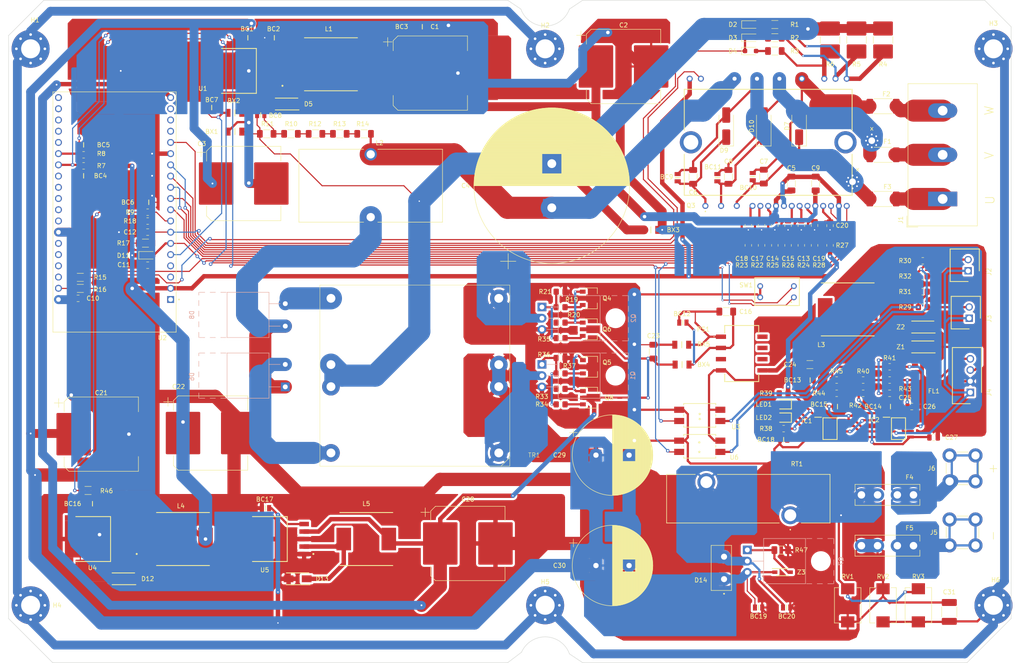
<source format=kicad_pcb>
(kicad_pcb (version 20240108) (generator "pcbnew") (generator_version "8.0")
  (layers (0 "F.Cu" signal) (31 "B.Cu" signal) (34 "B.Paste" user) (35 "F.Paste" user) (36 "B.SilkS" user "B.Silkscreen") (37 "F.SilkS" user "F.Silkscreen") (38 "B.Mask" user) (39 "F.Mask" user) (44 "Edge.Cuts" user))
  (net 0 "")
  (net 1 "GND1")
  (net 2 "+5P")
  (net 3 "GNDPWR")
  (net 4 "+5V")
  (net 5 "GND")
  (net 6 "VBOOT_U")
  (net 7 "TEMPERATURE_IPM")
  (net 8 "+24V")
  (net 9 "+3.3V")
  (net 10 "IN_UL")
  (net 11 "Net-(D3-K)")
  (net 12 "Net-(D4-K)")
  (net 13 "VDC_IN")
  (net 14 "VDC_sensor")
  (net 15 "+15V")
  (net 16 "IN_UH")
  (net 17 "IN_VH")
  (net 18 "IN_VL")
  (net 19 "IN_WL")
  (net 20 "PHASE_U")
  (net 21 "Earth")
  (net 22 "Net-(D7-K)")
  (net 23 "300V_OUT1")
  (net 24 "Net-(D10-K)")
  (net 25 "DIN_A")
  (net 26 "DIN_B")
  (net 27 "Net-(J12-Pin_1)")
  (net 28 "PHASE_V")
  (net 29 "IN_WH")
  (net 30 "VBOOT_V")
  (net 31 "PHASE_W")
  (net 32 "VBOOT_W")
  (net 33 "Net-(BC8-Pad1)")
  (net 34 "Net-(Q1-G)")
  (net 35 "Net-(Q1-D)")
  (net 36 "Net-(Q2-G)")
  (net 37 "Net-(Q2-D)")
  (net 38 "Net-(Q3-B)")
  (net 39 "Net-(Q4-B)")
  (net 40 "I_Uphase")
  (net 41 "I_Vphase")
  (net 42 "FAULT_IPM")
  (net 43 "PWM2_L")
  (net 44 "PWM2_H")
  (net 45 "PWM1_L")
  (net 46 "PWM1_H")
  (net 47 "PWM0_L")
  (net 48 "PWM0_H")
  (net 52 "I2C_SCL")
  (net 55 "I2C_SDA")
  (net 56 "DIGITAL_CMD")
  (net 57 "RELAY_TRIP")
  (net 58 "Net-(D1-A)")
  (net 64 "Net-(PS1-+VIN_)")
  (net 65 "Net-(PS1--VIN)")
  (net 66 "CIN")
  (net 67 "T2")
  (net 68 "SD")
  (net 69 "VBUS")
  (net 70 "Net-(IC1-VREF)")
  (net 71 "Net-(Q3-E)")
  (net 72 "Net-(Q4-E)")
  (net 73 "Net-(Q5-E)")
  (net 74 "Net-(Q6-E)")
  (net 75 "PWM_A")
  (net 76 "PWM_B")
  (net 77 "Net-(R17-Pad1)")
  (net 78 "Net-(IC1-CANH)")
  (net 79 "Net-(F1-Pad2_1)")
  (net 80 "Net-(Q7-G)")
  (net 81 "300V_OUT2")
  (net 82 "Net-(IC1-CANL)")
  (net 83 "Net-(D10-A)")
  (net 84 "Net-(D11-A)")
  (net 85 "Net-(D12-A)")
  (net 86 "Net-(J5-Pin_1)")
  (net 87 "Net-(J4-Pin_1)")
  (net 88 "Net-(J4-Pin_2)")
  (net 89 "Net-(J4-Pin_3)")
  (net 90 "Net-(Z2-K)")
  (net 91 "Net-(Z3-K)")
  (net 92 "Net-(IC1-TXD)")
  (net 93 "Net-(IC1-RXD)")
  (net 94 "Net-(J2-Pad2)")
  (net 95 "Net-(J3-Pad2)")
  (net 96 "Net-(PS1-+VOUT)")
  (net 97 "Net-(LED1-A)")
  (net 98 "Net-(LED2-A)")
  (net 104 "Net-(Q8-NW)")
  (net 105 "Net-(Q8-NV)")
  (net 106 "Net-(Q8-NU)")
  (net 108 "Net-(R13-Pad1)")
  (net 109 "Net-(R15-Pad1)")
  (net 110 "Net-(R17-Pad2)")
  (net 111 "Net-(R18-Pad1)")
  (net 112 "Net-(R34-Pad1)")
  (net 113 "Net-(R40-Pad1)")
  (net 114 "Net-(R42-Pad1)")
  (net 115 "CAN_RX")
  (net 116 "CAN_TX")
  (net 117 "CAN_RXD")
  (net 118 "CAN_TXD")
  (net 119 "Net-(D6-K)")
  (footprint "mod:KTT0005B" (layer "F.Cu") (at 50.466 137)
    (property "Reference" "U4")
    (property "Value" "LM2576-3.3WU" (hide yes))
  )
  (footprint "Fuse:Fuse_2512_6332Metric_Pad1.52x3.35mm_HandSolder" (layer "F.Cu") (at 234 39)
    (property "Reference" "F2")
    (property "Value" "7A/350V")
  )
  (footprint "mod:VAR_ERZ-VF2M560" (layer "F.Cu") (at 226 152 -90)
    (property "Reference" "RV1")
    (property "Value" "ERZ-VF2M560")
  )
  (footprint "Resistor_SMD:R_0805_2012Metric_Pad1.20x1.40mm_HandSolder" (layer "F.Cu") (at 161 91.5)
    (property "Reference" "R35")
    (property "Value" "10")
  )
  (footprint "Resistor_SMD:R_0805_2012Metric_Pad1.20x1.40mm_HandSolder" (layer "F.Cu") (at 161 88 180)
    (property "Reference" "R20")
    (property "Value" "100")
  )
  (footprint "mod:KTT0005B" (layer "F.Cu") (at 83.466 31)
    (property "Reference" "U1")
    (property "Value" "LM2576D2T-15G" (hide yes))
  )
  (footprint "mod:CAPC2012X95N" (layer "F.Cu") (at 90.18 23.5 180)
    (property "Reference" "BC1")
    (property "Value" "104/50V" (hide yes))
  )
  (footprint "Diode_SMD:D_SMA_Handsoldering" (layer "F.Cu") (at 207 43.5 90)
    (property "Reference" "D10")
    (property "Value" "15V/1W")
  )
  (footprint "mod:CAPC2012X95N" (layer "F.Cu") (at 55 129 180)
    (property "Reference" "BC16")
    (property "Value" "104/50V" (hide yes))
  )
  (footprint "Resistor_SMD:R_1206_3216Metric_Pad1.30x1.75mm_HandSolder" (layer "F.Cu") (at 54 126)
    (property "Reference" "R46")
    (property "Value" "2.0K")
  )
  (footprint "Resistor_SMD:R_1206_3216Metric_Pad1.30x1.75mm_HandSolder" (layer "F.Cu") (at 209.5 26.5)
    (property "Reference" "R3")
    (property "Value" "1.0K")
  )
  (footprint "mod:TO507P1020X460X2000-2" (layer "F.Cu") (at 198 143.5375 90)
    (property "Reference" "D14")
    (property "Value" "BYV29X-600")
  )
  (footprint "Resistor_SMD:R_1206_3216Metric_Pad1.30x1.75mm_HandSolder" (layer "F.Cu") (at 111 45.25 180)
    (property "Reference" "R13")
    (property "Value" "500K/3216")
  )
  (footprint "Resistor_SMD:R_2816_7142Metric_Pad3.20x4.45mm_HandSolder" (layer "F.Cu") (at 234 24 90)
    (property "Reference" "R4")
    (property "Value" "0.08/2W")
  )
  (footprint "Resistor_SMD:R_0805_2012Metric_Pad1.20x1.40mm_HandSolder" (layer "F.Cu") (at 203.5 70.5 -90)
    (property "Reference" "R23")
    (property "Value" "100")
  )
  (footprint "Resistor_SMD:R_1206_3216Metric_Pad1.30x1.75mm_HandSolder" (layer "F.Cu") (at 67 70 180)
    (property "Reference" "R17")
    (property "Value" "12K")
  )
  (footprint "mod:CAPC2012X95N" (layer "F.Cu") (at 205.82 152.5)
    (property "Reference" "BC19")
    (property "Value" "104/50V" (hide yes))
  )
  (footprint "Resistor_SMD:R_0805_2012Metric_Pad1.20x1.40mm_HandSolder" (layer "F.Cu") (at 53 50 180)
    (property "Reference" "R8")
    (property "Value" "10K")
  )
  (footprint "inv24VLib:MODULE_ESP32-DEVKITC-32D" (layer "F.Cu") (at 60 63 180)
    (property "Reference" "U2")
    (property "Value" "ESP32-DEVKITC-32D")
  )
  (footprint "mod:FUSE_3544-2" (layer "F.Cu") (at 235 127 180)
    (property "Reference" "F4")
    (property "Value" "3544-2")
  )
  (footprint "Resistor_SMD:R_2816_7142Metric_Pad3.20x4.45mm_HandSolder" (layer "F.Cu") (at 222 24 90)
    (property "Reference" "R6")
    (property "Value" "0.08/2W")
  )
  (footprint "mod:STGIB20M60TSL" (layer "F.Cu") (at 193.776 61.573)
    (property "Reference" "Q3")
    (property "Value" "STGIF7CH60TS-L" (hide yes))
  )
  (footprint "Resistor_SMD:R_0805_2012Metric_Pad1.20x1.40mm_HandSolder" (layer "F.Cu") (at 161 81)
    (property "Reference" "R21")
    (property "Value" "10K")
  )
  (footprint "Resistor_SMD:R_1206_3216Metric_Pad1.30x1.75mm_HandSolder" (layer "F.Cu") (at 94.45 45.25 180)
    (property "Reference" "R11")
    (property "Value" "1.0K")
  )
  (footprint "Resistor_SMD:R_0805_2012Metric_Pad1.20x1.40mm_HandSolder" (layer "F.Cu") (at 209.5 70.5 -90)
    (property "Reference" "R25")
    (property "Value" "100")
  )
  (footprint "mod:NTE0505MC" (layer "F.Cu") (at 202 95 -90)
    (property "Reference" "PS1")
    (property "Value" "NTE0505MC" (hide yes))
  )
  (footprint "mod:CAPC2012X95N" (layer "F.Cu") (at 129.68 21)
    (property "Reference" "BC3")
    (property "Value" "104/50V" (hide yes))
  )
  (footprint "Capacitor_SMD:C_1206_3216Metric_Pad1.33x1.80mm_HandSolder" (layer "F.Cu") (at 217.4375 97.5 180)
    (property "Reference" "C24")
    (property "Value" "2.2uF/50V")
  )
  (footprint "mod:CAPC2012X95N" (layer "F.Cu") (at 96.18 23.5 180)
    (property "Reference" "BC2")
    (property "Value" "104/50V" (hide yes))
  )
  (footprint "MountingHole:MountingHole_4.3mm_M4_Pad_Via" (layer "F.Cu") (at 259 152)
    (property "Reference" "H6")
    (property "Value" "MountingHole_Pad")
  )
  (footprint "Capacitor_SMD:C_1206_3216Metric_Pad1.33x1.80mm_HandSolder" (layer "F.Cu") (at 213.25 56.5 90)
    (property "Reference" "C5")
    (property "Value" "2.2uF/50V")
  )
  (footprint "Resistor_SMD:R_0805_2012Metric_Pad1.20x1.40mm_HandSolder" (layer "F.Cu") (at 212.5 70.5 -90)
    (property "Reference" "R26")
    (property "Value" "100")
  )
  (footprint "Capacitor_SMD:C_1206_3216Metric_Pad1.33x1.80mm_HandSolder" (layer "F.Cu") (at 199 55 90)
    (property "Reference" "C8")
    (property "Value" "2.2uF/50V")
  )
  (footprint "Resistor_SMD:R_0805_2012Metric_Pad1.20x1.40mm_HandSolder" (layer "F.Cu") (at 222 70.5 90)
    (property "Reference" "R28")
    (property "Value" "10K")
  )
  (footprint "mod:ACT45B1012PTL003" (layer "F.Cu") (at 243.5 99)
    (property "Reference" "FL1")
    (property "Value" "ACT45B-510-2P-TL003" (hide yes))
  )
  (footprint "Resistor_SMD:R_0805_2012Metric_Pad1.20x1.40mm_HandSolder" (layer "F.Cu") (at 161 103 180)
    (property "Reference" "R33")
    (property "Value" "100")
  )
  (footprint "Capacitor_SMD:C_0805_2012Metric" (layer "F.Cu") (at 218.5 66 -90)
    (property "Reference" "C19")
    (property "Value" "102")
  )
  (footprint "MountingHole:MountingHole_4.3mm_M4_Pad_Via" (layer "F.Cu") (at 41 152)
    (property "Reference" "H4")
    (property "Value" "MountingHole_Pad")
  )
  (footprint "mod:BLM31KN102BH1L" (layer "F.Cu") (at 181.425 67 180)
    (property "Reference" "BX3")
    (property "Value" "2.5A/0.8K" (hide yes))
  )
  (footprint "mod:CAPC2012X95N" (layer "F.Cu") (at 217.5 101 180)
    (property "Reference" "BC13")
    (property "Value" "104/50V" (hide yes))
  )
  (footprint "Resistor_SMD:R_0805_2012Metric_Pad1.20x1.40mm_HandSolder" (layer "F.Cu") (at 229.5 101 180)
    (property "Reference" "R40")
    (property "Value" "120")
  )
  (footprint "Resistor_SMD:R_0805_2012Metric_Pad1.20x1.40mm_HandSolder" (layer "F.Cu") (at 235.5 98 180)
    (property "Reference" "R41")
    (property "Value" "0")
  )
  (footprint "mod:DIOM5127X229N" (layer "F.Cu") (at 98.95 38.5 180)
    (property "Reference" "D5")
    (property "Value" "SS26" (hide yes))
  )
  (footprint "Capacitor_SMD:CP_Elec_16x17.5" (layer "F.Cu") (at 140 138)
    (property "Reference" "C28")
    (property "Value" "680uF/25V")
  )
  (footprint "Resistor_SMD:R_0805_2012Metric_Pad1.20x1.40mm_HandSolder" (layer "F.Cu") (at 211.5 104 180)
    (property "Reference" "R39")
    (property "Value" "470")
  )
  (footprint "mod:IND_HCTI-10-20.0" (layer "F.Cu") (at 118 57 -90)
    (property "Reference" "L2")
    (property "Value" "22uH")
  )
  (footprint "Fuse:Fuse_2512_6332Metric_Pad1.52x3.35mm_HandSolder" (layer "F.Cu") (at 234 60)
    (property "Reference" "F3")
    (property "Value" "7A/350V")
  )
  (footprint "mod:CAPC2012X95N" (layer "F.Cu") (at 53 47.75)
    (property "Reference" "BC5")
    (property "Value" "104/50V" (hide yes))
  )
  (footprint "Resistor_SMD:R_0805_2012Metric_Pad1.20x1.40mm_HandSolder" (layer "F.Cu") (at 161 106.5)
    (property "Reference" "R34")
    (property "Value" "10")
  )
  (footprint "Capacitor_SMD:CP_Elec_16x17.5" (layer "F.Cu") (at 131.5 31.5)
    (property "Reference" "C1")
    (property "Value" "680uF/25V")
  )
  (footprint "Resistor_SMD:R_0805_2012Metric_Pad1.20x1.40mm_HandSolder" (layer "F.Cu") (at 53 52.5 180)
    (property "Reference" "R7")
    (property "Value" "10K")
  )
  (footprint "Resistor_SMD:R_0805_2012Metric_Pad1.20x1.40mm_HandSolder" (layer "F.Cu") (at 206.5 70.5 -90)
    (property "Reference" "R22")
    (property "Value" "100")
  )
  (footprint "Capacitor_SMD:CP_Elec_16x17.5" (layer "F.Cu") (at 89.25 56.5)
    (property "Reference" "C3")
    (property "Value" "220uF/50V")
  )
  (footprint "mod:MS351R040" (layer "F.Cu") (at 213 131.6125 180)
    (property "Reference" "RT1")
    (property "Value" "MS35_1R040" (hide yes))
  )
  (footprint "Capacitor_SMD:C_1206_3216Metric_Pad1.33x1.80mm_HandSolder" (layer "F.Cu") (at 191 55 90)
    (property "Reference" "C6")
    (property "Value" "2.2uF/50V")
  )
  (footprint "Package_TO_SOT_SMD:SOT-89-3" (layer "F.Cu") (at 167.95 82.5)
    (property "Reference" "Q4")
    (property "Value" "ZXTP2012ZTA")
  )
  (footprint "mod:INDPM120120X600N" (layer "F.Cu") (at 117 137)
    (property "Reference" "L5")
    (property "Value" "100uH" (hide yes))
  )
  (footprint "MountingHole:MountingHole_4.3mm_M4_Pad_Via" (layer "F.Cu") (at 157.5 26)
    (property "Reference" "H2")
    (property "Value" "MountingHole_Pad")
  )
  (footprint "Resistor_SMD:R_1206_3216Metric_Pad1.30x1.75mm_HandSolder" (layer "F.Cu") (at 209.5 23.5)
    (property "Reference" "R2")
    (property "Value" "1.0K")
  )
  (footprint "mod:DIOM5127X229N" (layer "F.Cu") (at 62 146 180)
    (property "Reference" "D12")
    (property "Value" "SS26" (hide yes))
  )
  (footprint "mod:CAPC2012X95N" (layer "F.Cu") (at 196.5 55.18 90)
    (property "Reference" "BC11")
    (property "Value" "104/50V" (hide yes))
  )
  (footprint "Resistor_SMD:R_0805_2012Metric_Pad1.20x1.40mm_HandSolder" (layer "F.Cu") (at 161 96)
    (property "Reference" "R36")
    (property "Value" "10K")
  )
  (footprint "mod:DIOM5027X244N" (layer "F.Cu") (at 243 93.5 180)
    (property "Reference" "Z1")
    (property "Value" "SMAJ40AHE3_A/H" (hide yes))
  )
  (footprint "mod:CAPC2012X95N" (layer "F.Cu") (at 93.1 41 180)
    (property "Reference" "BC8")
    (property "Value" "104/50V" (hide yes))
  )
  (footprint "Resistor_SMD:R_0805_2012Metric_Pad1.20x1.40mm_HandSolder" (layer "F.Cu") (at 223.5 104)
    (property "Reference" "R44")
    (property "Value" "120")
  )
  (footprint "Package_TO_SOT_SMD:SOT-89-3" (layer "F.Cu") (at 168 98)
    (property "Reference" "Q5")
    (property "Value" "ZXTP2012ZTA")
  )
  (footprint "Diode_SMD:D_SOD-323_HandSoldering" (layer "F.Cu") (at 204 20.5)
    (property "Reference" "D2")
    (property "Value" "BAT48J")
  )
  (footprint "Resistor_SMD:R_0805_2012Metric_Pad1.20x1.40mm_HandSolder" (layer "F.Cu") (at 243 77.5 180)
    (property "Reference" "R32")
    (property "Value" "470")
  )
  (footprint "Fuse:Fuse_2512_6332Metric_Pad1.52x3.35mm_HandSolder" (layer "F.Cu") (at 234 50)
    (property "Reference" "F1")
    (property "Value" "7A/350V")
  )
  (footprint "Resistor_SMD:R_1206_3216Metric_Pad1.30x1.75mm_HandSolder" (layer "F.Cu") (at 52.25 80.25)
    (property "Reference" "R16")
    (property "Value" "1.0K")
  )
  (footprint "Capacitor_SMD:C_0805_2012Metric" (layer "F.Cu") (at 67.5 75 180)
    (property "Reference" "C11")
    (property "Value" "102")
  )
  (footprint "Capacitor_SMD:C_0805_2012Metric" (layer "F.Cu") (at 245.45 114)
    (property "Reference" "C27")
    (property "Value" "473")
  )
  (footprint "mod:BLM31KN102BH1L" (layer "F.Cu") (at 87.25 44.75)
    (property "Reference" "BX1")
    (property "Value" "2.5A/0.8K" (hide yes))
  )
  (footprint "mod:CAPC2012X95N" (layer "F.Cu") (at 211.5 114.5 180)
    (property "Reference" "BC18")
    (property "Value" "104/50V" (hide yes))
  )
  (footprint "Capacitor_SMD:C_1206_3216Metric_Pad1.33x1.80mm_HandSolder" (layer "F.Cu") (at 198.5 85.5 180)
    (property "Reference" "C16")
    (property "Value" "2.2uF/50V")
  )
  (footprint "mod:DIOM5127X229N" (layer "F.Cu") (at 101.45 146 180)
    (property "Reference" "D13")
    (property "Value" "SS26" (hide yes))
  )
  (footprint "Resistor_SMD:R_1206_3216Metric_Pad1.30x1.75mm_HandSolder" (layer "F.Cu") (at 52.25 77.75 180)
    (property "Reference" "R15")
    (property "Value" "4.7K")
  )
  (footprint "MountingHole:MountingHole_4.3mm_M4_Pad_Via" (layer "F.Cu") (at 41 26)
    (property "Reference" "H1")
    (property "Value" "MountingHole_Pad")
  )
  (footprint "mod:CAPC2012X95N" (layer "F.Cu") (at 67.75 60.75)
    (property "Reference" "BC6")
    (property "Value" "104/50V" (hide yes))
  )
  (footprint "mod:CAPC2012X95N" (layer "F.Cu") (at 188.68 88 180)
    (property "Reference" "BC12")
    (property "Value" "104/50V" (hide yes))
  )
  (footprint "mod:INDPM120120X600N" (layer "F.Cu") (at 226 85)
    (property "Reference" "L3")
    (property "Value" "100uH" (hide yes))
  )
  (footprint "Resistor_SMD:R_0805_2012Metric_Pad1.20x1.40mm_HandSolder" (layer "F.Cu") (at 243 84.5 180)
    (property "Reference" "R29")
    (property "Value" "470")
  )
  (footprint "mod:CAPC2012X95N" (layer "F.Cu") (at 204.5 54.9375 90)
    (property "Reference" "BC10")
    (property "Value" "104/50V" (hide yes))
  )
  (footprint "Resistor_SMD:R_0805_2012Metric_Pad1.20x1.40mm_HandSolder" (layer "F.Cu") (at 243 81 180)
    (property "Reference" "R31")
    (property "Value" "10K")
  )
  (footprint "Capacitor_SMD:CP_Elec_16x17.5" (layer "F.Cu") (at 57 113.25)
    (property "Reference" "C21")
    (property "Value" "220uF/50V")
  )
  (footprint "Resistor_SMD:R_0805_2012Metric_Pad1.20x1.40mm_HandSolder" (layer "F.Cu") (at 223.5 101)
    (property "Reference" "R45")
    (property "Value" "120")
  )
  (footprint "mod:SHDR2W64P0X254_1X2_737X660X1181P" (layer "F.Cu") (at 253.5 87 90)
    (property "Reference" "J3")
    (property "Value" "70543-0001" (hide yes))
  )
  (footprint "Package_TO_SOT_SMD:SOT-89-3" (layer "F.Cu") (at 167.95 89.5)
    (property "Reference" "Q6")
    (property "Value" "ZXTN2010ZTA")
  )
  (footprint "Diode_SMD:D_SMA_Handsoldering" (layer "F.Cu") (at 215 43.5 90)
    (property "Reference" "D7")
    (property "Value" "15V/1W")
  )
  (footprint "Package_TO_SOT_SMD:SOT-89-3" (layer "F.Cu") (at 168 105)
    (property "Reference" "Q8")
    (property "Value" "ZXTN2010ZTA")
  )
  (footprint "mod:VAR_ERZ-VF2M560" (layer "F.Cu") (at 234 152 -90)
    (property "Reference" "RV2")
    (property "Value" "ERZ-VF2M560")
  )
  (footprint "mod:PDIP4GW_709AH_ONS-M" (layer "F.Cu") (at 192.5 109 180)
    (property "Reference" "U3")
    (property "Value" "FOD817A3SD")
  )
  (footprint "Resistor_SMD:R_2816_7142Metric_Pad3.20x4.45mm_HandSolder" (layer "F.Cu") (at 228 24 90)
    (property "Reference" "R5")
    (property "Value" "0.08/2W")
  )
  (footprint "Diode_SMD:D_SOD-323_HandSoldering" (layer "F.Cu") (at 204 26.5)
    (property "Reference" "D4")
    (property "Value" "BAT48J")
  )
  (footprint "mod:CAPC2012X95N" (layer "F.Cu") (at 223.68 107)
    (property "Reference" "BC15")
    (property "Value" "104/50V" (hide yes))
  )
  (footprint "mod:KTT0005B" (layer "F.Cu") (at 90.466 137)
    (property "Reference" "U5")
    (property "Value" "LM2576D2TR4-5G" (hide yes))
  )
  (footprint "mod:BLM31KN102BH1L" (layer "F.Cu") (at 188.5 97.5)
    (property "Reference" "BX4")
    (property "Value" "2.5A/0.8K" (hide yes))
  )
  (footprint "mod:via_power_out" (layer "F.Cu") (at 231.45 46.8)
    (property "Reference" "x")
    (property "Value" "via_power_out")
  )
  (footprint "Capacitor_SMD:C_1206_3216Metric_Pad1.33x1.80mm_HandSolder" (layer "F.Cu") (at 182 94.5625 90)
    (property "Reference" "C23")
    (property "Value" "2.2uF/50V")
  )
  (footprint "TerminalBlock_Dinkle:TerminalBlock_Dinkle_DT-55-B01X-03_P10.00mm" (layer "F.Cu") (at 247.5 60 90)
    (property "Reference" "J1")
    (property "Value" "Screw_Terminal_01x03")
  )
  (footprint "mod:INDPM120120X600N" (layer "F.Cu") (at 109 29.5)
    (property "Reference" "L1")
    (property "Value" "100uH" (hide yes))
  )
  (footprint "mod:CAPC2012X95N" (layer "F.Cu") (at 235.68 107)
    (property "Reference" "BC14")
    (property "Value" "104/50V" (hide yes))
  )
  (footprint "Capacitor_SMD:C_1812_4532Metric_Pad1.57x3.40mm_HandSolder" (layer "F.Cu") (at 249 153.5 90)
    (property "Reference" "C31")
    (property "Value" "102/1kV")
  )
  (footprint "Resistor_SMD:R_1206_3216Metric_Pad1.30x1.75mm_HandSolder" (layer "F.Cu") (at 105.5 45.25)
    (property "Reference" "R12")
    (property "Value" "500K/3216")
  )
  (footprint "mod:LEDC2012X120N" (layer "F.Cu") (at 211.5 106.5 180)
    (property "Reference" "LED1")
    (property "Value" "LTST-C170GKT" (hide yes))
  )
  (footprint "Resistor_SMD:R_0805_2012Metric_Pad1.20x1.40mm_HandSolder" (layer "F.Cu") (at 243 74 180)
    (property "Reference" "R30")
    (property "Value" "10K")
  )
  (footprint "mod:VAR_ERZ-VF2M560" (layer "F.Cu") (at 242 152 -90)
    (property "Reference" "RV3")
    (property "Value" "ERZ-VF2M560")
  )
  (footprint "mod:418117270902" (layer "F.Cu") (at 210 81 90)
    (property "Reference" "SW1")
    (property "Value" "SW_DIP_x02")
  )
  (footprint "TerminalBlock_Wuerth:Wuerth_REDCUBE-THR_WP-THRBU_74650073_THR" (layer "F.Cu") (at 252 135.5)
    (property "Reference" "J5")
    (property "Value" "BR-120")
  )
  (footprint "Resistor_SMD:R_0805_2012Metric_Pad1.20x1.40mm_HandSolder" (layer "F.Cu") (at 215.5 70.5 -90)
    (property "Reference" "R24")
    (property "Value" "100")
  )
  (footprint "Resistor_SMD:R_0805_2012Metric_Pad1.20x1.40mm_HandSolder" (layer "F.Cu") (at 229.5 104 180)
    (property "Reference" "R42")
    (property "Value" "120")
  )
  (footprint "Capacitor_SMD:C_1206_3216Metric_Pad1.33x1.80mm_HandSolder" (layer "F.Cu") (at 207 54.9375 90)
    (property "Reference" "C7")
    (property "Value" "2.2uF/50V")
  )
  (footprint "mod:CAPC2012X95N" (layer "F.Cu") (at 212.18 152.5)
    (property "Reference" "BC20")
    (property "Value" "104/50V" (hide yes))
  )
  (footprint "Resistor_SMD:R_1206_3216Metric_Pad1.30x1.75mm_HandSolder" (layer "F.Cu") (at 116.5 45.25 180)
    (property "Reference" "R14")
    (property "Value" "500K/3216")
  )
  (footprint "mod:SHDR2W64P0X254_1X2_737X660X1181P" (layer "F.Cu") (at 253.26 76.27 90)
    (property "Reference" "J2")
    (property "Value" "70543-0001" (hide yes))
  )
  (footprint "Resistor_SMD:R_0805_2012Metric_Pad1.20x1.40mm_HandSolder" (layer "F.Cu") (at 235.5 101 180)
    (property "Reference" "R43")
    (property "Value" "0")
  )
  (footprint "mod:INDPM120120X600N" (layer "F.Cu") (at 75.5 137)
    (property "Reference" "L4")
    (property "Value" "100uH" (hide yes))
  )
  (footprint "mod:CAPC2012X95N" (layer "F.Cu") (at 82 39.3)
    (property "Reference" "BC7")
    (property "Value" "104/50V" (hide yes))
  )
  (footprint "Capacitor_SMD:CP_Elec_16x17.5" (layer "F.Cu") (at 175.25 30)
    (property "Reference" "C2")
    (property "Value" "680uF/25V")
  )
  (footprint "mod:SOIC127P600X175-8N" (layer "F.Cu") (at 237.5 112)
    (property "Reference" "IC2")
    (property "Value" "MCP2551-E_SN" (hide yes))
  )
  (footprint "mod:CAPC2012X95N" (layer "F.Cu") (at 94.18 130 180)
    (property "Reference" "BC17")
    (property "Value" "104/50V" (hide yes))
  )
  (footprint "mod:SHDR4W97P0X254_1X4_1271X660X1143P" (layer "F.Cu") (at 253.76 103.81 90)
    (property "Reference" "J4")
    (property "Value" "70543-0003" (hide yes))
  )
  (footprint "Resistor_SMD:R_0805_2012Metric_Pad1.20x1.40mm_HandSolder" (layer "F.Cu") (at 211.5 112 180)
    (property "Reference" "R38")
    (property "Value" "470")
  )
  (footprint "mod:via_power_out" (layer "F.Cu") (at 227.1 56.1)
    (property "Reference" "x")
    (property "Value" "via_power_out")
  )
  (footprint "mod:pq5050h" (layer "F.Cu") (at 147 117.5 180)
    (property "Reference" "TR1")
    (property "Value" "pq5050v")
  )
  (footprint "TerminalBlock_Wuerth:Wuerth_REDCUBE-THR_WP-THRBU_74650073_THR" (layer "F.Cu") (at 252 121)
    (property "Reference" "J6")
    (property "Value" "BR-120")
  )
  (footprint "mod:BLM31KN102BH1L" (layer "F.Cu") (at 188.425 93)
    (property "Reference" "BX5")
    (property "Value" "2.5A/0.8K" (hide yes))
  )
  (footprint "Capacitor_SMD:C_0805_2012Metric" (layer "F.Cu") (at 51.75 82.5)
    (property "Reference" "C10")
    (property "Value" "102")
  )
  (footprint "Resistor_SMD:R_1206_3216Metric_Pad1.30x1.75mm_HandSolder" (layer "F.Cu") (at 99.95 45.25)
    (property "Reference" "R10")
    (property "Value" "500K/3216")
  )
  (footprint "mod:FUSE_3544-2" (layer "F.Cu") (at 235 138.5 180)
    (property "Reference" "F5")
    (property "Value" "3544-2")
  )
  (footprint "Capacitor_SMD:C_0805_2012Metric" (layer "F.Cu") (at 222 66.05 90)
    (property "Reference" "C20")
    (property "Value" "104")
  )
  (footprint "Capacitor_SMD:C_0805_2012Metric" (layer "F.Cu") (at 235.5 104)
    (property "Reference" "C25")
    (property "Value" "4.7p")
  )
  (footprint "Capacitor_THT:CP_Radial_D18.0mm_P7.50mm" (layer "F.Cu") (at 169 118)
    (property "Reference" "C29")
    (property "Value" "2200uF/50V")
  )
  (footprint "mod:SOD3716X135N" (layer "F.Cu") (at 211.25 144.5)
    (property "Reference" "Z3")
    (property "Value" "SZMMSZ4699T1G" (hide yes))
  )
  (footprint "Resistor_SMD:R_0805_2012Metric_Pad1.20x1.40mm_HandSolder" (layer "F.Cu") (at 161 84.5)
    (property "Reference" "R19")
    (property "Value" "10")
  )
  (footprint "mod:PDIP4GW_709AH_ONS-M" (layer "F.Cu") (at 192.5 116 180)
    (property "Reference" "U6")
    (property "Value" "FOD817A3SD")
  )
  (footprint "Capacitor_SMD:C_1206_3216Metric_Pad1.33x1.80mm_HandSolder" (layer "F.Cu") (at 218.75 56.5 90)
    (property "Reference" "C9")
    (property "Value" "2.2uF/50V")
  )
  (footprint "Capacitor_SMD:C_0805_2012Metric" (layer "F.Cu") (at 209.5 66 -90)
    (property "Reference" "C14")
    (property "Value" "102")
  )
  (footprint "Resistor_SMD:R_0805_2012Metric_Pad1.20x1.40mm_HandSolder" (layer "F.Cu") (at 67.5 63 180)
    (property "Reference" "R9")
    (property "Value" "10K")
  )
  (footprint "Diode_SMD:D_SOD-323_HandSoldering" (layer "F.Cu") (at 204 23.5)
    (property "Reference" "D3")
    (property "Value" "BAT48J")
  )
  (footprint "Capacitor_THT:CP_Radial_D35.0mm_P10.00mm_SnapIn" (layer "F.Cu") (at 159 62 90)
    (property "Reference" "C4")
    (property "Value" "470uF/400V")
  )
  (footprint "Resistor_SMD:R_1206_3216Metric_Pad1.30x1.75mm_HandSolder" (layer "F.Cu") (at 209.5 20.5)
    (property "Reference" "R1")
    (property "Value" "1.0K")
  )
  (footprint "Capacitor_SMD:C_0805_2012Metric" (layer "F.Cu") (at 215.5 66 -90)
    (property "Reference" "C13")
    (property "Value" "102")
  )
  (footprint "mod:BLM31KN102BH1L" (layer "F.Cu") (at 87.25 40.5)
    (property "Reference" "BX2")
    (property "Value" "2.5A/0.8K" (hide yes))
  )
  (footprint "Capacitor_SMD:C_0805_2012Metric" (layer "F.Cu") (at 67.5 67.5 180)
    (property "Reference" "C12")
    (property "Value" "104")
  )
  (footprint "Resistor_SMD:R_0805_2012Metric_Pad1.20x1.40mm_HandSolder" (layer "F.Cu") (at 67.5 65 180)
    (property "Reference" "R18")
    (property "Value" "100")
  )
  (footprint "Resistor_SMD:R_1206_3216Metric_Pad1.30x1.75mm_HandSolder" (layer "F.Cu") (at 210.95 139.5)
    (property "Reference" "R47")
    (property "Value" "1.0K")
  )
  (footprint "Capacitor_SMD:CP_Elec_16x17.5" (layer "F.Cu") (at 81.75 113)
    (property "Reference" "C22")
    (property "Value" "680uF/25V")
  )
  (footprint "MountingHole:MountingHole_4.3mm_M4_Pad_Via" (layer "F.Cu") (at 157.5 152)
    (property "Reference" "H5")
    (property "Value" "MountingHole_Pad")
  )
  (footprint "Capacitor_SMD:C_0805_2012Metric" (layer "F.Cu") (at 203.5 66 -90)
    (property "Reference" "C18")
    (property "Value" "102")
  )
  (footprint "Capacitor_SMD:C_0805_2012Metric" (layer "F.Cu") (at 206.5 66 -90)
    (property "Reference" "C17")
    (property "Value" "102")
  )
  (footprint "mod:DIOM5027X244N" (layer "F.Cu") (at 243 89 180)
    (property "Reference" "Z2")
    (property "Value" "SMAJ40AHE3_A/H" (hide yes))
  )
  (footprint "Resistor_SMD:R_0805_2012Metric_Pad1.20x1.40mm_HandSolder" (layer "F.Cu") (at 161 99.5)
    (property "Reference" "R37")
    (property "Value" "10")
  )
  (footprint "mod:LEDC2012X120N" (layer "F.Cu") (at 211.5 109.5 180)
    (property "Reference" "LED2")
    (property "Value" "LTST-C170GKT" (hide yes))
  )
  (footprint "Resistor_SMD:R_0805_2012Metric_Pad1.20x1.40mm_HandSolder" (layer "F.Cu") (at 218.5 70.5 -90)
    (property "Reference" "R27")
    (property "Value" "100")
  )
  (footprint "mod:CAPC2012X95N" (layer "F.Cu") (at 53 54.75)
    (property "Reference" "BC4")
    (property "Value" "104/50V" (hide yes))
  )
  (footprint "Capacitor_SMD:C_0805_2012Metric" (layer "F.Cu") (at 240.5 107)
    (property "Reference" "C26")
    (property "Value" "4.7p")
  )
  (footprint "Capacitor_THT:CP_Radial_D18.0mm_P7.50mm" (layer "F.Cu") (at 169 143)
    (property "Reference" "C30")
    (property "Value" "2200uF/50V")
  )
  (footprint "mod:CAPC2012X95N" (layer "F.Cu") (at 187.5 55.18 90)
    (property "Reference" "BC9")
    (property "Value" "104/50V" (hide yes))
  )
  (footprint "MountingHole:MountingHole_4.3mm_M4_Pad_Via" (layer "F.Cu") (at 259 26)
    (property "Reference" "H3")
    (property "Value" "MountingHole_Pad")
  )
  (footprint "Diode_SMD:D_SOD-323_HandSoldering" (layer "F.Cu") (at 67.5 72.75)
    (property "Reference" "D11")
    (property "Value" "BAT48J")
  )
  (footprint "Capacitor_SMD:C_0805_2012Metric" (layer "F.Cu") (at 212.5 66 -90)
    (property "Reference" "C15")
    (property "Value" "102")
  )
  (footprint "Diode_SMD:D_SMA_Handsoldering" (layer "F.Cu") (at 198.5 43.5 90)
    (property "Reference" "D9")
    (property "Value" "15V/1W")
  )
  (footprint "mod:SOIC127P600X175-8N" (layer "F.Cu") (at 222 112)
    (property "Reference" "IC1")
    (property "Value" "ISO7221AQDRQ1" (hide yes))
  )
  (footprint "Package_TO_SOT_THT:TO-220-2_Horizontal_TabUp" (layer "B.Cu") (at 98.66 102.54 90)
    (property "Reference" "D6")
    (property "Value" "BYV29X-600")
  )
  (footprint "Package_TO_SOT_THT:TO-220-3_Horizontal_TabUp" (layer "B.Cu") (at 156.77 97.46 -90)
    (property "Reference" "Q1")
    (property "Value" "IRFZ44NPBF")
  )
  (footprint "Package_TO_SOT_THT:TO-220-3_Horizontal_TabUp" (layer "B.Cu") (at 156.77 84.46 -90)
    (property "Reference" "Q2")
    (property "Value" "IRFZ44NPBF")
  )
  (footprint "Package_TO_SOT_THT:TO-220-3_Horizontal_TabUp" (layer "B.Cu") (at 203.27 139.46 -90)
    (property "Reference" "Q7")
    (property "Value" "SUP53P06-20-E3")
  )
  (footprint "Package_TO_SOT_THT:TO-220-2_Horizontal_TabUp" (layer "B.Cu") (at 98.66 88.79 90)
    (property "Reference" "D8")
    (property "Value" "BYV29X-600")
  )
  (gr_line (start 36 23) (end 36 155) (stroke (width 0.1)) (layer "Edge.Cuts"))
  (gr_line (start 46 165) (end 149 165) (stroke (width 0.1)) (layer "Edge.Cuts"))
  (gr_line (start 166 165) (end 253 165) (stroke (width 0.1)) (layer "Edge.Cuts"))
  (gr_line (start 162.998904 16.999602) (end 166 15) (stroke (width 0.1)) (layer "Edge.Cuts"))
  (gr_arc (start 162.999999 17) (mid 157.499592 20.852932) (end 151.998905 17.000398) (stroke (width 0.1)) (layer "Edge.Cuts"))
  (gr_arc (start 152.151028 162.622627) (mid 157.702848 159.150607) (end 162.999999 163) (stroke (width 0.1)) (layer "Edge.Cuts"))
  (gr_line (start 152 17) (end 149 15) (stroke (width 0.1)) (layer "Edge.Cuts"))
  (gr_line (start 166 165) (end 163 163.000457) (stroke (width 0.1)) (layer "Edge.Cuts"))
  (gr_line (start 36 155) (end 46 165) (stroke (width 0.1)) (layer "Edge.Cuts"))
  (gr_line (start 257 15) (end 263 21) (stroke (width 0.1)) (layer "Edge.Cuts"))
  (gr_line (start 263 155) (end 263 21) (stroke (width 0.1)) (layer "Edge.Cuts"))
  (gr_line (start 253 165) (end 263 155) (stroke (width 0.1)) (layer "Edge.Cuts"))
  (gr_line (start 36 23) (end 44 15) (stroke (width 0.1)) (layer "Edge.Cuts"))
  (gr_line (start 257 15) (end 166 15) (stroke (width 0.1)) (layer "Edge.Cuts"))
  (gr_line (start 44 15) (end 149 15) (stroke (width 0.1)) (layer "Edge.Cuts"))
  (gr_line (start 149 165) (end 152.151028 162.622627) (stroke (width 0.1)) (layer "Edge.Cuts"))
  (gr_text "W" (at 259.2 41.2 90) (layer "F.SilkS") (effects (font (size 2 2)) (justify left bottom)))
  (gr_text "-" (at 260 137.6 90) (layer "F.SilkS") (effects (font (size 2 2)) (justify left bottom)))
  (gr_text "V" (at 259.2 51.1 90) (layer "F.SilkS") (effects (font (size 2 2)) (justify left bottom)))
  (gr_text "+" (at 260 122.4 90) (layer "F.SilkS") (effects (font (size 2 2)) (justify left bottom)))
  (gr_text "U" (at 259.4 61.4 90) (layer "F.SilkS") (effects (font (size 2 2)) (justify left bottom)))
  (segment (start 246.4 110.6) (end 246.4 114) (width 0.5) (layer "F.Cu") (net 1))
  (segment (start 224.711 113.905) (end 223.405 113.905) (width 0.5) (layer "F.Cu") (net 1))
  (segment (start 194.6 99.9) (end 195.7 98.8) (width 0.5) (layer "F.Cu") (net 1))
  (segment (start 236.5 111) (end 236.5 107) (width 0.5) (layer "F.Cu") (net 1))
  (segment (start 246.5 110.5) (end 246.4 110.6) (width 0.5) (layer "F.Cu") (net 1))
  (segment (start 250.27 101.27) (end 250.25 101.25) (width 0.5) (layer "F.Cu") (net 1))
  (segment (start 194.67 107.73) (end 194.6 107.8) (width 0.5) (layer "F.Cu") (net 1))
  (segment (start 243 96.5) (end 240.95 94.45) (width 0.5) (layer "F.Cu") (net 1))
  (segment (start 194.6 113.5) (end 194.6 107.8) (width 0.5) (layer "F.Cu") (net 1))
  (segment (start 223.405 113.905) (end 223 113.5) (width 0.5) (layer "F.Cu") (net 1))
  (segment (start 242 74) (end 240.5 74) (width 0.5) (layer "F.Cu") (net 1))
  (segment (start 200.5 101) (end 216.68 101) (width 0.5) (layer "F.Cu") (net 1))
  (segment (start 241.45 110.045) (end 241.5 110.095) (width 0.5) (layer "F.Cu") (net 1))
  (segment (start 240.1 80.2) (end 240.1 81) (width 0.5) (layer "F.Cu") (net 1))
  (segment (start 224.5 108) (end 224.5 107) (width 0.5) (layer "F.Cu") (net 1))
  (segment (start 216.68 101) (end 216.68 104.22) (width 0.5) (layer "F.Cu") (net 1))
  (segment (start 195.83 114.73) (end 194.6 113.5) (width 0.5) (layer "F.Cu") (net 1))
  (segment (start 221.8 109.5) (end 223 109.5) (width 0.5) (layer "F.Cu") (net 1))
  (segment (start 240.95 94.45) (end 240.95 93.5) (width 0.5) (layer "F.Cu") (net 1))
  (segment (start 215.875 100.375) (end 215.875 97.5) (width 0.5) (layer "F.Cu") (net 1))
  (segment (start 241.5 110.095) (end 246.095 110.095) (width 0.5) (layer "F.Cu") (net 1))
  (segment (start 240.1 74.4) (end 240.1 80.2) (width 0.5) (layer "F.Cu") (net 1))
  (segment (start 244.5 102) (end 243 100.5) (width 0.5) (layer "F.Cu") (net 1))
  (segment (start 198.31 98.81) (end 200.5 101) (width 0.5) (layer "F.Cu") (net 1))
  (segment (start 194.6 107.8) (end 194.6 99.9) (width 0.5) (layer "F.Cu") (net 1))
  (segment (start 223 113.5) (end 223 109.5) (width 0.5) (layer "F.Cu") (net 1))
  (segment (start 230.5 107) (end 224.5 107) (width 0.5) (layer "F.Cu") (net 1))
  (segment (start 241.45 107) (end 241.45 110.045) (width 0.5) (layer "F.Cu") (net 1))
  (segment (start 243 100.5) (end 243 96.5) (width 0.5) (layer "F.Cu") (net 1))
  (segment (start 223 109.5) (end 224.5 108) (width 0.5) (layer "F.Cu") (net 1))
  (segment (start 236.135 111.365) (end 236.5 111) (width 0.5) (layer "F.Cu") (net 1))
  (segment (start 197.29 98.8) (end 197.3 98.81) (width 0.5) (layer "F.Cu") (net 1))
  (segment (start 236.45 104) (end 242.5 104) (width 0.5) (layer "F.Cu") (net 1))
  (segment (start 240.4 89) (end 240.1 88.7) (width 0.5) (layer "F.Cu") (net 1))
  (segment (start 197.1609 114.73) (end 195.83 114.73) (width 0.5) (layer "F.Cu") (net 1))
  (segment (start 253.76 101.27) (end 250.27 101.27) (width 0.5) (layer "F.Cu") (net 1))
  (segment (start 249.5 102) (end 244.5 102) (width 0.5) (layer "F.Cu") (net 1))
  (segment (start 240.95 89) (end 240.4 89) (width 0.5) (layer "F.Cu") (net 1))
  (segment (start 236.5 107) (end 236.5 105.5) (width 0.5) (layer "F.Cu") (net 1))
  (segment (start 242.5 105.95) (end 242.5 104) (width 0.5) (layer "F.Cu") (net 1))
  (segment (start 197.3 98.81) (end 198.31 98.81) (width 0.5) (layer "F.Cu") (net 1))
  (segment (start 197.1609 107.73) (end 194.67 107.73) (width 0.5) (layer "F.Cu") (net 1))
  (segment (start 240.211 110.095) (end 241.5 110.095) (width 0.5) (layer "F.Cu") (net 1))
  (segment (start 234.789 111.365) (end 236.135 111.365) (width 0.5) (layer "F.Cu") (net 1))
  (segment (start 216.68 101) (end 216.5 101) (width 0.5) (layer "F.Cu") (net 1))
  (segment (start 232 105.5) (end 230.5 107) (width 0.5) (layer "F.Cu") (net 1))
  (segment (start 236.5 105.5) (end 236.5 104.05) (width 0.5) (layer "F.Cu") (net 1))
  (segment (start 236.5 104.05) (end 236.45 104) (width 0.5) (layer "F.Cu") (net 1))
  (segment (start 240.1 88.7) (end 240.1 80.2) (width 0.5) (layer "F.Cu") (net 1))
  (segment (start 250.25 101.25) (end 249.5 102) (width 0.5) (layer "F.Cu") (net 1))
  (segment (start 216.5 101) (end 215.875 100.375) (width 0.5) (layer "F.Cu") (net 1))
  (segment (start 240.5 74) (end 240.1 74.4) (width 0.5) (layer "F.Cu") (net 1))
  (segment (start 216.6 104.3) (end 221.8 109.5) (width 0.5) (layer "F.Cu") (net 1))
  (segment (start 216.68 104.22) (end 216.6 104.3) (width 0.5) (layer "F.Cu") (net 1))
  (segment (start 240.1 81) (end 242 81) (width 0.5) (layer "F.Cu") (net 1))
  (segment (start 246.095 110.095) (end 246.5 110.5) (width 0.5) (layer "F.Cu") (net 1))
  (segment (start 195.7 98.8) (end 197.29 98.8) (width 0.5) (layer "F.Cu") (net 1))
  (segment (start 240.95 93.5) (end 240.95 89) (width 0.5) (layer "F.Cu") (net 1))
  (segment (start 241.45 107) (end 242.5 105.95) (width 0.5) (layer "F.Cu") (net 1))
  (segment (start 242.5 104) (end 244.5 102) (width 0.5) (layer "F.Cu") (net 1))
  (segment (start 236.5 105.5) (end 232 105.5) (width 0.5) (layer "F.Cu") (net 1))
  (segment (start 236.635 112.635) (end 237 113) (width 0.5) (layer "F.Cu") (net 2))
  (segment (start 234 107) (end 234.86 107) (width 0.5) (layer "F.Cu") (net 2))
  (segment (start 221.8 107) (end 221.5 107) (width 0.5) (layer "F.Cu") (net 2))
  (segment (start 234.789 112.635) (end 230.135 112.635) (width 0.5) (layer "F.Cu") (net 2))
  (segment (start 231.1 85.4) (end 231.1 85) (width 0.5) (layer "F.Cu") (net 2))
  (segment (start 221.5 107) (end 218.32 103.82) (width 0.5) (layer "F.Cu") (net 2))
  (segment (start 218.32 103.82) (end 218.32 101) (width 0.5) (layer "F.Cu") (net 2))
  (segment (start 226.9 109.1) (end 227.5 108.5) (width 0.5) (layer "F.Cu") (net 2))
  (segment (start 226.2 109.1) (end 226.9 109.1) (width 0.5) (layer "F.Cu") (net 2))
  (segment (start 218.32 101) (end 218.32 100.18) (width 0.5) (layer "F.Cu") (net 2))
  (segment (start 219 99.5) (end 219 97.5) (width 0.5) (layer "F.Cu") (net 2))
  (segment (start 226.2 109.1) (end 226.2 109.995) (width 0.5) (layer "F.Cu") (net 2))
  (segment (start 227.5 108.5) (end 232.5 108.5) (width 0.5) (layer "F.Cu") (net 2))
  (segment (start 234.789 112.635) (end 236.635 112.635) (width 0.5) (layer "F.Cu") (net 2))
  (segment (start 227.595 110.095) (end 226.3 110.095) (width 0.5) (layer "F.Cu") (net 2))
  (segment (start 222.86 107) (end 221.8 107) (width 0.5) (layer "F.Cu") (net 2))
  (segment (start 226.3 110.095) (end 224.711 110.095) (width 0.5) (layer "F.Cu") (net 2))
  (segment (start 230.135 112.635) (end 227.595 110.095) (width 0.5) (layer "F.Cu") (net 2))
  (segment (start 232.5 108.5) (end 234 107) (width 0.5) (layer "F.Cu") (net 2))
  (segment (start 226.2 109.995) (end 226.3 110.095) (width 0.5) (layer "F.Cu") (net 2))
  (segment (start 218.32 100.18) (end 219 99.5) (width 0.5) (layer "F.Cu") (net 2))
  (segment (start 219 97.5) (end 231.1 85.4) (width 1) (layer "F.Cu") (net 2))
  (via (at 226.2 109.1) (size 0.8) (drill 0.4) (layers "F.Cu" "B.Cu") (net 2))
  (via (at 221.8 107) (size 0.8) (drill 0.4) (layers "F.Cu" "B.Cu") (net 2))
  (via (at 237 113) (size 0.8) (drill 0.4) (layers "F.Cu" "B.Cu") (net 2))
  (segment (start 248.73 76.27) (end 248 77) (width 0.5) (layer "B.Cu") (net 2))
  (segment (start 237 113) (end 244.57 113) (width 0.5) (layer "B.Cu") (net 2))
  (segment (start 248 88) (end 249 87) (width 0.5) (layer "B.Cu") (net 2))
  (segment (start 249.81 103.81) (end 248 102) (width 0.5) (layer "B.Cu") (net 2))
  (segment (start 244.57 113) (end 253.76 103.81) (width 0.5) (layer "B.Cu") (net 2))
  (segment (start 221.8 107) (end 221.8 108.2) (width 0.5) (layer "B.Cu") (net 2))
  (segment (start 222.7 109.1) (end 223 109.1) (width 0.5) (layer "B.Cu") (net 2))
  (segment (start 248 102) (end 248 88) (width 0.5) (layer "B.Cu") (net 2))
  (segment (start 249 87) (end 253.5 87) (width 0.5) (layer "B.Cu") (net 2))
  (segment (start 221.8 108.2) (end 222.7 109.1) (width 0.5) (layer "B.Cu") (net 2))
  (segment (start 253.26 76.27) (end 248.73 76.27) (width 0.5) (layer "B.Cu") (net 2))
  (segment (start 253.76 103.81) (end 249.81 103.81) (width 0.5) (layer "B.Cu") (net 2))
  (segment (start 223 109.1) (end 226.2 109.1) (width 0.5) (layer "B.Cu") (net 2))
  (segment (start 248 77) (end 248 88) (width 0.5) (layer "B.Cu") (net 2))
  (segment (start 89.95 44.75) (end 88.825 44.75) (width 0.25) (layer "F.Cu") (net 3))
  (segment (start 125.5 57) (end 107 57) (width 0.25) (layer "F.Cu") (net 3))
  (segment (start 107 57) (end 99.8 49.8) (width 0.25) (layer "F.Cu") (net 3))
  (segment (start 99.8 49.8) (end 96.2 49.8) (width 0.25) (layer "F.Cu") (net 3))
  (segment (start 176 67) (end 161 52) (width 2) (layer "F.Cu") (net 3))
  (segment (start 234 21.4) (end 228 21.4) (width 2) (layer "F.Cu") (net 3))
  (segment (start 92.9 45.25) (end 90.45 45.25) (width 0.25) (layer "F.Cu") (net 3))
  (segment (start 221.9 21.5) (end 222 21.4) (width 3) (layer "F.Cu") (net 3))
  (segment (start 90.45 45.25) (end 89.95 44.75) (width 0.25) (layer "F.Cu") (net 3))
  (segment (start 179.85 67) (end 176 67) (width 2) (layer "F.Cu") (net 3))
  (segment (start 228 21.4) (end 222 21.4) (width 2) (layer "F.Cu") (net 3))
  (segment (start 92.28 43.28) (end 92.28 41) (width 0.25) (layer "F.Cu") (net 3))
  (segment (start 96.2 49.8) (end 92.9 46.5) (width 0.25) (layer "F.Cu") (net 3))
  (segment (start 129 60.5) (end 125.5 57) (width 0.25) (layer "F.Cu") (net 3))
  (segment (start 217 21.5) (end 221.9 21.5) (width 3) (layer "F.Cu") (net 3))
  (segment (start 92.9 45.25) (end 92.9 43.9) (width 0.25) (layer "F.Cu") (net 3))
  (segment (start 92.9 46.5) (end 92.9 45.25) (width 0.25) (layer "F.Cu") (net 3))
  (segment (start 161 52) (end 159 52) (width 2) (layer "F.Cu") (net 3))
  (segment (start 92.9 43.9) (end 92.28 43.28) (width 0.25) (layer "F.Cu") (net 3))
  (via (at 129 60.5) (size 0.5) (drill 0.3) (layers "F.Cu" "B.Cu") (net 3))
  (via (at 217 21.5) (size 1.2) (drill 0.8) (layers "F.Cu" "B.Cu") (net 3))
  (segment (start 109 102.5) (end 109 97.5) (width 3) (layer "B.Cu") (net 3))
  (segment (start 137.5 52) (end 159 52) (width 5) (layer "B.Cu") (net 3))
  (segment (start 159 52) (end 163 52) (width 5) (layer "B.Cu") (net 3))
  (segment (start 119 100) (end 111.5 100) (width 5) (layer "B.Cu") (net 3))
  (segment (start 129 90) (end 119 100) (width 5) (layer "B.Cu") (net 3))
  (segment (start 111.5 100) (end 109 97.5) (width 5) (layer "B.Cu") (net 3))
  (segment (start 163 52) (end 193.5 21.5) (width 5) (layer "B.Cu") (net 3))
  (segment (start 129 60.5) (end 129 90) (width 5) (layer "B.Cu") (net 3))
  (segment (start 129 60.5) (end 137.5 52) (width 5) (layer "B.Cu") (net 3))
  (segment (start 193.5 21.5) (end 217 21.5) (width 5) (layer "B.Cu") (net 3))
  (segment (start 180.8 96.125) (end 182 96.125) (width 0.5) (layer "F.Cu") (net 4))
  (segment (start 133.75 138) (end 133.75 147.75) (width 3) (layer "F.Cu") (net 4))
  (segment (start 168.6 106.55) (end 167.05 105) (width 1) (layer "F.Cu") (net 4))
  (segment (start 167.05 105) (end 166.1375 105) (width 1) (layer "F.Cu") (net 4))
  (segment (start 47 34) (end 69.66 34) (width 1) (layer "F.Cu") (net 4))
  (segment (start 123.5 138) (end 133.75 138) (width 1) (layer "F.Cu") (net 4))
  (segment (start 139 127.2) (end 133.75 132.45) (width 1) (layer "F.Cu") (net 4))
  (segment (start 106.2 135.3) (end 109 132.5) (width 1) (layer "F.Cu") (net 4))
  (segment (start 169 89.5) (end 175.625 96.125) (width 0.5) (layer "F.Cu") (net 4))
  (segment (start 69.66 34) (end 72.7 37.04) (width 1) (layer "F.Cu") (net 4))
  (segment (start 122.5 137) (end 123.5 138) (width 1) (layer "F.Cu") (net 4))
  (segment (start 133.75 147.75) (end 129.5 152) (width 3) (layer "F.Cu") (net 4))
  (segment (start 183 97.5) (end 186.925 97.5) (width 0.5) (layer "F.Cu") (net 4))
  (segment (start 122.1 137) (end 122.5 137) (width 1) (layer "F.Cu") (net 4))
  (segment (start 175.625 96.125) (end 180.8 96.125) (width 0.5) (layer "F.Cu") (net 4))
  (segment (start 150.2 127.2) (end 139 127.2) (width 1) (layer "F.Cu") (net 4))
  (segment (start 109 132.5) (end 117.6 132.5) (width 1) (layer "F.Cu") (net 4))
  (segment (start 166.1375 105) (end 180.8 105) (width 0.5) (layer "F.Cu") (net 4))
  (segment (start 46.875 34.125) (end 47 34) (width 1) (layer "F.Cu") (net 4))
  (segment (start 166.0875 89.5) (end 169 89.5) (width 0.5) (layer "F.Cu") (net 4))
  (segment (start 117.6 132.5) (end 122.1 137) (width 1) (layer "F.Cu") (net 4))
  (segment (start 102.927 135.3) (end 106.2 135.3) (width 1) (layer "F.Cu") (net 4))
  (segment (start 168.6 108.8) (end 168.6 106.55) (width 1) (layer "F.Cu") (net 4))
  (segment (start 182 96.5) (end 183 97.5) (width 0.5) (layer "F.Cu") (net 4))
  (segment (start 182 96.125) (end 182 96.5) (width 0.5) (layer "F.Cu") (net 4))
  (segment (start 133.75 132.45) (end 133.75 138) (width 1) (layer "F.Cu") (net 4))
  (via (at 168.6 108.8) (size 0.5) (drill 0.3) (layers "F.Cu" "B.Cu") (net 4))
  (via (at 129.5 152) (size 0.8) (drill 0.4) (layers "F.Cu" "B.Cu") (net 4))
  (via (at 46.875 34.125) (size 0.8) (drill 0.4) (layers "F.Cu" "B.Cu") (net 4))
  (via (at 150.2 127.2) (size 0.5) (drill 0.3) (layers "F.Cu" "B.Cu") (net 4))
  (via (at 180.8 96.125) (size 0.8) (drill 0.4) (layers "F.Cu" "B.Cu") (net 4))
  (via (at 180.8 105) (size 0.8) (drill 0.4) (layers "F.Cu" "B.Cu") (net 4))
  (segment (start 43.7 37.3) (end 43.7 117.7) (width 2) (layer "B.Cu") (net 4))
  (segment (start 59 152) (end 129.5 152) (width 2) (layer "B.Cu") (net 4))
  (segment (start 46 139) (end 59 152) (width 2) (layer "B.Cu") (net 4))
  (segment (start 46.875 34.125) (end 43.7 37.3) (width 2) (layer "B.Cu") (net 4))
  (segment (start 43.7 117.7) (end 46 120) (width 2) (layer "B.Cu") (net 4))
  (segment (start 180.8 105) (end 180.8 96.125) (width 0.5) (layer "B.Cu") (net 4))
  (segment (start 46 120) (end 46 139) (width 2) (layer "B.Cu") (net 4))
  (segment (start 150.2 127.2) (end 168.6 108.8) (width 1) (layer "B.Cu") (net 4))
  (segment (start 93 31) (end 92.5 31.5) (width 1) (layer "F.Cu") (net 5))
  (segment (start 212.5 139.3) (end 209.4 136.2) (width 0.5) (layer "F.Cu") (net 5))
  (segment (start 211.3 116.2) (end 214.8 116.2) (width 0.5) (layer "F.Cu") (net 5))
  (segment (start 189.07 114.73) (end 189.23 114.73) (width 0.5) (layer "F.Cu") (net 5))
  (segment (start 189.23 114.73) (end 189.8 115.3) (width 0.5) (layer "F.Cu") (net 5))
  (segment (start 89.36 23.5) (end 89.36 25.003) (width 0.5) (layer "F.Cu") (net 5))
  (segment (start 215 142) (end 215 150.5) (width 0.5) (layer "F.Cu") (net 5))
  (segment (start 81.9 37.3) (end 81.3 37.3) (width 0.25) (layer "F.Cu") (net 5))
  (segment (start 61.5 47.75) (end 63.5 49.75) (width 1) (layer "F.Cu") (net 5))
  (segment (start 63.88 67.52) (end 63.9 67.5) (width 2) (layer "F.Cu") (net 5))
  (segment (start 59.95 140.25) (end 59.95 137.25) (width 1) (layer "F.Cu") (net 5))
  (segment (start 50.5 104.7) (end 66.2 104.7) (width 2) (layer "F.Cu") (net 5))
  (segment (start 93.36 135.892) (end 92.252 137) (width 0.5) (layer "F.Cu") (net 5))
  (segment (start 85.252 29.111) (end 85.252 31) (width 0.5) (layer "F.Cu") (net 5))
  (segment (start 177.73 107.73) (end 177.7 107.7) (width 0.5) (layer "F.Cu") (net 5))
  (segment (start 54.18 129) (end 53.25 129) (width 1) (layer "F.Cu") (net 5))
  (segment (start 82.8 104.7) (end 66.2 104.7) (width 3) (layer "F.Cu") (net 5))
  (segment (start 206.19 82.27) (end 206.19 79.73) (width 0.5) (layer "F.Cu") (net 5))
  (segment (start 130.5 21) (end 130.5 24.25) (width 0.25) (layer "F.Cu") (net 5))
  (segment (start 99 137) (end 102.927 137) (width 1) (layer "F.Cu") (net 5))
  (segment (start 60.2 137) (end 59.95 137.25) (width 1) (layer "F.Cu") (net 5))
  (segment (start 156.73 89.5) (end 156.77 89.54) (width 1) (layer "F.Cu") (net 5))
  (segment (start 209.5 155.7) (end 216.7 155.7) (width 0.5) (layer "F.Cu") (net 5))
  (segment (start 81.3 37.3) (end 80.6 36.6) (width 0.25) (layer "F.Cu") (net 5))
  (segment (start 212.5 139.5) (end 215 142) (width 0.5) (layer "F.Cu") (net 5))
  (segment (start 136.2 21.3) (end 136.2 29.95) (width 2) (layer "F.Cu") (net 5))
  (segment (start 224.002 59.752) (end 224.002 61.573) (width 1) (layer "F.Cu") (net 5))
  (segment (start 217.095 113.905) (end 219.289 113.905) (width 0.5) (layer "F.Cu") (net 5))
  (segment (start 92.5 38) (end 93 38.5) (width 1) (layer "F.Cu") (net 5))
  (segment (start 216.7 155.7) (end 216.75 155.75) (width 0.5) (layer "F.Cu") (net 5))
  (segment (start 189.8 115.3) (end 189.8 119.3) (width 0.5) (layer "F.Cu") (net 5))
  (segment (start 232.765 143.765) (end 234 145) (width 0.5) (layer "F.Cu") (net 5))
  (segment (start 102.927 140.4) (end 99.1 140.4) (width 1) (layer "F.Cu") (net 5))
  (segment (start 179.4 30) (end 181.5 30) (width 2) (layer "F.Cu") (net 5))
  (segment (start 184 67) (end 184 62.8) (width 2) (layer "F.Cu") (net 5))
  (segment (start 171.7 22.3) (end 179.4 30) (width 2) (layer "F.Cu") (net 5))
  (segment (start 177.8 93) (end 182 93) (width 0.25) (layer "F.Cu") (net 5))
  (segment (start 89.36 25.003) (end 85.252 29.111) (width 0.5) (layer "F.Cu") (net 5))
  (segment (start 52.252 131.498) (end 52.252 137) (width 1) (layer "F.Cu") (net 5))
  (segment (start 174.5 53.3) (end 174.5 40.5) (width 2) (layer "F.Cu") (net 5))
  (segment (start 47.3 67.52) (end 63.88 67.52) (width 2) (layer "F.Cu") (net 5))
  (segment (start 213.5 152.5) (end 216.75 155.75) (width 0.5) (layer "F.Cu") (net 5))
  (segment (start 130.6 126.6) (end 101.6 126.6) (width 3) (layer "F.Cu") (net 5))
  (segment (start 187.8691 107.7) (end 187.8391 107.73) (width 0.5) (layer "F.Cu") (net 5))
  (segment (start 189.8 119.3) (end 190.4 119.9) (width 0.5) (layer "F.Cu") (net 5))
  (segment (start 189.8 108.7) (end 188.8 107.7) (width 0.5) (layer "F.Cu") (net 5))
  (segment (start 212.5 139.5) (end 212.5 139.3) (width 0.5) (layer "F.Cu") (net 5))
  (segment (start 210.68 114.58) (end 210.7 114.6) (width 0.5) (layer "F.Cu") (net 5))
  (segment (start 88 109.9) (end 82.8 104.7) (width 3) (layer "F.Cu") (net 5))
  (segment (start 68.57 59.32) (end 68.5 59.25) (width 1) (layer "F.Cu") (net 5))
  (segment (start 95.5 56.5) (end 90.5 56.5) (width 2) (layer "F.Cu") (net 5))
  (segment (start 213 152.5) (end 213.5 152.5) (width 0.5) (layer "F.Cu") (net 5))
  (segment (start 92.252 137) (end 89.522 137) (width 3) (layer "F.Cu") (net 5))
  (segment (start 63.51 49.74) (end 68.5 49.74) (width 1) (layer "F.Cu") (net 5))
  (segment (start 88 113) (end 88 109.9) (width 3) (layer "F.Cu") (net 5))
  (segment (start 62.927 137) (end 60.2 137) (width 1) (layer "F.Cu") (net 5))
  (segment (start 95.927 34.4) (end 93.1 34.4) (width 1) (layer "F.Cu") (net 5))
  (segment (start 206.19 82.27) (end 205.52 81.6) (width 0.5) (layer "F.Cu") (net 5))
  (segment (start 165 98) (end 166.1375 98) (width 0.5) (layer "F.Cu") (net 5))
  (segment (start 162 81) (end 163.5 82.5) (width 0.5) (layer "F.Cu") (net 5))
  (segment (start 59.95 140.25) (end 59.95 146) (width 1) (layer "F.Cu") (net 5))
  (segment (start 66.55 65.05) (end 66.5 65) (width 0.25) (layer "F.Cu") (net 5))
  (segment (start 94.25 31) (end 93 31) (width 1) (layer "F.Cu") (net 5))
  (segment (start 205.52 81.6) (end 177.7 81.6) (width 0.5) (layer "F.Cu") (net 5))
  (segment (start 94.25 31) (end 90.4 31) (width 1) (layer "F.Cu") (net 5))
  (segment (start 177.7 92.9) (end 177.8 93) (width 0.25) (layer "F.Cu") (net 5))
  (segment (start 90.3 42.6) (end 90.4 42.7) (width 0.5) (layer "F.Cu") (net 5))
  (segment (start 213.3125 55) (end 219.25 55) (width 1) (layer "F.Cu") (net 5))
  (segment (start 166.2875 82.7) (end 166.0875 82.5) (width 0.5) (layer "F.Cu") (net 5))
  (segment (start 56.6 136) (end 52.252 136) (width 1) (layer "F.Cu") (net 5))
  (segment (start 82.82 38.22) (end 81.9 37.3) (width 0.25) (layer "F.Cu") (net 5))
  (segment (start 65.45 68.6) (end 66.55 67.5) (width 0.25) (layer "F.Cu") (net 5))
  (segment (start 158 93.9) (end 156.8 92.7) (width 0.5) (layer "F.Cu") (net 5))
  (segment (start 181.5 33.5) (end 181.5 30) (width 2) (layer "F.Cu") (net 5))
  (segment (start 235.6375 151.3625) (end 249 151.3625) (width 0.5) (layer "F.Cu") (net 5))
  (segment (start 174.2 81.6) (end 173.1 82.7) (width 0.5) (layer "F.Cu") (net 5))
  (segment (start 156.77 102.54) (end 154.54 102.54) (width 1) (layer "F.Cu") (net 5))
  (segment (start 209.4 136.2) (end 209.4 119.9) (width 0.5) (layer "F.Cu") (net 5))
  (segment (start 206.64 152.84) (end 209.5 155.7) (width 0.5) (layer "F.Cu") (net 5))
  (segment (start 176.5 118) (end 171 123.5) (width 3) (layer "F.Cu") (net 5))
  (segment (start 210.7 115.6) (end 211.3 116.2) (width 0.5) (layer "F.Cu") (net 5))
  (segment (start 101.6 126.6) (end 88 113) (width 3) (layer "F.Cu") (net 5))
  (segment (start 206.64 152.5) (end 206.64 152.84) (width 0.5) (layer "F.Cu") (net 5))
  (segment (start 99 145.6) (end 99.4 146) (width 1) (layer "F.Cu") (net 5))
  (segment (start 182 93) (end 186.85 93) (width 0.5) (layer "F.Cu") (net 5))
  (segment (start 209.4 119.9) (end 209.4 116.6) (width 0.5) (layer "F.Cu") (net 5))
  (segment (start 135.6 20.7) (end 136.2 21.3) (width 2) (layer "F.Cu") (net 5))
  (segment (start 162 94.4) (end 161.5 93.9) (width 0.5) (layer "F.Cu") (net 5))
  (segment (start 63.25 107.65) (end 63.25 113.25) (width 3) (layer "F.Cu") (net 5))
  (segment (start 130.5 24.25) (end 137.75 31.5) (width 0.25) (layer "F.Cu") (net 5))
  (segment (start 99 140.5) (end 99 145.6) (width 1) (layer "F.Cu") (net 5))
  (segment (start 87.057 134.535) (end 87.057 113.943) (width 3) (layer "F.Cu") (net 5))
  (segment (start 63.9 67.5) (end 66.55 67.5) (width 0.5) (layer "F.Cu") (net 5))
  (segment (start 162 96) (end 163 96) (width 0.5) (layer "F.Cu") (net 5))
  (segment (start 53.25 129) (end 52.25 130) (width 1) (layer "F.Cu") (net 5))
  (segment (start 176.5 143) (end 171.5 138) (width 3) (layer "F.Cu") (net 5))
  (segment (start 50.2 104.4) (end 50.5 104.7) (width 2) (layer "F.Cu") (net 5))
  (segment (start 59.95 136.05) (end 60 136) (width 1) (layer "F.Cu") (net 5))
  (segment (start 156.77 92.57) (end 156.77 89.54) (width 0.5) (layer "F.Cu") (net 5))
  (segment (start 210.7 115.3) (end 210.7 115.6) (width 0.5) (layer "F.Cu") (net 5))
  (segment (start 80.6 30.998) (end 85.25 30.998) (width 2) (layer "F.Cu") (net 5))
  (segment (start 177.7 81.6) (end 174.2 81.6) (width 0.5) (layer "F.Cu") (net 5))
  (segment (start 173.1 82.7) (end 166.2875 82.7) (width 0.5) (layer "F.Cu") (net 5))
  (segment (start 93 38.5) (end 96.9 38.5) (width 1) (layer "F.Cu") (net 5))
  (segment (start 60.1 140.4) (end 59.95 140.25) (width 1) (layer "F.Cu") (net 5))
  (segment (start 154 89.5) (end 156.73 89.5) (width 1) (layer "F.Cu") (net 5))
  (segment (start 87.825 42.6) (end 90.3 42.6) (width 0.5) (layer "F.Cu") (net 5))
  (segment (start 62.927 140.4) (end 60.1 140.4) (width 1) (layer "F.Cu") (net 5))
  (segment (start 154 102) (end 154 89.5) (width 1) (layer "F.Cu") (net 5))
  (segment (start 80.6 36.6) (end 80.6 30.998) (width 0.25) (layer "F.Cu") (net 5))
  (segment (start 210.7 114.6) (end 210.7 115.3) (width 0.5) (layer "F.Cu") (net 5))
  (segment (start 66.55 67.5) (end 66.55 65.05) (width 0.25) (layer "F.Cu") (net 5))
  (segment (start 82.82 39.3) (end 82.82 38.22) (width 0.25) (layer "F.Cu") (net 5))
  (segment (start 92.5 35) (end 92.5 38) (width 1) (layer "F.Cu") (net 5))
  (segment (start 68.57 60.75) (end 68.57 59.32) (width 1) (layer "F.Cu") (net 5))
  (segment (start 162 96) (end 162 94.4) (width 0.5) (layer "F.Cu") (net 5))
  (segment (start 99.1 137.1) (end 99 137) (width 1) (layer "F.Cu") (net 5))
  (segment (start 92.252 137) (end 99 137) (width 1) (layer "F.Cu") (net 5))
  (segment (start 90.4 31) (end 85.252 31) (width 1) (layer "F.Cu") (net 5))
  (segment (start 189.8 114) (end 189.8 108.7) (width 0.5) (layer "F.Cu") (net 5))
  (segment (start 63.5 49.75) (end 63.51 49.74) (width 1) (layer "F.Cu") (net 5))
  (segment (start 189.07 114.73) (end 189.8 114) (width 0.5) (layer "F.Cu") (net 5))
  (segment (start 52.25 130) (end 52.25 131.496) (width 1) (layer "F.Cu") (net 5))
  (segment (start 163 96) (end 165 98) (width 0.5) (layer "F.Cu") (net 5))
  (segment (start 85.25 30.998) (end 85.252 31) (width 2) (layer "F.Cu") (net 5))
  (segment (start 87.057 113.943) (end 88 113) (width 3) (layer "F.Cu") (net 5))
  (segment (start 213.25 54.9375) (end 213.3125 55) (width 1) (layer "F.Cu") (net 5))
  (segment (start 184 62.8) (end 174.5 53.3) (width 2) (layer "F.Cu") (net 5))
  (segment (start 212.8125 54.9375) (end 213.25 54.9375) (width 1) (layer "F.Cu") (net 5))
  (segment (start 234 145) (end 234 148.25) (width 0.5) (layer "F.Cu") (net 5))
  (segment (start 136.2 29.95) (end 137.75 31.5) (width 2) (layer "F.Cu") (net 5))
  (segment (start 234 150) (end 235.5 151.5) (width 0.5) (layer "F.Cu") (net 5))
  (segment (start 68.5 49.74) (end 72.7 49.74) (width 1) (layer "F.Cu") (net 5))
  (segment (start 66.2 104.7) (end 63.25 107.65) (width 3) (layer "F.Cu") (net 5))
  (segment (start 99.1 140.4) (end 99 140.5) (width 1) (layer "F.Cu") (net 5))
  (segment (start 85.675 44.75) (end 87.825 42.6) (width 0.5) (layer "F.Cu") (net 5))
  (segment (start 154.54 102.54) (end 154 102) (width 1) (layer "F.Cu") (net 5))
  (segment (start 90.5 56.5) (end 90.4 56.4) (width 2) (layer "F.Cu") (net 5))
  (segment (start 53.82 47.75) (end 61.5 47.75) (width 1) (layer "F.Cu") (net 5))
  (segment (start 226 155.75) (end 228.25 155.75) (width 0.5) (layer "F.Cu") (net 5))
  (segment (start 171.5 138) (end 146.25 138) (width 3) (layer "F.Cu") (net 5))
  (segment (start 216.75 155.75) (end 226 155.75) (width 0.5) (layer "F.Cu") (net 5))
  (segment (start 94 23.5) (end 95.36 23.5) (width 0.5) (layer "F.Cu") (net 5))
  (segment (start 61.4 30.998) (end 80.6 30.998) (width 2) (layer "F.Cu") (net 5))
  (segment (start 65.45 70) (end 65.45 68.6) (width 0.25) (layer "F.Cu") (net 5))
  (segment (start 163.5 82.5) (end 166.0875 82.5) (width 0.5) (layer "F.Cu") (net 5))
  (segment (start 60 136) (end 56.6 136) (width 1) (layer "F.Cu") (net 5))
  (segment (start 95.927 31) (end 94.25 31) (width 1) (layer "F.Cu") (net 5))
  (segment (start 219.25 55) (end 224.002 59.752) (width 1) (layer "F.Cu") (net 5))
  (segment (start 215 150.5) (end 213 152.5) (width 0.5) (layer "F.Cu") (net 5))
  (segment (start 174.5 40.5) (end 181.5 33.5) (width 2) (layer "F.Cu") (net 5))
  (segment (start 187.8391 114.73) (end 177.73 114.73) (width 0.5) (layer "F.Cu") (net 5))
  (segment (start 234 148.25) (end 234 150) (width 0.5) (layer "F.Cu") (net 5))
  (segment (start 188.8 107.7) (end 187.8691 107.7) (width 0.5) (layer "F.Cu") (net 5))
  (segment (start 211.25 56.5) (end 212.8125 54.9375) (width 1) (layer "F.Cu") (net 5))
  (segment (start 52.25 131.496) (end 52.252 131.498) (width 1) (layer "F.Cu") (net 5))
  (segment (start 228.25 155.75) (end 234 150) (width 0.5) (layer "F.Cu") (net 5))
  (segment (start 177.73 114.73) (end 177.7 114.7) (width 0.5) (layer "F.Cu") (net 5))
  (segment (start 99.1 140.4) (end 99.1 137.1) (width 1) (layer "F.Cu") (net 5))
  (segment (start 93.1 34.4) (end 92.5 35) (width 1) (layer "F.Cu") (net 5))
  (segment (start 89.522 137) (end 87.057 134.535) (width 3) (layer "F.Cu") (net 5))
  (segment (start 190.4 119.9) (end 209.4 119.9) (width 0.5) (layer "F.Cu") (net 5))
  (segment (start 161.5 93.9) (end 158 93.9) (width 0.5) (layer "F.Cu") (net 5))
  (segment (start 59.95 137.25) (end 59.95 136.05) (width 1) (layer "F.Cu") (net 5))
  (segment (start 92.5 31.5) (end 92.5 35) (width 1) (layer "F.Cu") (net 5))
  (segment (start 171 123.5) (end 133.7 123.5) (width 3) (layer "F.Cu") (net 5))
  (segment (start 53.82 54.75) (end 68.5 54.75) (width 1) (layer "F.Cu") (net 5))
  (segment (start 93.36 130) (end 93.36 135.892) (width 0.5) (layer "F.Cu") (net 5))
  (segment (start 209.4 116.6) (end 210.7 115.3) (width 0.5) (layer "F.Cu") (net 5))
  (segment (start 156.8 92.6) (end 156.77 92.57) (width 0.5) (layer "F.Cu") (net 5))
  (segment (start 235.5 151.5) (end 235.6375 151.3625) (width 0.5) (layer "F.Cu") (net 5))
  (segment (start 156.8 92.7) (end 156.8 92.6) (width 0.5) (layer "F.Cu") (net 5))
  (segment (start 187.8391 107.73) (end 177.73 107.73) (width 0.5) (layer "F.Cu") (net 5))
  (segment (start 232.765 138.5) (end 232.765 143.765) (width 0.5) (layer "F.Cu") (net 5))
  (segment (start 133.7 123.5) (end 130.6 126.6) (width 3) (layer "F.Cu") (net 5))
  (segment (start 210.68 114.5) (end 210.68 114.58) (width 0.5) (layer "F.Cu") (net 5))
  (segment (start 214.8 116.2) (end 217.095 113.905) (width 0.5) (layer "F.Cu") (net 5))
  (segment (start 183 67) (end 184 67) (width 1) (layer "F.Cu") (net 5))
  (segment (start 187.8391 114.73) (end 189.07 114.73) (width 0.5) (layer "F.Cu") (net 5))
  (via (at 56.6 136) (size 1.2) (drill 0.8) (layers "F.Cu" "B.Cu") (net 5))
  (via (at 90.4 42.7) (size 1.2) (drill 0.8) (layers "F.Cu" "B.Cu") (net 5))
  (via (at 211.25 56.5) (size 0.8) (drill 0.4) (layers "F.Cu" "B.Cu") (net 5))
  (via (at 177.7 114.7) (size 1.2) (drill 0.8) (layers "F.Cu" "B.Cu") (net 5))
  (via (at 135.6 20.7) (size 1.2) (drill 0.8) (layers "F.Cu" "B.Cu") (net 5))
  (via (at 203.5 67) (size 0.5) (drill 0.3) (layers "F.Cu" "B.Cu") (net 5))
  (via (at 61 67.52) (size 0.8) (drill 0.4) (layers "F.Cu" "B.Cu") (net 5))
  (via (at 137.75 31.5) (size 1.2) (drill 0.8) (layers "F.Cu" "B.Cu") (net 5))
  (via (at 68.5 49.74) (size 0.8) (drill 0.4) (layers "F.Cu" "B.Cu") (net 5))
  (via (at 222 67) (size 0.5) (drill 0.3) (layers "F.Cu" "B.Cu") (net 5))
  (via (at 90.4 56.4) (size 1.2) (drill 0.8) (layers "F.Cu" "B.Cu") (net 5))
  (via (at 63.25 113.25) (size 1.2) (drill 0.8) (layers "F.Cu" "B.Cu") (net 5))
  (via (at 61.4 30.998) (size 0.8) (drill 0.4) (layers "F.Cu" "B.Cu") (net 5))
  (via (at 215.5 67) (size 0.5) (drill 0.3) (layers "F.Cu" "B.Cu") (net 5))
  (via (at 212.5 67) (size 0.5) (drill 0.3) (layers "F.Cu" "B.Cu") (net 5))
  (via (at 206.5 67) (size 0.5) (drill 0.3) (layers "F.Cu" "B.Cu") (net 5))
  (via (at 177.7 107.7) (size 1.2) (drill 0.8) (layers "F.Cu" "B.Cu") (net 5))
  (via (at 94 23.5) (size 0.5) (drill 0.3) (layers "F.Cu" "B.Cu") (net 5))
  (via (at 209.5 67) (size 0.5) (drill 0.3) (layers "F.Cu" "B.Cu") (net 5))
  (via (at 171.7 22.3) (size 1.2) (drill 0.8) (layers "F.Cu" "B.Cu") (net 5))
  (via (at 68.5 54.75) (size 0.8) (drill 0.4) (layers "F.Cu" "B.Cu") (net 5))
  (via (at 177.7 92.9) (size 1.2) (drill 0.8) (layers "F.Cu" "B.Cu") (net 5))
  (via (at 184 67) (size 0.8) (drill 0.4) (layers "F.Cu" "B.Cu") (net 5))
  (via (at 90.4 31) (size 1.2) (drill 0.8) (layers "F.Cu" "B.Cu") (net 5))
  (via (at 177.7 81.6) (size 1.2) (drill 0.8) (layers "F.Cu" "B.Cu") (net 5))
  (via (at 68.5 59.25) (size 0.8) (drill 0.4) (layers "F.Cu" "B.Cu") (net 5))
  (via (at 50.2 104.4) (size 1.2) (drill 0.8) (layers "F.Cu" "B.Cu") (net 5))
  (via (at 218.5 67) (size 0.5) (drill 0.3) (layers "F.Cu" "B.Cu") (net 5))
  (segment (start 93.4 28) (end 93.4 26.7) (width 2) (layer "B.Cu") (net 5))
  (segment (start 209.5 67) (end 206.5 67) (width 1) (layer "B.Cu") (net 5))
  (segment (start 93.4 24.1) (end 94 23.5) (width 2) (layer "B.Cu") (net 5))
  (segment (start 211.25 59.75) (end 211.556 60.056) (width 1) (layer "B.Cu") (net 5))
  (segment (start 50.175 68) (end 49.695 67.52) (width 2) (layer "B.Cu") (net 5))
  (segment (start 50.175 82.8) (end 50.175 68) (width 2) (layer "B.Cu") (net 5))
  (segment (start 203.5 67) (end 202.1 68.4) (width 1) (layer "B.Cu") (net 5))
  (segment (start 90.4 31) (end 93.4 28) (width 2) (layer "B.Cu") (net 5))
  (segment (start 47.34 82.8) (end 50.175 82.8) (width 2) (layer "B.Cu") (net 5))
  (segment (start 169.9 22.3) (end 166 26.2) (width 2) (layer "B.Cu") (net 5))
  (segment (start 61 67.52) (end 61 31.398) (width 2) (layer "B.Cu") (net 5))
  (segment (start 191.347056 68.4) (end 189.947056 67) (width 2) (layer "B.Cu") (net 5))
  (segment (start 96.8 20.7) (end 94 23.5) (width 2) (layer "B.Cu") (net 5))
  (segment (start 47.3 67.52) (end 49.695 67.52) (width 2) (layer "B.Cu") (net 5))
  (segment (start 57 135.6) (end 57 119.5) (width 3) (layer "B.Cu") (net 5))
  (segment (start 61 31.398) (end 61.4 30.998) (width 2) (layer "B.Cu") (net 5))
  (segment (start 47.3 82.76) (end 47.34 82.8) (width 2) (layer "B.Cu") (net 5))
  (segment (start 224.002 61.573) (end 224.002 65.498) (width 1) (layer "B.Cu") (net 5))
  (segment (start 90.4 56.4) (end 90.4 42.7) (width 2) (layer "B.Cu") (net 5))
  (segment (start 56.6 136) (end 57 135.6) (width 3) (layer "B.Cu") (net 5))
  (segment (start 162.8 33.8) (end 140.05 33.8) (width 2) (layer "B.Cu") (net 5))
  (segment (start 177.7 92.9) (end 177.7 81.6) (width 3) (layer "B.Cu") (net 5))
  (segment (start 184 67) (end 183 67) (width 1) (layer "B.Cu") (net 5))
  (segment (start 189.947056 67) (end 184 67) (width 2) (layer "B.Cu") (net 5))
  (segment (start 176.5 118) (end 177.7 116.8) (width 3) (layer "B.Cu") (net 5))
  (segment (start 206.5 67) (end 203.5 67) (width 1) (layer "B.Cu") (net 5))
  (segment (start 50.175 104.375) (end 50.2 104.4) (width 2) (layer "B.Cu") (net 5))
  (segment (start 90.4 42.7) (end 90.4 31) (width 2) (layer "B.Cu") (net 5))
  (segment (start 140.05 33.8) (end 137.75 31.5) (width 2) (layer "B.Cu") (net 5))
  (segment (start 176.5 118) (end 176.5 143) (width 3) (layer "B.Cu") (net 5))
  (segment (start 211.556 60.056) (end 211.556 61.573) (width 1) (layer "B.Cu") (net 5))
  (segment (start 202.1 68.4) (end 191.347056 68.4) (width 2) (layer "B.Cu") (net 5))
  (segment (start 166 26.2) (end 166 30.6) (width 2) (layer "B.Cu") (net 5))
  (segment (start 211.25 56.5) (end 211.25 59.75) (width 1) (layer "B.Cu") (net 5))
  (segment (start 177.7 116.8) (end 177.7 114.7) (width 3) (layer "B.Cu") (net 5))
  (segment (start 166 30.6) (end 162.8 33.8) (width 2) (layer "B.Cu") (net 5))
  (segment (start 215.5 67) (end 212.5 67) (width 1) (layer "B.Cu") (net 5))
  (segment (start 177.7 107.7) (end 177.7 92.9) (width 3) (layer "B.Cu") (net 5))
  (segment (start 135.6 20.7) (end 96.8 20.7) (width 2) (layer "B.Cu") (net 5))
  (segment (start 177.7 114.7) (end 177.7 107.7) (width 3) (layer "B.Cu") (net 5))
  (segment (start 68.5 59.25) (end 68.5 49.74) (width 1) (layer "B.Cu") (net 5))
  (segment (start 50.175 82.8) (end 50.175 104.375) (width 2) (layer "B.Cu") (net 5))
  (segment (start 224.002 65.498) (end 222.5 67) (width 1) (layer "B.Cu") (net 5))
  (segment (start 222 67) (end 218.5 67) (width 1) (layer "B.Cu") (net 5))
  (segment (start 171.7 22.3) (end 169.9 22.3) (width 2) (layer "B.Cu") (net 5))
  (segment (start 57 119.5) (end 63.25 113.25) (width 3) (layer "B.Cu") (net 5))
  (segment (start 218.5 67) (end 215.5 67) (width 1) (layer "B.Cu") (net 5))
  (segment (start 222.5 67) (end 222 67) (width 1) (layer "B.Cu") (net 5))
  (segment (start 212.5 67) (end 209.5 67) (width 1) (layer "B.Cu") (net 5))
  (segment (start 232.765 138.5) (end 229.105 138.5) (width 3) (layer "B.Cu") (net 5))
  (segment (start 93.4 26.7) (end 93.4 24.1) (width 2) (layer "B.Cu") (net 5))
  (segment (start 191 56.5625) (end 188.0625 56.5625) (width 0.5) (layer "F.Cu") (net 6))
  (segment (start 193.776 59.976) (end 193.776 61.573) (width 0.5) (layer "F.Cu") (net 6))
  (segment (start 192.8 55.1) (end 192.8 51.7) (width 0.5) (layer "F.Cu") (net 6))
  (segment (start 192.8 51.7) (end 198.5 46) (width 0.5) (layer "F.Cu") (net 6))
  (segment (start 191 56.5625) (end 191 57.2) (width 0.5) (layer "F.Cu") (net 6))
  (segment (start 191.3375 56.5625) (end 192.8 55.1) (width 0.5) (layer "F.Cu") (net 6))
  (segment (start 191 57.2) (end 193.776 59.976) (width 0.5) (layer "F.Cu") (net 6))
  (segment (start 188.0625 56.5625) (end 187.5 56) (width 0.5) (layer "F.Cu") (net 6))
  (segment (start 191 56.5625) (end 191.3375 56.5625) (width 0.5) (layer "F.Cu") (net 6))
  (segment (start 71.56 70.06) (end 68.87 72.75) (width 0.5) (layer "F.Cu") (net 7))
  (segment (start 71.56 70.06) (end 72.7 70.06) (width 0.5) (layer "F.Cu") (net 7))
  (segment (start 68.45 73.05) (end 68.75 72.75) (width 0.5) (layer "F.Cu") (net 7))
  (segment (start 68.45 75) (end 68.45 73.05) (width 0.5) (layer "F.Cu") (net 7))
  (segment (start 225.78 71.82) (end 222.2 75.4) (width 0.25) (layer "F.Cu") (net 7))
  (segment (start 225.78 61.573) (end 225.78 71.82) (width 0.25) (layer "F.Cu") (net 7))
  (segment (start 80.75 74) (end 80.25 74.5) (width 0.25) (layer "F.Cu") (net 7))
  (segment (start 75.81 70.06) (end 72.7 70.06) (width 0.25) (layer "F.Cu") (net 7))
  (segment (start 199.5 74) (end 80.75 74) (width 0.25) (layer "F.Cu") (net 7))
  (segment (start 200.9 75.4) (end 199.5 74) (width 0.25) (layer "F.Cu") (net 7))
  (segment (start 78.75 73) (end 75.81 70.06) (width 0.25) (layer "F.Cu") (net 7))
  (segment (start 222.2 75.4) (end 200.9 75.4) (width 0.25) (layer "F.Cu") (net 7))
  (segment (start 68.87 72.75) (end 68.75 72.75) (width 0.5) (layer "F.Cu") (net 7))
  (via (at 80.25 74.5) (size 0.8) (drill 0.4) (layers "F.Cu" "B.Cu") (net 7))
  (via (at 78.75 73) (size 0.8) (drill 0.4) (layers "F.Cu" "B.Cu") (net 7))
  (segment (start 80.25 74.5) (end 78.75 73) (width 0.25) (layer "B.Cu") (net 7))
  (segment (start 91 20.25) (end 91 23.5) (width 1) (layer "F.Cu") (net 8))
  (segment (start 205 150.5) (end 205 152.5) (width 0.25) (layer "F.Cu") (net 8))
  (segment (start 55.55 126) (end 55.55 122.55) (width 0.25) (layer "F.Cu") (net 8))
  (segment (start 95.1 27.6) (end 95.927 27.6) (width 0.5) (layer "F.Cu") (net 8))
  (segment (start 209.5 144.5) (end 203.31 144.5) (width 0.5) (layer "F.Cu") (net 8))
  (segment (start 50.6 113.1) (end 50.75 113.25) (width 2) (layer "F.Cu") (net 8))
  (segment (start 147 102.5) (end 162.5 118) (width 3) (layer "F.Cu") (net 8))
  (segment (start 61 125) (end 61 129) (width 3) (layer "F.Cu") (net 8))
  (segment (start 97 149) (end 97 156) (width 1) (layer "F.Cu") (net 8))
  (segment (start 61 129) (end 61.5 129) (width 1) (layer "F.Cu") (net 8))
  (segment (start 203.27 148.77) (end 205 150.5) (width 0.25) (layer "F.Cu") (net 8))
  (segment (start 55.55 122.55) (end 55.5 122.5) (width 0.25) (layer "F.Cu") (net 8))
  (segment (start 162.5 118) (end 169 118) (width 3) (layer "F.Cu") (net 8))
  (segment (start 55.5 122.5) (end 58.5 122.5) (width 3) (layer "F.Cu") (net 8))
  (segment (start 55.82 129) (end 61 129) (width 1) (layer "F.Cu") (net 8))
  (segment (start 91 23.5) (end 95.1 27.6) (width 1) (layer "F.Cu") (net 8))
  (segment (start 203.31 144.5) (end 203.27 144.54) (width 0.5) (layer "F.Cu") (net 8))
  (segment (start 42 122.5) (end 55.5 122.5) (width 3) (layer "F.Cu") (net 8))
  (segment (start 102.927 133.6) (end 99.1 133.6) (width 0.5) (layer "F.Cu") (net 8))
  (segment (start 58.5 122.5) (end 61 125) (width 3) (layer "F.Cu") (net 8))
  (segment (start 61.5 129) (end 62.927 130.427) (width 1) (layer "F.Cu") (net 8))
  (segment (start 95.5 130) (end 95 130) (width 0.5) (layer "F.Cu") (net 8))
  (segment (start 99.1 133.6) (end 95.5 130) (width 0.5) (layer "F.Cu") (net 8))
  (segment (start 41 113.1) (end 50.6 113.1) (width 2) (layer "F.Cu") (net 8))
  (segment (start 50.75 113.25) (end 50.7 113.3) (width 3) (layer "F.Cu") (net 8))
  (segment (start 203.27 144.54) (end 203.27 148.77) (width 0.25) (layer "F.Cu") (net 8))
  (segment (start 62.927 130.427) (end 62.927 133.6) (width 1) (layer "F.Cu") (net 8))
  (via (at 41 113.1) (size 0.8) (drill 0.4) (layers "F.Cu" "B.Cu") (net 8))
  (via (at 42 122.5) (size 0.8) (drill 0.4) (layers "F.Cu" "B.Cu") (net 8))
  (via (at 97 131.5) (size 0.5) (drill 0.3) (layers "F.Cu" "B.Cu") (net 8))
  (via (at 97 149) (size 0.5) (drill 0.3) (layers "F.Cu" "B.Cu") (net 8))
  (via (at 91 20.25) (size 1.2) (drill 0.8) (layers "F.Cu" "B.Cu") (net 8))
  (via (at 97 156) (size 0.5) (drill 0.3) (layers "F.Cu" "B.Cu") (net 8))
  (via (at 82.175 56.5) (size 0.8) (drill 0.4) (layers "F.Cu" "B.Cu") (net 8))
  (segment (start 191.5 146) (end 191.575 146.075) (width 3) (layer "B.Cu") (net 8))
  (segment (start 42 141) (end 57 156) (width 3) (layer "B.Cu") (net 8))
  (segment (start 191.575 146.075) (end 198 146.075) (width 3) (layer "B.Cu") (net 8))
  (segment (start 56.5 20.25) (end 78 20.25) (width 2) (layer "B.Cu") (net 8))
  (segment (start 189.5 148) (end 191.5 146) (width 3) (layer "B.Cu") (net 8))
  (segment (start 78 20.25) (end 78 44) (width 2) (layer "B.Cu") (net 8))
  (segment (start 42 122.5) (end 41 121.5) (width 2) (layer "B.Cu") (net 8))
  (segment (start 91 20.25) (end 78 20.25) (width 2) (layer "B.Cu") (net 8))
  (segment (start 78 44) (end 81 47) (width 2) (layer "B.Cu") (net 8))
  (segment (start 42 122.5) (end 42 141) (width 3) (layer "B.Cu") (net 8))
  (segment (start 97 156) (end 141.5 156) (width 3) (layer "B.Cu") (net 8))
  (segment (start 81 55.325) (end 82.175 56.5) (width 2) (layer "B.Cu") (net 8))
  (segment (start 41 121.5) (end 41 35.75) (width 2) (layer "B.Cu") (net 8))
  (segment (start 57 156) (end 97 156) (width 3) (layer "B.Cu") (net 8))
  (segment (start 203.27 144.54) (end 201.735 146.075) (width 2) (layer "B.Cu") (net 8))
  (segment (start 41 35.75) (end 56.5 20.25) (width 2) (layer "B.Cu") (net 8))
  (segment (start 169 144.5) (end 172.5 148) (width 3) (layer "B.Cu") (net 8))
  (segment (start 147 97.5) (end 147 102.5) (width 3) (layer "B.Cu") (net 8))
  (segment (start 169 143) (end 169 118) (width 3) (layer "B.Cu") (net 8))
  (segment (start 141.5 156) (end 154.5 143) (width 3) (layer "B.Cu") (net 8))
  (segment (start 201.735 146.075) (end 198 146.075) (width 2) (layer "B.Cu") (net 8))
  (segment (start 169 143) (end 169 144.5) (width 3) (layer "B.Cu") (net 8))
  (segment (start 154.5 143) (end 169 143) (width 3) (layer "B.Cu") (net 8))
  (segment (start 97 131.5) (end 97 149) (width 1) (layer "B.Cu") (net 8))
  (segment (start 81 47) (end 81 55.325) (width 2) (layer "B.Cu") (net 8))
  (segment (start 172.5 148) (end 189.5 148) (width 3) (layer "B.Cu") (net 8))
  (segment (start 62.927 135.3) (end 64.7 135.3) (width 1) (layer "F.Cu") (net 9))
  (segment (start 212.32 114.5) (end 212.32 112.18) (width 0.5) (layer "F.Cu") (net 9))
  (segment (start 217.5 108) (end 213.5 104) (width 0.5) (layer "F.Cu") (net 9))
  (segment (start 77.47 80.22) (end 72.7 80.22) (width 1) (layer "F.Cu") (net 9))
  (segment (start 219.289 109.789) (end 219.289 110.095) (width 0.5) (layer "F.Cu") (net 9))
  (segment (start 75.5 113) (end 75.5 110.5) (width 3) (layer "F.Cu") (net 9))
  (segment (start 77.5 80.25) (end 77.47 80.22) (width 1) (layer "F.Cu") (net 9))
  (segment (start 212.5 112) (end 214 112) (width 0.5) (layer "F.Cu") (net 9))
  (segment (start 75.8 132.7) (end 79.1 136) (width 1) (layer "F.Cu") (net 9))
  (segment (start 72.7 80.22) (end 64.03 80.22) (width 1) (layer "F.Cu") (net 9))
  (segment (start 64.7 135.3) (end 67.3 132.7) (width 1) (layer "F.Cu") (net 9))
  (segment (start 190.2 36) (end 190.22 35.98) (width 1) (layer "F.Cu") (net 9))
  (segment (start 64 52.5) (end 54 52.5) (width 1) (layer "F.Cu") (net 9))
  (segment (start 67.3 132.7) (end 75.8 132.7) (width 1) (layer "F.Cu") (net 9))
  (segment (start 222 73) (end 222 71.5) (width 1) (layer "F.Cu") (net 9))
  (segment (start 77.5 80.25) (end 80.25 77.5) (width 1) (layer "F.Cu") (net 9))
  (segment (start 184 56.4) (end 184 42.5) (width 1) (layer "F.Cu") (net 9))
  (segment (start 212.32 112.18) (end 212.5 112) (width 0.5) (layer "F.Cu") (net 9))
  (segment (start 184 42.5) (end 190.2 36.3) (width 1) (layer "F.Cu") (net 9))
  (segment (start 64.03 80.22) (end 64 80.25) (width 1) (layer "F.Cu") (net 9))
  (segment (start 64 72.75) (end 66.25 72.75) (width 1) (layer "F.Cu") (net 9))
  (segment (start 217.5 108) (end 219.289 109.789) (width 0.5) (layer "F.Cu") (net 9))
  (segment (start 188.6 69.2) (end 188.6 61) (width 1) (layer "F.Cu") (net 9))
  (segment (start 190 77.5) (end 221.5 77.5) (width 1) (layer "F.Cu") (net 9))
  (segment (start 188.6 61) (end 184 56.4) (width 1) (layer "F.Cu") (net 9))
  (segment (start 80.25 77.5) (end 190 77.5) (width 1) (layer "F.Cu") (net 9))
  (segment (start 190.2 36.3) (end 190.2 36) (width 1) (layer "F.Cu") (net 9))
  (segment (start 212.5 104) (end 212.5 102.5) (width 1) (layer "F.Cu") (net 9))
  (segment (start 213.5 104) (end 212.5 104) (width 0.5) (layer "F.Cu") (net 9))
  (segment (start 54 52.5) (end 54 50) (width 1) (layer "F.Cu") (net 9))
  (segment (start 190.22 35.98) (end 190.22 32.773) (width 1) (layer "F.Cu") (net 9))
  (segment (start 221.5 77.5) (end 223.5 75.5) (width 1) (layer "F.Cu") (net 9))
  (via (at 190 77.5) (size 0.8) (drill 0.4) (layers "F.Cu" "B.Cu") (net 9))
  (via (at 64 80.25) (size 1.2) (drill 0.8) (layers "F.Cu" "B.Cu") (net 9))
  (via (at 80.6 137) (size 1.2) (drill 0.8) (layers "F.Cu" "B.Cu") (net 9))
  (via (at 64 72.75) (size 0.8) (drill 0.4) (layers "F.Cu" "B.Cu") (net 9))
  (via (at 188.6 69.2) (size 0.8) (drill 0.4) (layers "F.Cu" "B.Cu") (net 9))
  (via (at 75.5 110.5) (size 1.2) (drill 0.8) (layers "F.Cu" "B.Cu") (net 9))
  (via (at 223.5 75.5) (size 0.8) (drill 0.4) (layers "F.Cu" "B.Cu") (net 9))
  (via (at 214 112) (size 0.8) (drill 0.4) (layers "F.Cu" "B.Cu") (net 9))
  (via (at 64 52.5) (size 0.8) (drill 0.4) (layers "F.Cu" "B.Cu") (net 9))
  (via (at 212.5 102.5) (size 0.8) (drill 0.4) (layers "F.Cu" "B.Cu") (net 9))
  (via (at 217.5 108) (size 0.8) (drill 0.4) (layers "F.Cu" "B.Cu") (net 9))
  (via (at 222 73) (size 0.8) (drill 0.4) (layers "F.Cu" "B.Cu") (net 9))
  (segment (start 75.5 92) (end 64 80.5) (width 3) (layer "B.Cu") (net 9))
  (segment (start 223.5 75.5) (end 223.5 74.5) (width 1) (layer "B.Cu") (net 9))
  (segment (start 217.5 87) (end 217.5 81.5) (width 1) (layer "B.Cu") (net 9))
  (segment (start 75.5 122.6) (end 80.6 127.7) (width 3) (layer "B.Cu") (net 9))
  (segment (start 217.5 81.5) (end 223.5 75.5) (width 1) (layer "B.Cu") (net 9))
  (segment (start 212.5 92) (end 217.5 87) (width 1) (layer "B.Cu") (net 9))
  (segment (start 64 80.25) (end 64 72.75) (width 1) (layer "B.Cu") (net 9))
  (segment (start 64 72.75) (end 64 52.5) (width 1) (layer "B.Cu") (net 9))
  (segment (start 75.5 110.5) (end 75.5 122.6) (width 3) (layer "B.Cu") (net 9))
  (segment (start 80.6 127.7) (end 80.6 137) (width 3) (layer "B.Cu") (net 9))
  (segment (start 217.5 108) (end 214 111.5) (width 0.5) (layer "B.Cu") (net 9))
  (segment (start 75.5 110.5) (end 75.5 92) (width 3) (layer "B.Cu") (net 9))
  (segment (start 212.5 102.5) (end 212.5 92) (width 1) (layer "B.Cu") (net 9))
  (segment (start 223.5 74.5) (end 222 73) (width 1) (layer "B.Cu") (net 9))
  (segment (start 190 77.5) (end 190 70.6) (width 1) (layer "B.Cu") (net 9))
  (segment (start 64 80.5) (end 64 80.25) (width 3) (layer "B.Cu") (net 9))
  (segment (start 214 111.5) (end 214 112) (width 0.5) (layer "B.Cu") (net 9))
  (segment (start 190 70.6) (end 188.6 69.2) (width 1) (layer "B.Cu") (net 9))
  (segment (start 211.5 65) (end 212.95 65) (width 0.5) (layer "F.Cu") (net 10))
  (segment (start 212 69.5) (end 211 68.5) (width 0.5) (layer "F.Cu") (net 10))
  (segment (start 211 65.5) (end 211.5 65) (width 0.5) (layer "F.Cu") (net 10))
  (segment (start 213 69.5) (end 212 69.5) (width 0.5) (layer "F.Cu") (net 10))
  (segment (start 213 65.05) (end 213.334 64.716) (width 0.5) (layer "F.Cu") (net 10))
  (segment (start 213.334 64.716) (end 213.334 61.573) (width 0.5) (layer "F.Cu") (net 10))
  (segment (start 212.95 65) (end 213 65.05) (width 0.5) (layer "F.Cu") (net 10))
  (segment (start 211 68.5) (end 211 65.5) (width 0.5) (layer "F.Cu") (net 10))
  (segment (start 63.2 138.7) (end 63.25 138.75) (width 1) (layer "F.Cu") (net 11))
  (segment (start 62.927 138.7) (end 63.2 138.7) (width 1) (layer "F.Cu") (net 11))
  (segment (start 68.65 138.75) (end 70.4 137) (width 1) (layer "F.Cu") (net 11))
  (segment (start 64.05 146) (end 65.75 146) (width 1) (layer "F.Cu") (net 11))
  (segment (start 70.4 141.35) (end 70.4 137) (width 1) (layer "F.Cu") (net 11))
  (segment (start 65.75 146) (end 70.4 141.35) (width 1) (layer "F.Cu") (net 11))
  (segment (start 63.25 138.75) (end 68.65 138.75) (width 1) (layer "F.Cu") (net 11))
  (segment (start 108.5 146) (end 111.9 142.6) (width 1) (layer "F.Cu") (net 12))
  (segment (start 103.5 146) (end 108.5 146) (width 1) (layer "F.Cu") (net 12))
  (segment (start 102.927 138.7) (end 110.2 138.7) (width 1) (layer "F.Cu") (net 12))
  (segment (start 110.2 138.7) (end 111.9 137) (width 1) (layer "F.Cu") (net 12))
  (segment (start 111.9 142.6) (end 111.9 137) (width 1) (layer "F.Cu") (net 12))
  (segment (start 66.93 60.75) (end 66.93 61.43) (width 0.25) (layer "F.Cu") (net 13))
  (segment (start 66.93 61.43) (end 68.5 63) (width 0.25) (layer "F.Cu") (net 13))
  (segment (start 69.5 63) (end 71.48 64.98) (width 0.25) (layer "F.Cu") (net 13))
  (segment (start 68.5 63) (end 69.5 63) (width 0.25) (layer "F.Cu") (net 13))
  (segment (start 71.48 64.98) (end 72.7 64.98) (width 0.25) (layer "F.Cu") (net 13))
  (segment (start 81.18 39.3) (end 81.18 40.68) (width 0.25) (layer "F.Cu") (net 14))
  (segment (start 82 41.5) (end 83.5 41.5) (width 0.25) (layer "F.Cu") (net 14))
  (segment (start 84.5 40.5) (end 83.5 41.5) (width 0.5) (layer "F.Cu") (net 14))
  (segment (start 85.675 40.5) (end 84.5 40.5) (width 0.5) (layer "F.Cu") (net 14))
  (segment (start 81.18 40.68) (end 82 41.5) (width 0.25) (layer "F.Cu") (net 14))
  (via (at 83.5 41.5) (size 0.8) (drill 0.5) (layers "F.Cu" "B.Cu") (net 14))
  (segment (start 84.25 42.25) (end 84.25 63.25) (width 0.25) (layer "B.Cu") (net 14))
  (segment (start 83.5 41.5) (end 84.25 42.25) (width 0.25) (layer "B.Cu") (net 14))
  (segment (start 74.9 72.6) (end 72.7 72.6) (width 0.25) (layer "B.Cu") (net 14))
  (segment (start 84.25 63.25) (end 74.9 72.6) (width 0.25) (layer "B.Cu") (net 14))
  (segment (start 218.668 58.3945) (end 218.668 61.573) (width 1) (layer "F.Cu") (net 15))
  (segment (start 127.5 25) (end 127.5 29.25) (width 0.25) (layer "F.Cu") (net 15))
  (segment (start 180 64) (end 169 53) (width 2) (layer "F.Cu") (net 15))
  (segment (start 116.1 31.5) (end 114.1 29.5) (width 3) (layer "F.Cu") (net 15))
  (segment (start 211.6875 58.3125) (end 209.778 60.222) (width 1) (layer "F.Cu") (net 15))
  (segment (start 218.75 58.3125) (end 218.668 58.3945) (width 1) (layer "F.Cu") (net 15))
  (segment (start 125.25 31.5) (end 116.1 31.5) (width 3) (layer "F.Cu") (net 15))
  (segment (start 125.25 34.25) (end 130.1 39.1) (width 2) (layer "F.Cu") (net 15))
  (segment (start 100 26.5) (end 101.5 25) (width 1) (layer "F.Cu") (net 15))
  (segment (start 209.778 60.222) (end 209.778 61.573) (width 1) (layer "F.Cu") (net 15))
  (segment (start 127.5 29.25) (end 125.25 31.5) (width 0.25) (layer "F.Cu") (net 15))
  (segment (start 128.86 21) (end 128.86 23.64) (width 0.25) (layer "F.Cu") (net 15))
  (segment (start 95.927 29.3) (end 98.2 29.3) (width 1) (layer "F.Cu") (net 15))
  (segment (start 213.25 58.3125) (end 211.6875 58.3125) (width 1) (layer "F.Cu") (net 15))
  (segment (start 128.86 23.64) (end 127.5 25) (width 0.25) (layer "F.Cu") (net 15))
  (segment (start 109.5 25) (end 114 29.5) (width 1) (layer "F.Cu") (net 15))
  (segment (start 97 23.5) (end 100 26.5) (width 0.5) (layer "F.Cu") (net 15))
  (segment (start 114 29.5) (end 114.1 29.5) (width 1) (layer "F.Cu") (net 15))
  (segment (start 100 27.5) (end 100 26.5) (width 1) (layer "F.Cu") (net 15))
  (segment (start 169 53) (end 169 30) (width 2) (layer "F.Cu") (net 15))
  (segment (start 98.2 29.3) (end 100 27.5) (width 1) (layer "F.Cu") (net 15))
  (segment (start 130.1 39.1) (end 169 39.1) (width 2) (layer "F.Cu") (net 15))
  (segment (start 125.25 31.5) (end 125.25 34.25) (width 2) (layer "F.Cu") (net 15))
  (segment (start 101.5 25) (end 109.5 25) (width 1) (layer "F.Cu") (net 15))
  (via (at 180 64) (size 1.2) (drill 0.8) (layers "F.Cu" "B.Cu") (net 15))
  (segment (start 208.5 65) (end 209.5 64) (width 2) (layer "B.Cu") (net 15))
  (segment (start 209.778 62.722) (end 209.778 61.573) (width 1) (layer "B.Cu") (net 15))
  (segment (start 209.5 64) (end 209.5 63) (width 1) (layer "B.Cu") (net 15))
  (segment (start 192.2 65) (end 208.5 65) (width 2) (layer "B.Cu") (net 15))
  (segment (start 209.5 63) (end 209.778 62.722) (width 1) (layer "B.Cu") (net 15))
  (segment (start 210.3 64.8) (end 209.5 64) (width 1) (layer "B.Cu") (net 15))
  (segment (start 218.668 61.573) (end 218.668 63.332) (width 1) (layer "B.Cu") (net 15))
  (segment (start 218.668 63.332) (end 217.2 64.8) (width 1) (layer "B.Cu") (net 15))
  (segment (start 217.2 64.8) (end 210.3 64.8) (width 1) (layer "B.Cu") (net 15))
  (segment (start 191.2 64) (end 192.2 65) (width 2) (layer "B.Cu") (net 15))
  (segment (start 180 64) (end 191.2 64) (width 2) (layer "B.Cu") (net 15))
  (segment (start 203.5 69.5) (end 202.5 69.5) (width 0.5) (layer "F.Cu") (net 16))
  (segment (start 204 62.017) (end 204.444 61.573) (width 0.5) (layer "F.Cu") (net 16))
  (segment (start 204 65.05) (end 204 62.017) (width 0.5) (layer "F.Cu") (net 16))
  (segment (start 202.45 65.05) (end 203.5 65.05) (width 0.5) (layer "F.Cu") (net 16))
  (segment (start 202 69) (end 202 65.5) (width 0.5) (layer "F.Cu") (net 16))
  (segment (start 202 65.5) (end 202.45 65.05) (width 0.5) (layer "F.Cu") (net 16))
  (segment (start 202.5 69.5) (end 202 69) (width 0.5) (layer "F.Cu") (net 16))
  (segment (start 205 69) (end 205 65.5) (width 0.5) (layer "F.Cu") (net 17))
  (segment (start 206 61.795) (end 206.222 61.573) (width 0.5) (layer "F.Cu") (net 17))
  (segment (start 205.45 65.05) (end 206.5 65.05) (width 0.5) (layer "F.Cu") (net 17))
  (segment (start 206.5 69.5) (end 205.5 69.5) (width 0.5) (layer "F.Cu") (net 17))
  (segment (start 206.5 65.05) (end 206 64.55) (width 0.5) (layer "F.Cu") (net 17))
  (segment (start 205.5 69.5) (end 205 69) (width 0.5) (layer "F.Cu") (net 17))
  (segment (start 205 65.5) (end 205.45 65.05) (width 0.5) (layer "F.Cu") (net 17))
  (segment (start 206 64.55) (end 206 61.795) (width 0.5) (layer "F.Cu") (net 17))
  (segment (start 215.5 69.5) (end 214.5 69.5) (width 0.5) (layer "F.Cu") (net 18))
  (segment (start 214 65.5) (end 214.45 65.05) (width 0.5) (layer "F.Cu") (net 18))
  (segment (start 215.112 62.112) (end 215.5 62.5) (width 0.5) (layer "F.Cu") (net 18))
  (segment (start 215.112 61.573) (end 215.112 62.112) (width 0.5) (layer "F.Cu") (net 18))
  (segment (start 214.45 65.05) (end 215.5 65.05) (width 0.5) (layer "F.Cu") (net 18))
  (segment (start 214.5 69.5) (end 214 69) (width 0.5) (layer "F.Cu") (net 18))
  (segment (start 215.5 62.5) (end 215.5 65.05) (width 0.5) (layer "F.Cu") (net 18))
  (segment (start 214 69) (end 214 65.5) (width 0.5) (layer "F.Cu") (net 18))
  (segment (start 218 63.5) (end 218 65.05) (width 0.5) (layer "F.Cu") (net 19))
  (segment (start 216.89 62.39) (end 218 63.5) (width 0.5) (layer "F.Cu") (net 19))
  (segment (start 218.5 69.5) (end 217.5 69.5) (width 0.5) (layer "F.Cu") (net 19))
  (segment (start 217 69) (end 217 65.5) (width 0.5) (layer "F.Cu") (net 19))
  (segment (start 217 65.5) (end 217.45 65.05) (width 0.5) (layer "F.Cu") (net 19))
  (segment (start 217.5 69.5) (end 217 69) (width 0.5) (layer "F.Cu") (net 19))
  (segment (start 216.89 61.573) (end 216.89 62.39) (width 0.5) (layer "F.Cu") (net 19))
  (segment (start 217.45 65.05) (end 218.5 65.05) (width 0.5) (layer "F.Cu") (net 19))
  (segment (start 191 51.5) (end 196.4 46.1) (width 0.5) (layer "F.Cu") (net 20))
  (segment (start 196.4 46.1) (end 196.4 43.1) (width 0.5) (layer "F.Cu") (net 20))
  (segment (start 191 53.4375) (end 191 51.5) (width 0.5) (layer "F.Cu") (net 20))
  (segment (start 231.0125 60) (end 231 60) (width 3) (layer "F.Cu") (net 20))
  (segment (start 196.4 43.1) (end 198.5 41) (width 0.5) (layer "F.Cu") (net 20))
  (segment (start 191 53.4375) (end 188.4225 53.4375) (width 0.5) (layer "F.Cu") (net 20))
  (segment (start 231 60) (end 227.1 56.1) (width 3) (layer "F.Cu") (net 20))
  (segment (start 188.4225 53.4375) (end 187.5 54.36) (width 0.5) (layer "F.Cu") (net 20))
  (segment (start 198.5 41) (end 205.46 34.04) (width 0.5) (layer "F.Cu") (net 20))
  (segment (start 205.46 34.04) (end 205.46 32.773) (width 0.5) (layer "F.Cu") (net 20))
  (via (at 227.1 56.1) (size 0.8) (drill 0.4) (layers "F.Cu" "B.Cu") (net 20))
  (segment (start 222.2 51.2) (end 213.760094 51.2) (width 5) (layer "B.Cu") (net 20))
  (segment (start 227.1 56.1) (end 222.2 51.2) (width 5) (layer "B.Cu") (net 20))
  (segment (start 205.46 42.899906) (end 205.46 41.46) (width 5) (layer "B.Cu") (net 20))
  (segment (start 213.760094 51.2) (end 205.46 42.899906) (width 5) (layer "B.Cu") (net 20))
  (segment (start 205.46 41.46) (end 205.46 32.773) (width 3) (layer "B.Cu") (net 20))
  (segment (start 255.3625 155.6375) (end 259 152) (width 0.5) (layer "F.Cu") (net 21))
  (segment (start 234 155.75) (end 242 155.75) (width 0.5) (layer "F.Cu") (net 21))
  (segment (start 242 155.75) (end 248.8875 155.75) (width 0.5) (layer "F.Cu") (net 21))
  (segment (start 248.8875 155.75) (end 249 155.6375) (width 0.5) (layer "F.Cu") (net 21))
  (segment (start 249 155.6375) (end 255.3625 155.6375) (width 0.5) (layer "F.Cu") (net 21))
  (segment (start 41 155.5) (end 41 152) (width 2) (layer "B.Cu") (net 21))
  (segment (start 46.5 161) (end 41 155.5) (width 2) (layer "B.Cu") (net 21))
  (segment (start 259 156.5) (end 252.5 163) (width 2) (layer "B.Cu") (net 21))
  (segment (start 38 149) (end 38 29) (width 2) (layer "B.Cu") (net 21))
  (segment (start 41 22) (end 45.5 17.5) (width 2) (layer "B.Cu") (net 21))
  (segment (start 149 17.5) (end 157.5 26) (width 2) (layer "B.Cu") (net 21))
  (segment (start 259 149) (end 259 152) (width 2) (layer "B.Cu") (net 21))
  (segment (start 148.5 161) (end 46.5 161) (width 2) (layer "B.Cu") (net 21))
  (segment (start 157.5 152) (end 148.5 161) (width 2) (layer "B.Cu") (net 21))
  (segment (start 252.5 163) (end 168.5 163) (width 2) (layer "B.Cu") (net 21))
  (segment (start 261.5 146.5) (end 259 149) (width 2) (layer "B.Cu") (net 21))
  (segment (start 168.5 163) (end 157.5 152) (width 2) (layer "B.Cu") (net 21))
  (segment (start 38 29) (end 41 26) (width 2) (layer "B.Cu") (net 21))
  (segment (start 41 26) (end 41 22) (width 2) (layer "B.Cu") (net 21))
  (segment (start 41 152) (end 38 149) (width 2) (layer "B.Cu") (net 21))
  (segment (start 261.5 28.5) (end 261.5 146.5) (width 2) (layer "B.Cu") (net 21))
  (segment (start 259 152) (end 259 156.5) (width 2) (layer "B.Cu") (net 21))
  (segment (start 45.5 17.5) (end 149 17.5) (width 2) (layer "B.Cu") (net 21))
  (segment (start 259 26) (end 261.5 28.5) (width 2) (layer "B.Cu") (net 21))
  (segment (start 95.927 32.7) (end 100.7 32.7) (width 1) (layer "F.Cu") (net 22))
  (segment (start 100.7 32.7) (end 103.9 29.5) (width 1) (layer "F.Cu") (net 22))
  (segment (start 103.9 32.6) (end 103.9 29.5) (width 1) (layer "F.Cu") (net 22))
  (segment (start 103.9 37.6) (end 103.9 32.6) (width 1) (layer "F.Cu") (net 22))
  (segment (start 101 38.5) (end 103 38.5) (width 1) (layer "F.Cu") (net 22))
  (segment (start 103 38.5) (end 103.9 37.6) (width 1) (layer "F.Cu") (net 22))
  (segment (start 93 115) (end 95.5 117.5) (width 5) (layer "B.Cu") (net 23))
  (segment (start 95.5 117.5) (end 105 117.5) (width 5) (layer "B.Cu") (net 23))
  (segment (start 105 117.5) (end 109 117.5) (width 3) (layer "B.Cu") (net 23))
  (segment (start 93 100) (end 93 115) (width 5) (layer "B.Cu") (net 23))
  (segment (start 95.54 97.46) (end 93 100) (width 3) (layer "B.Cu") (net 23))
  (segment (start 98.66 97.46) (end 95.54 97.46) (width 3) (layer "B.Cu") (net 23))
  (segment (start 191.25 26.5) (end 202.75 26.5) (width 0.25) (layer "F.Cu") (net 24))
  (segment (start 75.25 78.25) (end 74.5 79) (width 0.25) (layer "F.Cu") (net 24))
  (segment (start 186.6 62.4) (end 179.75 55.55) (width 0.25) (layer "F.Cu") (net 24))
  (segment (start 186.6 68.4) (end 186.6 62.4) (width 0.25) (layer "F.Cu") (net 24))
  (segment (start 179.75 55.55) (end 179.75 41.75) (width 0.25) (layer "F.Cu") (net 24))
  (segment (start 81.6 69) (end 81.8 69.2) (width 0.25) (layer "F.Cu") (net 24))
  (segment (start 187 30.75) (end 191.25 26.5) (width 0.25) (layer "F.Cu") (net 24))
  (segment (start 179.75 41.75) (end 187 34.5) (width 0.25) (layer "F.Cu") (net 24))
  (segment (start 60.05 77.2) (end 57 80.25) (width 0.25) (layer "F.Cu") (net 24))
  (segment (start 71.8 79) (end 70 77.2) (width 0.25) (layer "F.Cu") (net 24))
  (segment (start 202.75 23.5) (end 202.75 20.5) (width 0.5) (layer "F.Cu") (net 24))
  (segment (start 81.8 69.2) (end 185.8 69.2) (width 0.25) (layer "F.Cu") (net 24))
  (segment (start 70 77.2) (end 60.05 77.2) (width 0.25) (layer "F.Cu") (net 24))
  (segment (start 57 80.25) (end 53.8 80.25) (width 0.25) (layer "F.Cu") (net 24))
  (segment (start 74.5 79) (end 71.8 79) (width 0.25) (layer "F.Cu") (net 24))
  (segment (start 202.75 26.5) (end 202.75 23.5) (width 0.5) (layer "F.Cu") (net 24))
  (segment (start 185.8 69.2) (end 186.6 68.4) (width 0.25) (layer "F.Cu") (net 24))
  (segment (start 187 34.5) (end 187 30.75) (width 0.25) (layer "F.Cu") (net 24))
  (via (at 81.6 69) (size 0.8) (drill 0.4) (layers "F.Cu" "B.Cu") (net 24))
  (via (at 75.25 78.25) (size 0.8) (drill 0.4) (layers "F.Cu" "B.Cu") (net 24))
  (segment (start 81.6 69) (end 81.25 69) (width 0.25) (layer "B.Cu") (net 24))
  (segment (start 75.25 75) (end 75.25 78.25) (width 0.25) (layer "B.Cu") (net 24))
  (segment (start 81.25 69) (end 75.25 75) (width 0.25) (layer "B.Cu") (net 24))
  (segment (start 197.7 82.9) (end 204.3 82.9) (width 0.25) (layer "F.Cu") (net 25))
  (segment (start 182.6 75.6) (end 197.5 75.6) (width 0.25) (layer "F.Cu") (net 25))
  (segment (start 86 23.4) (end 85.099997 22.499997) (width 0.25) (layer "F.Cu") (net 25))
  (segment (start 52.18 54.75) (end 52.18 52.68) (width 0.5) (layer "F.Cu") (net 25))
  (segment (start 204.9 83.5) (end 210.04 83.5) (width 0.25) (layer "F.Cu") (net 25))
  (segment (start 86.35 75.175) (end 86.575 74.95) (width 0.25) (layer "F.Cu") (net 25))
  (segment (start 181.95 74.95) (end 182.5 75.5) (width 0.25) (layer "F.Cu") (net 25))
  (segment (start 58.500003 22.499997) (end 58 23) (width 0.25) (layer "F.Cu") (net 25))
  (segment (start 197.5 75.6) (end 197.6 75.5) (width 0.25) (layer "F.Cu") (net 25))
  (segment (start 182.5 75.5) (end 182.6 75.6) (width 0.25) (layer "F.Cu") (net 25))
  (segment (start 86.575 74.95) (end 181.95 74.95) (width 0.25) (layer "F.Cu") (net 25))
  (segment (start 47.3 52.28) (end 51.78 52.28) (width 0.5) (layer "F.Cu") (net 25))
  (segment (start 52.18 52.68) (end 52 52.5) (width 0.5) (layer "F.Cu") (net 25))
  (segment (start 185.25 117) (end 185.52 117.27) (width 0.25) (layer "F.Cu") (net 25))
  (segment (start 85.099997 22.499997) (end 58.500003 22.499997) (width 0.25) (layer "F.Cu") (net 25))
  (segment (start 204.3 82.9) (end 204.9 83.5) (width 0.25) (layer "F.Cu") (net 25))
  (segment (start 51.78 52.28) (end 52 52.5) (width 0.5) (layer "F.Cu") (net 25))
  (segment (start 185.52 117.27) (end 187.8391 117.27) (width 0.25) (layer "F.Cu") (net 25))
  (segment (start 210.04 83.5) (end 213.81 79.73) (width 0.25) (layer "F.Cu") (net 25))
  (via (at 185.25 117) (size 0.8) (drill 0.4) (layers "F.Cu" "B.Cu") (net 25))
  (via (at 197.7 82.9) (size 0.5) (drill 0.3) (layers "F.Cu" "B.Cu") (net 25))
  (via (at 50.5 52.28) (size 0.8) (drill 0.4) (layers "F.Cu" "B.Cu") (net 25))
  (via (at 58 23) (size 0.8) (drill 0.4) (layers "F.Cu" "B.Cu") (net 25))
  (via (at 197.6 75.5) (size 0.5) (drill 0.3) (layers "F.Cu" "B.Cu") (net 25))
  (via (at 86 23.4) (size 0.8) (drill 0.4) (layers "F.Cu" "B.Cu") (net 25))
  (via (at 86.35 75.175) (size 0.8) (drill 0.4) (layers "F.Cu" "B.Cu") (net 25))
  (via (at 182.5 75.5) (size 0.8) (drill 0.4) (layers "F.Cu" "B.Cu") (net 25))
  (segment (start 182.5 75.5) (end 182.5 114.25) (width 0.25) (layer "B.Cu") (net 25))
  (segment (start 50.5 44) (end 50.5 52.28) (width 0.25) (layer "B.Cu") (net 25))
  (segment (start 56.5 24.5) (end 56.5 38) (width 0.25) (layer "B.Cu") (net 25))
  (segment (start 197.6 75.5) (end 197.6 82.8) (width 0.25) (layer "B.Cu") (net 25))
  (segment (start 86 23.4) (end 86.75 24.15) (width 0.25) (layer "B.Cu") (net 25))
  (segment (start 182.5 114.25) (end 185.25 117) (width 0.25) (layer "B.Cu") (net 25))
  (segment (start 197.6 82.8) (end 197.7 82.9) (width 0.25) (layer "B.Cu") (net 25))
  (segment (start 86.75 74.775) (end 86.35 75.175) (width 0.25) (layer "B.Cu") (net 25))
  (segment (start 58 23) (end 56.5 24.5) (width 0.25) (layer "B.Cu") (net 25))
  (segment (start 56.5 38) (end 50.5 44) (width 0.25) (layer "B.Cu") (net 25))
  (segment (start 86.75 24.15) (end 86.75 74.775) (width 0.25) (layer "B.Cu") (net 25))
  (segment (start 185.025 74.5) (end 199 74.5) (width 0.25) (layer "F.Cu") (net 26))
  (segment (start 199.2 74.7) (end 199.2 74.8) (width 0.25) (layer "F.Cu") (net 26))
  (segment (start 83.75 23.75) (end 59.25 23.75) (width 0.25) (layer "F.Cu") (net 26))
  (segment (start 52 47.57) (end 52.18 47.75) (width 0.25) (layer "F.Cu") (net 26))
  (segment (start 187.8391 110.27) (end 183.77 110.27) (width 0.25) (layer "F.Cu") (net 26))
  (segment (start 84.5 24.5) (end 83.75 23.75) (width 0.25) (layer "F.Cu") (net 26))
  (segment (start 82 74.5) (end 81.75 74.75) (width 0.25) (layer "F.Cu") (net 26))
  (segment (start 51.74 49.74) (end 52 50) (width 0.5) (layer "F.Cu") (net 26))
  (segment (start 211.98 84.1) (end 213.81 82.27) (width 0.25) (layer "F.Cu") (net 26))
  (segment (start 199 74.5) (end 199.2 74.7) (width 0.25) (layer "F.Cu") (net 26))
  (segment (start 184.8 74.725) (end 184.525 74.45) (width 0.25) (layer "F.Cu") (net 26))
  (segment (start 204.5 84.1) (end 211.98 84.1) (width 0.25) (layer "F.Cu") (net 26))
  (segment (start 52 47.93) (end 52.18 47.75) (width 0.5) (layer "F.Cu") (net 26))
  (segment (start 59.25 23.75) (end 58.5 24.5) (width 0.25) (layer "F.Cu") (net 26))
  (segment (start 199.2 83.7) (end 204.1 83.7) (width 0.25) (layer "F.Cu") (net 26))
  (segment (start 184.525 74.45) (end 82 74.45) (width 0.25) (layer "F.Cu") (net 26))
  (segment (start 183.77 110.27) (end 183.75 110.25) (width 0.25) (layer "F.Cu") (net 26))
  (segment (start 184.8 74.725) (end 185.025 74.5) (width 0.25) (layer "F.Cu") (net 26))
  (segment (start 52 46.25) (end 52 47.57) (width 0.25) (layer "F.Cu") (net 26))
  (segment (start 82 74.45) (end 82 74.5) (width 0.25) (layer "F.Cu") (net 26))
  (segment (start 52 50) (end 52 47.93) (width 0.5) (layer "F.Cu") (net 26))
  (segment (start 204.1 83.7) (end 204.5 84.1) (width 0.25) (layer "F.Cu") (net 26))
  (segment (start 47.3 49.74) (end 51.74 49.74) (width 0.5) (layer "F.Cu") (net 26))
  (via (at 52 46.25) (size 0.8) (drill 0.4) (layers "F.Cu" "B.Cu") (net 26))
  (via (at 199.2 83.7) (size 0.5) (drill 0.3) (layers "F.Cu" "B.Cu") (net 26))
  (via (at 199.2 74.8) (size 0.5) (drill 0.3) (layers "F.Cu" "B.Cu") (net 26))
  (via (at 84.5 24.5) (size 0.8) (drill 0.4) (layers "F.Cu" "B.Cu") (net 26))
  (via (at 58.5 24.5) (size 0.8) (drill 0.4) (layers "F.Cu" "B.Cu") (net 26))
  (via (at 81.75 74.75) (size 0.8) (drill 0.4) (layers "F.Cu" "B.Cu") (net 26))
  (via (at 183.75 110.25) (size 0.8) (drill 0.4) (layers "F.Cu" "B.Cu") (net 26))
  (via (at 184.8 74.725) (size 0.8) (drill 0.4) (layers "F.Cu" "B.Cu") (net 26))
  (segment (start 57.6 25.4) (end 57.6 38.4) (width 0.25) (layer "B.Cu") (net 26))
  (segment (start 85.25 71.25) (end 81.75 74.75) (width 0.25) (layer "B.Cu") (net 26))
  (segment (start 57.6 38.4) (end 52 44) (width 0.25) (layer "B.Cu") (net 26))
  (segment (start 85.25 25.25) (end 85.25 71.25) (width 0.25) (layer "B.Cu") (net 26))
  (segment (start 52 44) (end 52 46.25) (width 0.25) (layer "B.Cu") (net 26))
  (segment (start 199.2 74.8) (end 199.2 83.7) (width 0.25) (layer "B.Cu") (net 26))
  (segment (start 84.5 24.5) (end 85.25 25.25) (width 0.25) (layer "B.Cu") (net 26))
  (segment (start 183.25 76.275) (end 183.25 109.75) (width 0.25) (layer "B.Cu") (net 26))
  (segment (start 58.5 24.5) (end 57.6 25.4) (width 0.25) (layer "B.Cu") (net 26))
  (segment (start 183.25 109.75) (end 183.75 110.25) (width 0.25) (layer "B.Cu") (net 26))
  (segment (start 184.8 74.725) (end 183.25 76.275) (width 0.25) (layer "B.Cu") (net 26))
  (segment (start 255.435 123.935) (end 249.565 123.935) (width 0.5) (layer "B.Cu") (net 27))
  (segment (start 249.565 118.065) (end 249.565 123.935) (width 0.5) (layer "B.Cu") (net 27))
  (segment (start 255.435 118.065) (end 249.565 118.065) (width 0.5) (layer "B.Cu") (net 27))
  (segment (start 240.895 127) (end 246.5 127) (width 3) (layer "B.Cu") (net 27))
  (segment (start 255.435 118.065) (end 255.435 123.935) (width 0.5) (layer "B.Cu") (net 27))
  (segment (start 240.895 127) (end 237.235 127) (width 3) (layer "B.Cu") (net 27))
  (segment (start 246.5 127) (end 249.565 123.935) (width 3) (layer "B.Cu") (net 27))
  (segment (start 205.75 42.25) (end 207 41) (width 0.5) (layer "F.Cu") (net 28))
  (segment (start 204.9 43.1) (end 205.75 42.25) (width 0.5) (layer "F.Cu") (net 28))
  (segment (start 231 46.9) (end 231.0125 46.9125) (width 3) (layer "F.Cu") (net 28))
  (segment (start 199 53.4375) (end 199 52.1) (width 0.5) (layer "F.Cu") (net 28))
  (segment (start 204.9 46.2) (end 204.9 43.1) (width 0.5) (layer "F.Cu") (net 28))
  (segment (start 199 53.4375) (end 197.4225 53.4375) (width 0.5) (layer "F.Cu") (net 28))
  (segment (start 205.75 42.25) (end 210.54 37.46) (width 0.5) (layer "F.Cu") (net 28))
  (segment (start 231.0125 50) (end 231.0125 46.9125) (width 3) (layer "F.Cu") (net 28))
  (segment (start 199 52.1) (end 204.9 46.2) (width 0.5) (layer "F.Cu") (net 28))
  (segment (start 210.54 37.46) (end 210.54 32.773) (width 0.5) (layer "F.Cu") (net 28))
  (segment (start 197.4225 53.4375) (end 196.5 54.36) (width 0.5) (layer "F.Cu") (net 28))
  (via (at 231.0125 46.9125) (size 0.8) (drill 0.4) (layers "F.Cu" "B.Cu") (net 28))
  (segment (start 231.3375 46.9125) (end 231.0125 46.9125) (width 3) (layer "B.Cu") (net 28))
  (segment (start 216.2 41.7) (end 214.5 40) (width 5) (layer "B.Cu") (net 28))
  (segment (start 210.54 36.04) (end 214.5 40) (width 3) (layer "B.Cu") (net 28))
  (segment (start 231.45 46.8) (end 231.3375 46.9125) (width 3) (layer "B.Cu") (net 28))
  (segment (start 227.7 41.7) (end 216.2 41.7) (width 5) (layer "B.Cu") (net 28))
  (segment (start 210.54 32.773) (end 210.54 36.04) (width 3) (layer "B.Cu") (net 28))
  (segment (start 231.45 45.45) (end 227.7 41.7) (width 5) (layer "B.Cu") (net 28))
  (segment (start 231.45 46.8) (end 231.45 45.45) (width 5) (layer "B.Cu") (net 28))
  (segment (start 208.55 65.05) (end 209.5 65.05) (width 0.5) (layer "F.Cu") (net 29))
  (segment (start 208 62.5) (end 208.5 63) (width 0.5) (layer "F.Cu") (net 29))
  (segment (start 208.5 64.55) (end 209 65.05) (width 0.5) (layer "F.Cu") (net 29))
  (segment (start 208.5 65) (end 208.55 65.05) (width 0.5) (layer "F.Cu") (net 29))
  (segment (start 208 65.5) (end 208.5 65) (width 0.5) (layer "F.Cu") (net 29))
  (segment (start 209.5 69.5) (end 208.5 69.5) (width 0.5) (layer "F.Cu") (net 29))
  (segment (start 208.5 69.5) (end 208 69) (width 0.5) (layer "F.Cu") (net 29))
  (segment (start 208 69) (end 208 65.5) (width 0.5) (layer "F.Cu") (net 29))
  (segment (start 208 61.573) (end 208 62.5) (width 0.5) (layer "F.Cu") (net 29))
  (segment (start 208.5 63) (end 208.5 64.55) (width 0.5) (layer "F.Cu") (net 29))
  (segment (start 197.0625 56.5625) (end 196.5 56) (width 0.5) (layer "F.Cu") (net 30))
  (segment (start 200.6 52.4) (end 207 46) (width 0.5) (layer "F.Cu") (net 30))
  (segment (start 200.6 55.6) (end 200.6 52.4) (width 0.5) (layer "F.Cu") (net 30))
  (segment (start 199 56.5625) (end 199.6375 56.5625) (width 0.5) (layer "F.Cu") (net 30))
  (segment (start 197.5 56.5625) (end 197.332 56.7305) (width 0.5) (layer "F.Cu") (net 30))
  (segment (start 197.332 56.7305) (end 197.332 61.573) (width 0.5) (layer "F.Cu") (net 30))
  (segment (start 199 56.5625) (end 197.5 56.5625) (width 0.5) (layer "F.Cu") (net 30))
  (segment (start 199.6375 56.5625) (end 200.6 55.6) (width 0.5) (layer "F.Cu") (net 30))
  (segment (start 197.5 56.5625) (end 197.0625 56.5625) (width 0.5) (layer "F.Cu") (net 30))
  (segment (start 219.8 38.8) (end 219.8 37.4) (width 3) (layer "F.Cu") (net 31))
  (segment (start 215.62 39.88) (end 215.62 32.773) (width 0.5) (layer "F.Cu") (net 31))
  (segment (start 227.4 39.2) (end 227 38.8) (width 3) (layer "F.Cu") (net 31))
  (segment (start 207.425 53.375) (end 213 47.8) (width 0.5) (layer "F.Cu") (net 31))
  (segment (start 215 41) (end 215 40.5) (width 0.5) (layer "F.Cu") (net 31))
  (segment (start 207 53.375) (end 205.2425 53.375) (width 0.5) (layer "F.Cu") (net 31))
  (segment (start 230.8125 39.2) (end 227.4 39.2) (width 3) (layer "F.Cu") (net 31))
  (segment (start 205.2425 53.375) (end 204.5 54.1175) (width 0.5) (layer "F.Cu") (net 31))
  (segment (start 215 40.5) (end 215.62 39.88) (width 0.5) (layer "F.Cu") (net 31))
  (segment (start 213 47.8) (end 213 43) (width 0.5) (layer "F.Cu") (net 31))
  (segment (start 219.8 37.4) (end 215.62 33.22) (width 3) (layer "F.Cu") (net 31))
  (segment (start 227 38.8) (end 219.8 38.8) (width 5) (layer "F.Cu") (net 31))
  (segment (start 207 53.375) (end 207.425 53.375) (width 0.5) (layer "F.Cu") (net 31))
  (segment (start 213 43) (end 215 41) (width 0.5) (layer "F.Cu") (net 31))
  (segment (start 231.0125 39) (end 230.8125 39.2) (width 3) (layer "F.Cu") (net 31))
  (segment (start 215.62 33.22) (end 215.62 32.773) (width 3) (layer "F.Cu") (net 31))
  (segment (start 207 56.5) (end 207.1 56.5) (width 0.5) (layer "F.Cu") (net 32))
  (segment (start 215 48.6) (end 215 46) (width 0.5) (layer "F.Cu") (net 32))
  (segment (start 207.1 56.5) (end 215 48.6) (width 0.5) (layer "F.Cu") (net 32))
  (segment (start 205 56.5) (end 204.5 56) (width 0.5) (layer "F.Cu") (net 32))
  (segment (start 200.888 60.612) (end 200.888 61.573) (width 0.5) (layer "F.Cu") (net 32))
  (segment (start 204.5 56) (end 204.5 55.7575) (width 0.5) (layer "F.Cu") (net 32))
  (segment (start 205 56.5) (end 200.888 60.612) (width 0.5) (layer "F.Cu") (net 32))
  (segment (start 207 56.5) (end 205 56.5) (width 0.5) (layer "F.Cu") (net 32))
  (segment (start 89.8 40.5) (end 88.825 40.5) (width 0.25) (layer "F.Cu") (net 33))
  (segment (start 93.92 41) (end 93.92 40.12) (width 0.25) (layer "F.Cu") (net 33))
  (segment (start 98.4 45.25) (end 96 45.25) (width 0.25) (layer "F.Cu") (net 33))
  (segment (start 93.92 42.12) (end 96 44.2) (width 0.25) (layer "F.Cu") (net 33))
  (segment (start 93.92 41) (end 93.92 42.12) (width 0.25) (layer "F.Cu") (net 33))
  (segment (start 93.5 39.7) (end 90.6 39.7) (width 0.25) (layer "F.Cu") (net 33))
  (segment (start 90.6 39.7) (end 89.8 40.5) (width 0.25) (layer "F.Cu") (net 33))
  (segment (start 96 44.2) (end 96 45.25) (width 0.25) (layer "F.Cu") (net 33))
  (segment (start 93.92 40.12) (end 93.5 39.7) (width 0.25) (layer "F.Cu") (net 33))
  (segment (start 160 106.5) (end 159 106.5) (width 0.5) (layer "F.Cu") (net 34))
  (segment (start 157.5 96) (end 160 96) (width 0.5) (layer "F.Cu") (net 34))
  (segment (start 156.77 97.46) (end 156.77 96.73) (width 0.5) (layer "F.Cu") (net 34))
  (segment (start 156.77 96.73) (end 157.5 96) (width 0.5) (layer "F.Cu") (net 34))
  (segment (start 159 99.5) (end 160 99.5) (width 0.5) (layer "F.Cu") (net 34))
  (segment (start 160 99.5) (end 160 96) (width 0.5) (layer "F.Cu") (net 34))
  (via (at 159 106.5) (size 0.5) (drill 0.3) (layers "F.Cu" "B.Cu") (net 34))
  (via (at 159 99.5) (size 0.5) (drill 0.3) (layers "F.Cu" "B.Cu") (net 34))
  (segment (start 159 106.5) (end 159 99.5) (width 0.5) (layer "B.Cu") (net 34))
  (segment (start 152.5 112) (end 152.5 100.5) (width 3) (layer "B.Cu") (net 35))
  (segment (start 152.5 100.5) (end 153 100) (width 3) (layer "B.Cu") (net 35))
  (segment (start 156.77 100) (end 153 100) (width 2) (layer "B.Cu") (net 35))
  (segment (start 147 117.5) (end 152.5 112) (width 3) (layer "B.Cu") (net 35))
  (segment (start 160 91.5) (end 159 91.5) (width 0.5) (layer "F.Cu") (net 36))
  (segment (start 156.81 84.5) (end 156.77 84.46) (width 0.5) (layer "F.Cu") (net 36))
  (segment (start 160 84.5) (end 160 81) (width 0.5) (layer "F.Cu") (net 36))
  (segment (start 160 84.5) (end 159 84.5) (width 0.5) (layer "F.Cu") (net 36))
  (segment (start 159 84.5) (end 156.81 84.5) (width 0.5) (layer "F.Cu") (net 36))
  (via (at 159 84.5) (size 0.5) (drill 0.3) (layers "F.Cu" "B.Cu") (net 36))
  (via (at 159 91.5) (size 0.5) (drill 0.3) (layers "F.Cu" "B.Cu") (net 36))
  (segment (start 159 91.5) (end 159 84.5) (width 0.5) (layer "B.Cu") (net 36))
  (segment (start 150.5 87) (end 152 87) (width 3) (layer "B.Cu") (net 37))
  (segment (start 147 82.5) (end 147 83.5) (width 3) (layer "B.Cu") (net 37))
  (segment (start 152 87) (end 156.77 87) (width 2) (layer "B.Cu") (net 37))
  (segment (start 147 83.5) (end 150.5 87) (width 3) (layer "B.Cu") (net 37))
  (segment (start 162 103) (end 164 103) (width 0.5) (layer "F.Cu") (net 38))
  (segment (start 165.05 95.5) (end 166.05 96.5) (width 0.5) (layer "F.Cu") (net 38))
  (segment (start 164 103) (end 164.5 103.5) (width 0.5) (layer "F.Cu") (net 38))
  (segment (start 164.5 103.5) (end 166.05 103.5) (width 0.5) (layer "F.Cu") (net 38))
  (segment (start 164.7 95.5) (end 165.05 95.5) (width 0.5) (layer "F.Cu") (net 38))
  (via (at 164 103) (size 0.5) (drill 0.3) (layers "F.Cu" "B.Cu") (net 38))
  (via (at 164.7 95.5) (size 0.5) (drill 0.3) (layers "F.Cu" "B.Cu") (net 38))
  (segment (start 164 103) (end 164 96.2) (width 0.5) (layer "B.Cu") (net 38))
  (segment (start 164 96.2) (end 164.7 95.5) (width 0.5) (layer "B.Cu") (net 38))
  (segment (start 164.3 81) (end 166 81) (width 0.5) (layer "F.Cu") (net 39))
  (segment (start 162 88) (end 164.3 88) (width 0.5) (layer "F.Cu") (net 39))
  (segment (start 164.3 88) (end 166 88) (width 0.5) (layer "F.Cu") (net 39))
  (via (at 164.3 88) (size 0.5) (drill 0.3) (layers "F.Cu" "B.Cu") (net 39))
  (via (at 164.3 81) (size 0.5) (drill 0.3) (layers "F.Cu" "B.Cu") (net 39))
  (segment (start 164.3 81) (end 164.3 88) (width 0.5) (layer "B.Cu") (net 39))
  (segment (start 218.5 71.5) (end 215.5 74.5) (width 0.25) (layer "F.Cu") (net 43))
  (segment (start 201.313604 74.45) (end 199.863604 73) (width 0.25) (layer "F.Cu") (net 43))
  (segment (start 75.75 64.75) (end 73.44 62.44) (width 0.25) (layer "F.Cu") (net 43))
  (segment (start 75.75 68.795584) (end 75.75 64.75) (width 0.25) (layer "F.Cu") (net 43))
  (segment (start 73.44 62.44) (end 72.7 62.44) (width 0.25) (layer "F.Cu") (net 43))
  (segment (start 201.5 74.5) (end 201.45 74.45) (width 0.25) (layer "F.Cu") (net 43))
  (segment (start 201.45 74.45) (end 201.313604 74.45) (width 0.25) (layer "F.Cu") (net 43))
  (segment (start 215.5 74.5) (end 201.5 74.5) (width 0.25) (layer "F.Cu") (net 43))
  (segment (start 79.954416 73) (end 75.75 68.795584) (width 0.25) (layer "F.Cu") (net 43))
  (segment (start 199.863604 73) (end 79.954416 73) (width 0.25) (layer "F.Cu") (net 43))
  (segment (start 209.5 71.5) (end 208.5 71.5) (width 0.25) (layer "F.Cu") (net 44))
  (segment (start 200.5 71.5) (end 80.363604 71.5) (width 0.25) (layer "F.Cu") (net 44))
  (segment (start 202 73) (end 200.5 71.5) (width 0.25) (layer "F.Cu") (net 44))
  (segment (start 77.25 61.75) (end 75.4 59.9) (width 0.25) (layer "F.Cu") (net 44))
  (segment (start 207 73) (end 202 73) (width 0.25) (layer "F.Cu") (net 44))
  (segment (start 77.25 68.386396) (end 77.25 61.75) (width 0.25) (layer "F.Cu") (net 44))
  (segment (start 208.5 71.5) (end 207 73) (width 0.25) (layer "F.Cu") (net 44))
  (segment (start 75.4 59.9) (end 72.7 59.9) (width 0.25) (layer "F.Cu") (net 44))
  (segment (start 80.363604 71.5) (end 77.25 68.386396) (width 0.25) (layer "F.Cu") (net 44))
  (segment (start 76.25 63.5) (end 76.25 68.659188) (width 0.25) (layer "F.Cu") (net 45))
  (segment (start 74.75 62) (end 76.25 63.5) (width 0.25) (layer "F.Cu") (net 45))
  (segment (start 213 74) (end 215.5 71.5) (width 0.25) (layer "F.Cu") (net 45))
  (segment (start 201.5 74) (end 213 74) (width 0.25) (layer "F.Cu") (net 45))
  (segment (start 200 72.5) (end 201.5 74) (width 0.25) (layer "F.Cu") (net 45))
  (segment (start 76.25 68.659188) (end 80.090812 72.5) (width 0.25) (layer "F.Cu") (net 45))
  (segment (start 80.090812 72.5) (end 200 72.5) (width 0.25) (layer "F.Cu") (net 45))
  (via (at 74.75 62) (size 0.8) (drill 0.4) (layers "F.Cu" "B.Cu") (net 45))
  (segment (start 74.36 57.36) (end 72.7 57.36) (width 0.25) (layer "B.Cu") (net 45))
  (segment (start 74.75 62) (end 74.75 57.75) (width 0.25) (layer "B.Cu") (net 45))
  (segment (start 74.75 57.75) (end 74.36 57.36) (width 0.25) (layer "B.Cu") (net 45))
  (segment (start 77.75 59.87) (end 77.75 68.25) (width 0.25) (layer "F.Cu") (net 46))
  (segment (start 80.5 71) (end 201 71) (width 0.25) (layer "F.Cu") (net 46))
  (segment (start 77.75 68.25) (end 80.5 71) (width 0.25) (layer "F.Cu") (net 46))
  (segment (start 72.7 54.82) (end 77.75 59.87) (width 0.25) (layer "F.Cu") (net 46))
  (segment (start 202.5 72.5) (end 205.5 72.5) (width 0.25) (layer "F.Cu") (net 46))
  (segment (start 205.5 72.5) (end 206.5 71.5) (width 0.25) (layer "F.Cu") (net 46))
  (segment (start 201 71) (end 202.5 72.5) (width 0.25) (layer "F.Cu") (net 46))
  (segment (start 200.363604 72) (end 201.813604 73.45) (width 0.25) (layer "F.Cu") (net 47))
  (segment (start 76 62.025306) (end 76.75 62.775306) (width 0.25) (layer "F.Cu") (net 47))
  (segment (start 76.75 62.775306) (end 76.75 68.522792) (width 0.25) (layer "F.Cu") (net 47))
  (segment (start 80.227208 72) (end 200.363604 72) (width 0.25) (layer "F.Cu") (net 47))
  (segment (start 210.55 73.45) (end 212.5 71.5) (width 0.25) (layer "F.Cu") (net 47))
  (segment (start 76.75 68.522792) (end 80.227208 72) (width 0.25) (layer "F.Cu") (net 47))
  (segment (start 201.813604 73.45) (end 210.55 73.45) (width 0.25) (layer "F.Cu") (net 47))
  (segment (start 76 62) (end 76 62.025306) (width 0.25) (layer "F.Cu") (net 47))
  (via (at 76 62) (size 0.8) (drill 0.4) (layers "F.Cu" "B.Cu") (net 47))
  (segment (start 76 55.58) (end 72.7 52.28) (width 0.25) (layer "B.Cu") (net 47))
  (segment (start 76 62) (end 76 55.58) (width 0.25) (layer "B.Cu") (net 47))
  (segment (start 76.2 47.2) (end 72.7 47.2) (width 0.25) (layer "F.Cu") (net 48))
  (segment (start 203.5 71.5) (end 202.5 70.5) (width 0.25) (layer "F.Cu") (net 48))
  (segment (start 202.5 70.5) (end 80.636396 70.5) (width 0.25) (layer "F.Cu") (net 48))
  (segment (start 80.636396 70.5) (end 78.25 68.113604) (width 0.25) (layer "F.Cu") (net 48))
  (segment (start 78.25 49.25) (end 76.2 47.2) (width 0.25) (layer "F.Cu") (net 48))
  (segment (start 78.25 68.113604) (end 78.25 49.25) (width 0.25) (layer "F.Cu") (net 48))
  (segment (start 211.36 151.778041) (end 206 146.418041) (width 0.5) (layer "F.Cu") (net 58))
  (segment (start 211.36 152.5) (end 211.36 151.778041) (width 0.5) (layer "F.Cu") (net 58))
  (segment (start 206 146.418041) (end 206 146) (width 0.5) (layer "F.Cu") (net 58))
  (via (at 206 146) (size 0.8) (drill 0.4) (layers "F.Cu" "B.Cu") (net 58))
  (segment (start 198 141) (end 199 142) (width 2) (layer "B.Cu") (net 58))
  (segment (start 197 141) (end 194 138) (width 3) (layer "B.Cu") (net 58))
  (segment (start 203.77 142.5) (end 204.5 142.5) (width 0.5) (layer "B.Cu") (net 58))
  (segment (start 199 142) (end 203.27 142) (width 2) (layer "B.Cu") (net 58))
  (segment (start 203.27 142) (end 203.77 142.5) (width 0.5) (layer "B.Cu") (net 58))
  (segment (start 204.5 142.5) (end 206 144) (width 0.5) (layer "B.Cu") (net 58))
  (segment (start 198 141) (end 197 141) (width 3) (layer "B.Cu") (net 58))
  (segment (start 194 138) (end 194 124.1125) (width 3) (layer "B.Cu") (net 58))
  (segment (start 206 144) (end 206 146) (width 0.5) (layer "B.Cu") (net 58))
  (segment (start 199.37 93.73) (end 200.0625 93.0375) (width 0.5) (layer "F.Cu") (net 64))
  (segment (start 200.0625 93.0375) (end 200.0625 85.5) (width 0.5) (layer "F.Cu") (net 64))
  (segment (start 191 97.5) (end 191.25 97.25) (width 0.5) (layer "F.Cu") (net 64))
  (segment (start 191.25 97.25) (end 194.77 93.73) (width 0.5) (layer "F.Cu") (net 64))
  (segment (start 194.77 93.73) (end 197.3 93.73) (width 0.5) (layer "F.Cu") (net 64))
  (segment (start 197.3 93.73) (end 199.37 93.73) (width 0.5) (layer "F.Cu") (net 64))
  (segment (start 190.075 97.5) (end 191 97.5) (width 0.5) (layer "F.Cu") (net 64))
  (segment (start 189.5 88) (end 191.2 89.7) (width 0.5) (layer "F.Cu") (net 64))
  (via (at 191.25 97.25) (size 0.5) (drill 0.3) (layers "F.Cu" "B.Cu") (net 64))
  (via (at 191.2 89.7) (size 0.5) (drill 0.3) (layers "F.Cu" "B.Cu") (net 64))
  (segment (start 191.2 97.2) (end 191.25 97.25) (width 0.5) (layer "B.Cu") (net 64))
  (segment (start 191.2 89.7) (end 191.2 97.2) (width 0.5) (layer "B.Cu") (net 64))
  (segment (start 190 93) (end 192.88 93) (width 0.5) (layer "F.Cu") (net 65))
  (segment (start 187.86 88) (end 187.86 86.44) (width 0.5) (layer "F.Cu") (net 65))
  (segment (start 196.9375 85.5) (end 191.5 85.5) (width 0.25) (layer "F.Cu") (net 65))
  (segment (start 191.5 85.5) (end 191.5 88) (width 0.25) (layer "F.Cu") (net 65))
  (segment (start 192.88 93) (end 194.69 91.19) (width 0.5) (layer "F.Cu") (net 65))
  (segment (start 188.8 85.5) (end 196.9375 85.5) (width 0.5) (layer "F.Cu") (net 65))
  (segment (start 187.86 86.44) (end 188.8 85.5) (width 0.5) (layer "F.Cu") (net 65))
  (segment (start 194.69 91.19) (end 197.3 91.19) (width 0.5) (layer "F.Cu") (net 65))
  (segment (start 191.5 88) (end 194.69 91.19) (width 0.5) (layer "F.Cu") (net 65))
  (segment (start 76.933274 76.4) (end 51.35 76.4) (width 0.25) (layer "F.Cu") (net 66))
  (segment (start 50.7 80.25) (end 47.33 80.25) (width 0.25) (layer "F.Cu") (net 66))
  (segment (start 201.177208 74.95) (end 221.55 74.95) (width 0.25) (layer "F.Cu") (net 66))
  (segment (start 50.7 77.05) (end 50.7 77.75) (width 0.25) (layer "F.Cu") (net 66))
  (segment (start 50.8 82.5) (end 50.8 80.35) (width 0.25) (layer "F.Cu") (net 66))
  (segment (start 51.35 76.4) (end 50.7 77.05) (width 0.25) (layer "F.Cu") (net 66))
  (segment (start 50.8 80.35) (end 50.7 80.25) (width 0.25) (layer "F.Cu") (net 66))
  (segment (start 80.25 73.5) (end 79.833274 73.5) (width 0.25) (layer "F.Cu") (net 66))
  (segment (start 50.7 77.75) (end 50.7 80.25) (width 0.25) (layer "F.Cu") (net 66))
  (segment (start 79.81802 73.5) (end 80.25 73.5) (width 0.25) (layer "F.Cu") (net 66))
  (segment (start 80.25 73.5) (end 199.727208 73.5) (width 0.25) (layer "F.Cu") (net 66))
  (segment (start 224 72.5) (end 224 65) (width 0.25) (layer "F.Cu") (net 66))
  (segment (start 47.33 80.25) (end 47.3 80.22) (width 0.25) (layer "F.Cu") (net 66))
  (segment (start 222.224 63.224) (end 222.224 61.573) (width 0.25) (layer "F.Cu") (net 66))
  (segment (start 199.727208 73.5) (end 201.177208 74.95) (width 0.25) (layer "F.Cu") (net 66))
  (segment (start 224 65) (end 222.224 63.224) (width 0.25) (layer "F.Cu") (net 66))
  (segment (start 221.55 74.95) (end 224 72.5) (width 0.25) (layer "F.Cu") (net 66))
  (segment (start 79.833274 73.5) (end 76.933274 76.4) (width 0.25) (layer "F.Cu") (net 66))
  (segment (start 187.5 34.9) (end 187.5 32.7) (width 0.25) (layer "F.Cu") (net 67))
  (segment (start 180.8 41.6) (end 187.5 34.9) (width 0.25) (layer "F.Cu") (net 67))
  (segment (start 191.187 31.2) (end 192.76 32.773) (width 0.25) (layer "F.Cu") (net 67))
  (segment (start 187.4 62) (end 180.8 55.4) (width 0.25) (layer "F.Cu") (net 67))
  (segment (start 180.8 55.4) (end 180.8 41.6) (width 0.25) (layer "F.Cu") (net 67))
  (segment (start 68.55 67.6) (end 68.45 67.5) (width 0.25) (layer "F.Cu") (net 67))
  (segment (start 68.55 70) (end 68.55 67.6) (width 0.25) (layer "F.Cu") (net 67))
  (segment (start 187.4 68.6) (end 187.4 62) (width 0.25) (layer "F.Cu") (net 67))
  (segment (start 187.5 32.7) (end 189 31.2) (width 0.25) (layer "F.Cu") (net 67))
  (segment (start 79.1 67.2) (end 78.8 67.5) (width 0.25) (layer "F.Cu") (net 67))
  (segment (start 68.45 67.5) (end 72.68 67.5) (width 0.25) (layer "F.Cu") (net 67))
  (segment (start 185.95 70.05) (end 187.4 68.6) (width 0.25) (layer "F.Cu") (net 67))
  (segment (start 78.8 67.8) (end 81.05 70.05) (width 0.25) (layer "F.Cu") (net 67))
  (segment (start 81.05 70.05) (end 185.95 70.05) (width 0.25) (layer "F.Cu") (net 67))
  (segment (start 189 31.2) (end 191.187 31.2) (width 0.25) (layer "F.Cu") (net 67))
  (segment (start 72.68 67.5) (end 72.7 67.52) (width 0.25) (layer "F.Cu") (net 67))
  (segment (start 78.8 67.5) (end 78.8 67.8) (width 0.25) (layer "F.Cu") (net 67))
  (via (at 79.1 67.2) (size 0.8) (drill 0.4) (layers "F.Cu" "B.Cu") (net 67))
  (segment (start 79.1 67.2) (end 78.5 67.2) (width 0.25) (layer "B.Cu") (net 67))
  (segment (start 78.5 67.2) (end 78.18 67.52) (width 0.25) (layer "B.Cu") (net 67))
  (segment (start 78.18 67.52) (end 72.7 67.52) (width 0.25) (layer "B.Cu") (net 67))
  (segment (start 222 65.1) (end 220.9 65.1) (width 0.5) (layer "F.Cu") (net 68))
  (segment (start 220.9 65.1) (end 220.5 65.5) (width 0.5) (layer "F.Cu") (net 68))
  (segment (start 221 69.5) (end 220.5 69) (width 0.5) (layer "F.Cu") (net 68))
  (segment (start 220.446 62.946) (end 222 64.5) (width 0.5) (layer "F.Cu") (net 68))
  (segment (start 220.5 69) (end 220.5 65.5) (width 0.5) (layer "F.Cu") (net 68))
  (segment (start 222 64.5) (end 222 65.1) (width 0.5) (layer "F.Cu") (net 68))
  (segment (start 220.446 61.573) (end 220.446 62.946) (width 0.5) (layer "F.Cu") (net 68))
  (segment (start 222 69.5) (end 221 69.5) (width 0.5) (layer "F.Cu") (net 68))
  (segment (start 118 49.888) (end 136.888 49.888) (width 5) (layer "F.Cu") (net 69))
  (segment (start 136.888 49.888) (end 149 62) (width 5) (layer "F.Cu") (net 69))
  (segment (start 149 62) (end 159 62) (width 5) (layer "F.Cu") (net 69))
  (segment (start 118 49.888) (end 118 45.3) (width 0.5) (layer "F.Cu") (net 69))
  (segment (start 118 45.3) (end 118.05 45.25) (width 0.25) (layer "F.Cu") (net 69))
  (segment (start 159 62) (end 167.5 62) (width 5) (layer "B.Cu") (net 69))
  (segment (start 193.2 40) (end 197.4 35.8) (width 5) (layer "B.Cu") (net 69))
  (segment (start 197.4 35.753) (end 197.4 35.8) (width 3) (layer "B.Cu") (net 69))
  (segment (start 200.38 32.773) (end 197.4 35.753) (width 3) (layer "B.Cu") (net 69))
  (segment (start 167.5 62) (end 189.5 40) (width 5) (layer "B.Cu") (net 69))
  (segment (start 189.5 40) (end 193.2 40) (width 5) (layer "B.Cu") (net 69))
  (segment (start 224.5 104) (end 228.5 104) (width 0.5) (layer "F.Cu") (net 70))
  (segment (start 228.5 105.5) (end 228.5 104) (width 0.5) (layer "F.Cu") (net 70))
  (segment (start 244.405 113.905) (end 244.5 114) (width 0.5) (layer "F.Cu") (net 70))
  (segment (start 240.211 113.905) (end 240.095 113.905) (width 0.5) (layer "F.Cu") (net 70))
  (segment (start 228.5 104) (end 228.5 101) (width 0.5) (layer "F.Cu") (net 70))
  (segment (start 238.5 115.5) (end 232 115.5) (width 0.5) (layer "F.Cu") (net 70))
  (segment (start 240.095 113.905) (end 238.5 115.5) (width 0.5) (layer "F.Cu") (net 70))
  (segment (start 232 115.5) (end 231.5 115) (width 0.5) (layer "F.Cu") (net 70))
  (segment (start 224.5 104) (end 224.5 101) (width 0.5) (layer "F.Cu") (net 70))
  (segment (start 240.211 113.905) (end 244.405 113.905) (width 0.5) (layer "F.Cu") (net 70))
  (via (at 231.5 115) (size 0.8) (drill 0.4) (layers "F.Cu" "B.Cu") (net 70))
  (via (at 228.5 105.5) (size 0.8) (drill 0.4) (layers "F.Cu" "B.Cu") (net 70))
  (segment (start 231.5 115) (end 231.5 108.5) (width 0.5) (layer "B.Cu") (net 70))
  (segment (start 230 107) (end 228.5 105.5) (width 0.5) (layer "B.Cu") (net 70))
  (segment (start 231.5 108.5) (end 230 107) (width 0.5) (layer "B.Cu") (net 70))
  (segment (start 162 106.5) (end 166.05 106.5) (width 0.5) (layer "F.Cu") (net 71))
  (segment (start 165.5 91.5) (end 166 91) (width 0.5) (layer "F.Cu") (net 72))
  (segment (start 162 91.5) (end 165.5 91.5) (width 0.5) (layer "F.Cu") (net 72))
  (segment (start 162 99.5) (end 166.05 99.5) (width 0.5) (layer "F.Cu") (net 73))
  (segment (start 165.5 84.5) (end 166 84) (width 0.5) (layer "F.Cu") (net 74))
  (segment (start 162 84.5) (end 165.5 84.5) (width 0.5) (layer "F.Cu") (net 74))
  (segment (start 114.95 45.25) (end 112.55 45.25) (width 0.25) (layer "F.Cu") (net 77))
  (segment (start 236.5 98) (end 240 98) (width 0.5) (layer "F.Cu") (net 78))
  (segment (start 234.55 104) (end 233 104) (width 0.5) (layer "F.Cu") (net 78))
  (segment (start 240 98) (end 240.975 98) (width 0.5) (layer "F.Cu") (net 78))
  (segment (start 242.365 111.365) (end 242.5 111.5) (width 0.5) (layer "F.Cu") (net 78))
  (segment (start 233 96.5) (end 236 96.5) (width 0.5) (layer "F.Cu") (net 78))
  (segment (start 236 96.5) (end 236.5 97) (width 0.5) (layer "F.Cu") (net 78))
  (segment (start 240.211 111.365) (end 242.365 111.365) (width 0.5) (layer "F.Cu") (net 78))
  (segment (start 240.975 98) (end 241.225 97.75) (width 0.5) (layer "F.Cu") (net 78))
  (segment (start 236.5 97) (end 236.5 98) (width 0.5) (layer "F.Cu") (net 78))
  (via (at 240 98) (size 0.8) (drill 0.4) (layers "F.Cu" "B.Cu") (net 78))
  (via (at 233 104) (size 0.8) (drill 0.4) (layers "F.Cu" "B.Cu") (net 78))
  (via (at 233 96.5) (size 0.8) (drill 0.4) (layers "F.Cu" "B.Cu") (net 78))
  (via (at 242.5 111.5) (size 0.8) (drill 0.4) (layers "F.Cu" "B.Cu") (net 78))
  (segment (start 242.5 111.5) (end 243 111) (width 0.5) (layer "B.Cu") (net 78))
  (segment (start 233 104) (end 233 96.5) (width 0.5) (layer "B.Cu") (net 78))
  (segment (start 243 111) (end 243 99) (width 0.5) (layer "B.Cu") (net 78))
  (segment (start 243 99) (end 242 98) (width 0.5) (layer "B.Cu") (net 78))
  (segment (start 242 98) (end 240 98) (width 0.5) (layer "B.Cu") (net 78))
  (segment (start 239 149) (end 241.25 149) (width 0.5) (layer "F.Cu") (net 79))
  (segment (start 224 146.25) (end 224 132.105) (width 0.5) (layer "F.Cu") (net 79))
  (segment (start 226 148.25) (end 226 150) (width 0.5) (layer "F.Cu") (net 79))
  (segment (start 224 132.105) (end 224.4925 131.6125) (width 0.5) (layer "F.Cu") (net 79))
  (segment (start 226 148.25) (end 224 146.25) (width 0.5) (layer "F.Cu") (net 79))
  (segment (start 241.25 149) (end 242 148.25) (width 0.5) (layer "F.Cu") (net 79))
  (via (at 224.4925 131.6125) (size 0.8) (drill 0.4) (layers "F.Cu" "B.Cu") (net 79))
  (via (at 226 150) (size 0.8) (drill 0.4) (layers "F.Cu" "B.Cu") (net 79))
  (via (at 239 149) (size 0.8) (drill 0.4) (layers "F.Cu" "B.Cu") (net 79))
  (segment (start 237 151) (end 239 149) (width 0.5) (layer "B.Cu") (net 79))
  (segment (start 227 151) (end 237 151) (width 0.5) (layer "B.Cu") (net 79))
  (segment (start 232.765 127) (end 229.105 127) (width 3) (layer "B.Cu") (net 79))
  (segment (start 226 150) (end 227 151) (width 0.5) (layer "B.Cu") (net 79))
  (segment (start 224.4925 131.6125) (end 229.105 127) (width 3) (layer "B.Cu") (net 79))
  (segment (start 213 131.6125) (end 224.4925 131.6125) (width 3) (layer "B.Cu") (net 79))
  (segment (start 209.4 139.5) (end 209.4 141.4) (width 0.5) (layer "F.Cu") (net 80))
  (segment (start 203.31 139.5) (end 203.27 139.46) (width 0.5) (layer "F.Cu") (net 80))
  (segment (start 209.4 141.4) (end 212.5 144.5) (width 0.5) (layer "F.Cu") (net 80))
  (segment (start 209.4 139.5) (end 203.31 139.5) (width 0.5) (layer "F.Cu") (net 80))
  (segment (start 212.5 144.5) (end 213 144.5) (width 0.5) (layer "F.Cu") (net 80))
  (segment (start 99.87 82.5) (end 98.66 83.71) (width 3) (layer "B.Cu") (net 81))
  (segment (start 109 82.5) (end 99.87 82.5) (width 5) (layer "B.Cu") (net 81))
  (segment (start 239.5 101) (end 240.475 101) (width 0.5) (layer "F.Cu") (net 82))
  (segment (start 236.5 101) (end 239.5 101) (width 0.5) (layer "F.Cu") (net 82))
  (segment (start 238.5 108.05) (end 239.55 107) (width 0.5) (layer "F.Cu") (net 82))
  (segment (start 240.475 101) (end 241.225 100.25) (width 0.5) (layer "F.Cu") (net 82))
  (segment (start 238.635 112.635) (end 238.5 112.5) (width 0.5) (layer "F.Cu") (net 82))
  (segment (start 238.5 112.5) (end 238.5 108.05) (width 0.5) (layer "F.Cu") (net 82))
  (segment (start 239.55 106.05) (end 239.5 106) (width 0.5) (layer "F.Cu") (net 82))
  (segment (start 240.211 112.635) (end 238.635 112.635) (width 0.5) (layer "F.Cu") (net 82))
  (segment (start 239.55 107) (end 239.55 106.05) (width 0.5) (layer "F.Cu") (net 82))
  (via (at 239.5 106) (size 0.8) (drill 0.4) (layers "F.Cu" "B.Cu") (net 82))
  (via (at 239.5 101) (size 0.8) (drill 0.4) (layers "F.Cu" "B.Cu") (net 82))
  (segment (start 239.5 106) (end 239.5 101) (width 0.5) (layer "B.Cu") (net 82))
  (segment (start 205.25 20.5) (end 207.95 20.5) (width 0.5) (layer "F.Cu") (net 83))
  (segment (start 205.25 23.5) (end 207.95 23.5) (width 0.5) (layer "F.Cu") (net 84))
  (segment (start 205.25 26.5) (end 207.95 26.5) (width 0.5) (layer "F.Cu") (net 85))
  (segment (start 249.065 138.435) (end 240.96 138.435) (width 3) (layer "B.Cu") (net 86))
  (segment (start 254.935 138.435) (end 249.065 138.435) (width 0.5) (layer "B.Cu") (net 86))
  (segment (start 254.935 132.565) (end 254.935 138.435) (width 0.5) (layer "B.Cu") (net 86))
  (segment (start 240.895 138.5) (end 237.235 138.5) (width 3) (layer "B.Cu") (net 86))
  (segment (start 249.065 138.435) (end 249.065 132.565) (width 0.5) (layer "B.Cu") (net 86))
  (segment (start 249.065 132.565) (end 254.935 132.565) (width 0.5) (layer "B.Cu") (net 86))
  (segment (start 240.96 138.435) (end 240.895 138.5) (width 3) (layer "B.Cu") (net 86))
  (segment (start 241 60) (end 247.5 60) (width 5) (layer "F.Cu") (net 87))
  (segment (start 236.9875 60) (end 241 60) (width 3) (layer "F.Cu") (net 87))
  (segment (start 236.8 50) (end 236.7 49.9) (width 3) (layer "F.Cu") (net 88))
  (segment (start 241 50) (end 247.5 50) (width 5) (layer "F.Cu") (net 88))
  (segment (start 236.8 50) (end 241 50) (width 3) (layer "F.Cu") (net 88))
  (segment (start 236.9875 50) (end 236.8 50) (width 3) (layer "F.Cu") (net 88))
  (segment (start 237.9875 40) (end 241 40) (width 3) (layer "F.Cu") (net 89))
  (segment (start 241 40) (end 247.5 40) (width 5) (layer "F.Cu") (net 89))
  (segment (start 236.9875 39) (end 237.9875 40) (width 3) (layer "F.Cu") (net 89))
  (segment (start 245.775 100.25) (end 247.25 100.25) (width 0.5) (layer "F.Cu") (net 90))
  (segment (start 244.5 100) (end 245.525 100) (width 0.5) (layer "F.Cu") (net 90))
  (segment (start 244 94.5) (end 244 99.5) (width 0.5) (layer "F.Cu") (net 90))
  (segment (start 245 93.5) (end 244 94.5) (width 0.5) (layer "F.Cu") (net 90))
  (segment (start 245.05 93.5) (end 245 93.5) (width 0.5) (layer "F.Cu") (net 90))
  (segment (start 245.525 100) (end 245.775 100.25) (width 0.5) (layer "F.Cu") (net 90))
  (segment (start 251.31 96.19) (end 253.76 96.19) (width 0.5) (layer "F.Cu") (net 90))
  (segment (start 247.25 100.25) (end 251.31 96.19) (width 0.5) (layer "F.Cu") (net 90))
  (segment (start 244 99.5) (end 244.5 100) (width 0.5) (layer "F.Cu") (net 90))
  (segment (start 247.5 90.5) (end 247.5 93.5) (width 0.5) (layer "F.Cu") (net 91))
  (segment (start 254.77 98.73) (end 253.76 98.73) (width 0.5) (layer "F.Cu") (net 91))
  (segment (start 256 97.5) (end 254.77 98.73) (width 0.5) (layer "F.Cu") (net 91))
  (segment (start 256 94) (end 256 97.5) (width 0.5) (layer "F.Cu") (net 91))
  (segment (start 245.775 97.725) (end 245.775 97.75) (width 0.5) (layer "F.Cu") (net 91))
  (segment (start 247.5 93.5) (end 247.5 96) (width 0.5) (layer "F.Cu") (net 91))
  (segment (start 247.5 93.5) (end 255.5 93.5) (width 0.5) (layer "F.Cu") (net 91))
  (segment (start 245.05 89) (end 246 89) (width 0.5) (layer "F.Cu") (net 91))
  (segment (start 246 89) (end 247.5 90.5) (width 0.5) (layer "F.Cu") (net 91))
  (segment (start 247.5 96) (end 245.775 97.725) (width 0.5) (layer "F.Cu") (net 91))
  (segment (start 255.5 93.5) (end 256 94) (width 0.5) (layer "F.Cu") (net 91))
  (segment (start 226.5 112.635) (end 224.711 112.635) (width 0.5) (layer "F.Cu") (net 92))
  (segment (start 229.405 110.095) (end 229.25 110.25) (width 0.5) (layer "F.Cu") (net 92))
  (segment (start 234.789 110.095) (end 229.405 110.095) (width 0.5) (layer "F.Cu") (net 92))
  (via (at 229.25 110.25) (size 0.8) (drill 0.4) (layers "F.Cu" "B.Cu") (net 92))
  (via (at 226.5 112.635) (size 0.8) (drill 0.4) (layers "F.Cu" "B.Cu") (net 92))
  (segment (start 226.865 112.635) (end 226.5 112.635) (width 0.5) (layer "B.Cu") (net 92))
  (segment (start 229.25 110.25) (end 226.865 112.635) (width 0.5) (layer "B.Cu") (net 92))
  (segment (start 224.711 111.365) (end 227.365 111.365) (width 0.5) (layer "F.Cu") (net 93))
  (segment (start 227.365 111.365) (end 229.905 113.905) (width 0.5) (layer "F.Cu") (net 93))
  (segment (start 229.905 113.905) (end 234.789 113.905) (width 0.5) (layer "F.Cu") (net 93))
  (segment (start 249.27 73.73) (end 245.5 77.5) (width 0.5) (layer "F.Cu") (net 94))
  (segment (start 253.26 73.73) (end 249.27 73.73) (width 0.5) (layer "F.Cu") (net 94))
  (segment (start 245.5 77.5) (end 244 77.5) (width 0.5) (layer "F.Cu") (net 94))
  (segment (start 244 84.5) (end 253.46 84.5) (width 0.5) (layer "F.Cu") (net 95))
  (segment (start 253.46 84.5) (end 253.5 84.46) (width 0.5) (layer "F.Cu") (net 95))
  (segment (start 208.09 98.81) (end 209.89 98.81) (width 1) (layer "F.Cu") (net 96))
  (segment (start 220.9 86) (end 220.9 85) (width 0.5) (layer "F.Cu") (net 96))
  (segment (start 209.89 98.81) (end 220.9 87.8) (width 1) (layer "F.Cu") (net 96))
  (segment (start 220.9 87.8) (end 220.9 86) (width 1) (layer "F.Cu") (net 96))
  (segment (start 206.7 98.81) (end 208.09 98.81) (width 0.5) (layer "F.Cu") (net 96))
  (segment (start 210.5 112) (end 210.5 109.6) (width 0.5) (layer "F.Cu") (net 98))
  (segment (start 210.5 109.6) (end 210.6 109.5) (width 0.5) (layer "F.Cu") (net 98))
  (segment (start 228.727 32.773) (end 225.78 32.773) (width 1) (layer "F.Cu") (net 104))
  (segment (start 234 26.6) (end 234 27.5) (width 1) (layer "F.Cu") (net 104))
  (segment (start 216.3 25.4) (end 216.8 25.4) (width 0.5) (layer "F.Cu") (net 104))
  (segment (start 211.05 20.5) (end 211.4 20.5) (width 0.5) (layer "F.Cu") (net 104))
  (segment (start 234 27.5) (end 228.727 32.773) (width 1) (layer "F.Cu") (net 104))
  (segment (start 211.4 20.5) (end 216.3 25.4) (width 0.5) (layer "F.Cu") (net 104))
  (via (at 216.8 25.4) (size 0.5) (drill 0.3) (layers "F.Cu" "B.Cu") (net 104))
  (segment (start 225.78 29.08) (end 222.1 25.4) (width 0.5) (layer "B.Cu") (net 104))
  (segment (start 225.78 32.773) (end 225.78 29.08) (width 0.5) (layer "B.Cu") (net 104))
  (segment (start 222.1 25.4) (end 216.8 25.4) (width 0.5) (layer "B.Cu") (net 104))
  (segment (start 228 27.6) (end 223.24 32.36) (width 1) (layer "F.Cu") (net 105))
  (segment (start 215.9 27.6) (end 211.8 23.5) (width 0.5) (layer "F.Cu") (net 105))
  (segment (start 223.24 32.36) (end 223.24 32.773) (width 1) (layer "F.Cu") (net 105))
  (segment (start 211.8 23.5) (end 211.05 23.5) (width 0.5) (layer "F.Cu") (net 105))
  (segment (start 228 26.6) (end 228 27.6) (width 1) (layer "F.Cu") (net 105))
  (via (at 215.9 27.6) (size 0.5) (drill 0.3) (layers "F.Cu" "B.Cu") (net 105))
  (segment (start 220.6 27.6) (end 223.24 30.24) (width 0.5) (layer "B.Cu") (net 105))
  (segment (start 223.24 30.24) (end 223.24 32.773) (width 0.5) (layer "B.Cu") (net 105))
  (segment (start 215.9 27.6) (end 220.6 27.6) (width 0.5) (layer "B.Cu") (net 105))
  (segment (start 214.5 29.8) (end 220.6 29.8) (width 0.5) (layer "F.Cu") (net 106))
  (segment (start 220.6 29.8) (end 220.7 29.7) (width 0.5) (layer "F.Cu") (net 106))
  (segment (start 211.05 26.5) (end 211.2 26.5) (width 0.5) (layer "F.Cu") (net 106))
  (segment (start 211.2 26.5) (end 214.5 29.8) (width 0.5) (layer "F.Cu") (net 106))
  (segment (start 222 26.6) (end 220.7 27.9) (width 1) (layer "F.Cu") (net 106))
  (segment (start 220.7 27.9) (end 220.7 29.7) (width 1) (layer "F.Cu") (net 106))
  (segment (start 220.7 29.7) (end 220.7 32.773) (width 1) (layer "F.Cu") (net 106))
  (segment (start 222.5 104) (end 222.5 101) (width 0.5) (layer "F.Cu") (net 108))
  (segment (start 224 98) (end 234.5 98) (width 0.5) (layer "F.Cu") (net 108))
  (segment (start 222.5 101) (end 222.5 99.5) (width 0.5) (layer "F.Cu") (net 108))
  (segment (start 222.5 99.5) (end 224 98) (width 0.5) (layer "F.Cu") (net 108))
  (segment (start 230.5 104) (end 230.5 101) (width 0.5) (layer "F.Cu") (net 109))
  (segment (start 230.5 101) (end 234.5 101) (width 0.5) (layer "F.Cu") (net 109))
  (segment (start 109.45 45.25) (end 107.05 45.25) (width 0.25) (layer "F.Cu") (net 110))
  (segment (start 103.95 45.25) (end 101.5 45.25) (width 0.25) (layer "F.Cu") (net 111))
  (segment (start 52.45 126) (end 51 126) (width 0.25) (layer "F.Cu") (net 112))
  (segment (start 56.5 63) (end 66.5 63) (width 0.25) (layer "F.Cu") (net 112))
  (segment (start 68.5 65) (end 66.5 63) (width 0.25) (layer "F.Cu") (net 112))
  (segment (start 56 63.5) (end 56.5 63) (width 0.25) (layer "F.Cu") (net 112))
  (via (at 51 126) (size 0.8) (drill 0.4) (layers "F.Cu" "B.Cu") (net 112))
  (via (at 56 63.5) (size 0.8) (drill 0.4) (layers "F.Cu" "B.Cu") (net 112))
  (segment (start 56 63.5) (end 55.25 64.25) (width 0.25) (layer "B.Cu") (net 112))
  (segment (start 55.25 116.65) (end 51 120.9) (width 0.25) (layer "B.Cu") (net 112))
  (segment (start 55.25 64.25) (end 55.25 116.65) (width 0.25) (layer "B.Cu") (net 112))
  (segment (start 51 120.9) (end 51 126) (width 0.25) (layer "B.Cu") (net 112))
  (segment (start 242 77.5) (end 242 76.5) (width 0.5) (layer "F.Cu") (net 113))
  (segment (start 242.6 75.9) (end 244 74.5) (width 0.5) (layer "F.Cu") (net 113))
  (segment (start 244 74.5) (end 244 74) (width 0.5) (layer "F.Cu") (net 113))
  (segment (start 242 76.5) (end 242.6 75.9) (width 0.5) (layer "F.Cu") (net 113))
  (segment (start 199.53 117.27) (end 199.7 117.1) (width 0.5) (layer "F.Cu") (net 113))
  (segment (start 197.1609 117.27) (end 199.53 117.27) (width 0.5) (layer "F.Cu") (net 113))
  (via (at 242.6 75.9) (size 0.8) (drill 0.4) (layers "F.Cu" "B.Cu") (net 113))
  (via (at 199.7 117.1) (size 0.8) (drill 0.4) (layers "F.Cu" "B.Cu") (net 113))
  (segment (start 243.9 84.6) (end 243.9 77.2) (width 0.5) (layer "B.Cu") (net 113))
  (segment (start 242.9 85.6) (end 243.9 84.6) (width 0.5) (layer "B.Cu") (net 113))
  (segment (start 216.8 104.9) (end 236.1 85.6) (width 0.5) (layer "B.Cu") (net 113))
  (segment (start 243.9 77.2) (end 242.6 75.9) (width 0.5) (layer "B.Cu") (net 113))
  (segment (start 201 115.8) (end 201 110.15) (width 0.5) (layer "B.Cu") (net 113))
  (segment (start 199.7 117.1) (end 201 115.8) (width 0.5) (layer "B.Cu") (net 113))
  (segment (start 201 110.15) (end 206.25 104.9) (width 0.5) (layer "B.Cu") (net 113))
  (segment (start 206.25 104.9) (end 216.8 104.9) (width 0.5) (layer "B.Cu") (net 113))
  (segment (start 236.1 85.6) (end 242.9 85.6) (width 0.5) (layer "B.Cu") (net 113))
  (segment (start 242 84.5) (end 242 83.5) (width 0.5) (layer "F.Cu") (net 114))
  (segment (start 244 81.5) (end 244 81) (width 0.5) (layer "F.Cu") (net 114))
  (segment (start 242 83.5) (end 244 81.5) (width 0.5) (layer "F.Cu") (net 114))
  (segment (start 199.53 110.27) (end 199.6 110.2) (width 0.5) (layer "F.Cu") (net 114))
  (segment (start 197.1609 110.27) (end 199.53 110.27) (width 0.5) (layer "F.Cu") (net 114))
  (via (at 242 84.5) (size 0.8) (drill 0.4) (layers "F.Cu" "B.Cu") (net 114))
  (via (at 199.6 110.2) (size 0.8) (drill 0.4) (layers "F.Cu" "B.Cu") (net 114))
  (segment (start 236 84.5) (end 216.5 104) (width 0.5) (layer "B.Cu") (net 114))
  (segment (start 205.8 104) (end 199.6 110.2) (width 0.5) (layer "B.Cu") (net 114))
  (segment (start 242 84.5) (end 236 84.5) (width 0.5) (layer "B.Cu") (net 114))
  (segment (start 216.5 104) (end 205.8 104) (width 0.5) (layer "B.Cu") (net 114))
  (segment (start 212.4 106.5) (end 213.5 106.5) (width 0.5) (layer "F.Cu") (net 115))
  (segment (start 218.365 111.365) (end 219.289 111.365) (width 0.5) (layer "F.Cu") (net 115))
  (segment (start 213.5 106.5) (end 218.365 111.365) (width 0.5) (layer "F.Cu") (net 115))
  (segment (start 212.4 109.5) (end 213.5 109.5) (width 0.5) (layer "F.Cu") (net 116))
  (segment (start 213.5 109.5) (end 216.635 112.635) (width 0.5) (layer "F.Cu") (net 116))
  (segment (start 216.635 112.635) (end 219.289 112.635) (width 0.5) (layer "F.Cu") (net 116))
  (segment (start 98.66 102.54) (end 95.54 102.54) (width 3) (layer "F.Cu") (net 119))
  (segment (start 93 100) (end 93 91) (width 5) (layer "F.Cu") (net 119))
  (segment (start 95.21 88.79) (end 98.66 88.79) (width 3) (layer "F.Cu") (net 119))
  (segment (start 93 91) (end 95.21 88.79) (width 3) (layer "F.Cu") (net 119))
  (segment (start 95.54 102.54) (end 93 100) (width 3) (layer "F.Cu") (net 119))
  (segment (start 118 64.112) (end 118 69) (width 5) (layer "B.Cu") (net 119))
  (segment (start 114 73) (end 95 73) (width 5) (layer "B.Cu") (net 119))
  (segment (start 92.79 88.79) (end 98.66 88.79) (width 3) (layer "B.Cu") (net 119))
  (segment (start 118 69) (end 114 73) (width 5) (layer "B.Cu") (net 119))
  (segment (start 90 86) (end 92.79 88.79) (width 5) (layer "B.Cu") (net 119))
  (segment (start 90 78) (end 90 86) (width 5) (layer "B.Cu") (net 119))
  (segment (start 95 73) (end 90 78) (width 5) (layer "B.Cu") (net 119))
  (zone (net 5) (net_name "GND") (layer "F.Cu") (priority 9) (connect_pads (clearance 0.5)) (min_thickness 0.25) (fill yes (thermal_gap 0.5) (thermal_bridge_width 0.5) (smoothing chamfer) (radius 3))
    (polygon (pts (xy 228.7 158.6) (xy 228.7 151.8) (xy 233.8 146.7) (xy 234.4 146.7) (xy 234.4 120.2) (xy 232 117.8) (xy 209.2 117.8) (xy 204.9 122.1) (xy 204.9 122.5) (xy 183.5 122.5) (xy 182 121) (xy 167.5 121) (xy 165.4 122.8) (xy 165.4 150.7) (xy 172.2 160) (xy 227.3 160) (xy 228.8 158.5)))
  )
  (zone (net 5) (net_name "GND") (layer "F.Cu") (priority 11) (connect_pads (clearance 0.5)) (min_thickness 0.25) (fill yes (thermal_gap 0.5) (thermal_bridge_width 1) (smoothing chamfer) (radius 1))
    (polygon (pts (xy 42.8 141.4) (xy 57 155.6) (xy 142 155.6) (xy 159.8 137.8) (xy 162 137.8) (xy 162 127.2) (xy 161.6 126.8) (xy 43 126.8)))
  )
  (zone (net 5) (net_name "GND") (layer "F.Cu") (priority 10) (connect_pads (clearance 0.5)) (min_thickness 0.25) (fill yes (thermal_gap 0.5) (thermal_bridge_width 1) (smoothing chamfer) (radius 1))
    (polygon (pts (xy 179 123) (xy 179 79) (xy 139 79) (xy 139 92) (xy 140 93) (xy 153 93) (xy 153 104) (xy 161 112) (xy 173 112) (xy 174 113) (xy 174 123)))
  )
  (zone (net 5) (net_name "GND") (layer "F.Cu") (priority 15) (connect_pads (clearance 0.5)) (min_thickness 0.25) (fill yes (thermal_gap 0.5) (thermal_bridge_width 0.25) (smoothing chamfer) (radius 1))
    (polygon (pts (xy 49.4 35.6) (xy 51.4 38) (xy 146.8 38) (xy 146.8 19.2) (xy 49.4 19.2)))
  )
  (zone (net 1) (net_name "GND1") (layer "F.Cu") (priority 18) (connect_pads (clearance 0.5)) (min_thickness 0.25) (fill yes (thermal_gap 0.5) (thermal_bridge_width 1) (smoothing chamfer) (radius 1))
    (polygon (pts (xy 232 70.2) (xy 215.6 86.6) (xy 204.8 86.6) (xy 204.8 113.2) (xy 205.4 113.8) (xy 256.8 113.8) (xy 257.4 113.2) (xy 257.4 71.4) (xy 256.2 70.2)))
  )
  (zone (net 5) (net_name "GND") (layer "F.Cu") (priority 19) (connect_pads (clearance 0.5)) (min_thickness 0.25) (fill yes (thermal_gap 0.5) (thermal_bridge_width 0.5))
    (polygon (pts (xy 149.2 23) (xy 149.8 23.6) (xy 149.8 33.2) (xy 150.6 34) (xy 164.2 34) (xy 165.6 32.6) (xy 165.6 23) (xy 169.4 19.2) (xy 185 19.2) (xy 185.8 20) (xy 185.8 33.2) (xy 181.6 37.4) (xy 143.4 37.4) (xy 143.4 23.2) (xy 143.6 23)))
  )
  (zone (net 8) (net_name "+24V") (layer "F.Cu") (priority 6) (connect_pads (clearance 0.5)) (min_thickness 0.25) (fill yes (thermal_gap 0.5) (thermal_bridge_width 1) (smoothing chamfer) (radius 1))
    (polygon (pts (xy 150.9 95) (xy 150.9 103.8) (xy 161 113.9) (xy 170.5 113.9) (xy 170.8 114.2) (xy 170.8 119.6) (xy 153.7 119.6) (xy 147.95 113.85) (xy 139 113.9) (xy 139 95)))
  )
  (zone (net 5) (net_name "GND") (layer "F.Cu") (priority 12) (connect_pads (clearance 0.5)) (min_thickness 0.25) (fill yes (thermal_gap 0.5) (thermal_bridge_width 0.25) (smoothing chamfer) (radius 1))
    (polygon (pts (xy 51.6 144.6) (xy 53.6 146.6) (xy 70 146.6) (xy 70.2 146.4) (xy 70.2 28.6) (xy 51.6 28.6)))
  )
  (zone (net 8) (net_name "+24V") (layer "B.Cu") (priority 4) (connect_pads (clearance 0.5)) (min_thickness 0.25) (fill yes (thermal_gap 0.5) (thermal_bridge_width 0.5))
    (polygon (pts (xy 166.3 145.9) (xy 166.3 154.5) (xy 170.8 159) (xy 200.8 159) (xy 200.8 145.2) (xy 200.6 145) (xy 173.1 145) (xy 172.7 145.4) (xy 167.9 145.4) (xy 167.7 145.2) (xy 167 145.2)))
  )
  (zone (net 37) (net_name "Net-(Q2-D)") (layer "B.Cu") (priority 8) (connect_pads (clearance 0.5)) (min_thickness 0.25) (fill yes (thermal_gap 0.5) (thermal_bridge_width 1))
    (polygon (pts (xy 152.5 71.8) (xy 154.2 73.5) (xy 154.2 86.7) (xy 152.3 88.6) (xy 144 88.6) (xy 142 86.6) (xy 142 73.2) (xy 143.4 71.8) (xy 143.8 71.8)))
  )
  (zone (net 5) (net_name "GND") (layer "B.Cu") (priority 13) (connect_pads (clearance 0.5)) (min_thickness 0.25) (fill yes (thermal_gap 0.5) (thermal_bridge_width 1) (smoothing chamfer) (radius 1))
    (polygon (pts (xy 50.2 135.2) (xy 61.6 146.6) (xy 68 146.6) (xy 69.2 145.4) (xy 69.2 30.2) (xy 50.4 30.2) (xy 50.2 30.4)))
  )
  (zone (net 8) (net_name "+24V") (layer "B.Cu") (priority 5) (connect_pads (clearance 0.5)) (min_thickness 0.25) (fill yes (thermal_gap 0.5) (thermal_bridge_width 0.5))
    (polygon (pts (xy 165.2 113.8) (xy 171 113.8) (xy 173 115.8) (xy 173 146.4) (xy 163.8 146.4) (xy 163.2 145.8) (xy 163.2 116) (xy 165.5 113.7) (xy 165.3 113.7)))
  )
  (zone (net 58) (net_name "Net-(D1-A)") (layer "B.Cu") (priority 3) (connect_pads (clearance 0.5)) (min_thickness 0.25) (fill yes (thermal_gap 0.5) (thermal_bridge_width 0.5))
    (polygon (pts (xy 205.5 120.4) (xy 205.5 135.5) (xy 204.9 136.1) (xy 199.7 136.1) (xy 198.1 137.7) (xy 198.1 142.4) (xy 189.6 142.4) (xy 187.2 140) (xy 187.2 121.5) (xy 188.3 120.4)))
  )
  (zone (net 79) (net_name "Net-(F1-Pad2_1)") (layer "B.Cu") (priority 2) (connect_pads (clearance 0.5)) (min_thickness 0.25) (fill yes (thermal_gap 0.5) (thermal_bridge_width 0.5))
    (polygon (pts (xy 233.7 117.1) (xy 233.7 131.5) (xy 231.9 133.3) (xy 211.9 133.3) (xy 208.6 130) (xy 208.6 117.1)))
  )
  (zone (net 27) (net_name "Net-(J12-Pin_1)") (layer "B.Cu") (connect_pads (clearance 0.5)) (min_thickness 0.25) (fill yes (thermal_gap 0.5) (thermal_bridge_width 0.5))
    (polygon (pts (xy 235.8 130) (xy 235.8 118.2) (xy 237 117.130033) (xy 245 117.206208) (xy 246.195476 119) (xy 246.19244 129.70756) (xy 244.696346 131.303654) (xy 237.3 131.5)))
  )
  (zone (net 1) (net_name "GND1") (layer "B.Cu") (priority 17) (connect_pads (clearance 0.5)) (min_thickness 0.25) (fill yes (thermal_gap 0.5) (thermal_bridge_width 1) (smoothing chamfer) (radius 1))
    (polygon (pts (xy 256.4 70.8) (xy 256.4 107.4) (xy 255.4 108.4) (xy 244.6 108.4) (xy 238.4 114.6) (xy 238.4 115) (xy 206 115) (xy 204.8 113.8) (xy 204.8 90) (xy 208 86.8) (xy 219.6 86.8) (xy 235.6 70.8)))
  )
  (zone (net 35) (net_name "Net-(Q1-D)") (layer "B.Cu") (priority 7) (connect_pads (clearance 0.5)) (min_thickness 0.25) (fill yes (thermal_gap 0.5) (thermal_bridge_width 1))
    (polygon (pts (xy 143.9 119.6) (xy 145 120.7) (xy 153.2 120.7) (xy 158.1 115.8) (xy 158.1 107.5) (xy 153.2 102.6) (xy 153.2 97.6) (xy 152.5 96.9) (xy 150.4 96.9) (xy 150 97.3) (xy 150 103.6) (xy 143.9 109.7) (xy 143.8 109.7) (xy 143.8 115.4) (xy 143.9 115.5)))
  )
  (zone (net 5) (net_name "GND") (layer "B.Cu") (priority 14) (connect_pads (clearance 0.5)) (min_thickness 0.25) (fill yes (thermal_gap 0.5) (thermal_bridge_width 1) (smoothing chamfer) (radius 1))
    (polygon (pts (xy 51.4 19.8) (xy 51.4 40) (xy 52 40.8) (xy 144.6 40.8) (xy 144.6 19.8)))
  )
  (zone (net 5) (net_name "GND") (layer "B.Cu") (priority 16) (connect_pads (clearance 0.5)) (min_thickness 0.25) (fill yes (thermal_gap 0.5) (thermal_bridge_width 1) (smoothing chamfer) (radius 1))
    (polygon (pts (xy 49.4 127) (xy 49.4 138) (xy 60.2 148.8) (xy 137.8 148.8) (xy 140 151) (xy 142 151) (xy 155.4 137.6) (xy 178.2 137.6) (xy 179.2 136.6) (xy 179.2 132.6) (xy 177.4 130.8) (xy 73.2 130.8) (xy 68.8 126.4) (xy 68.8 126) (xy 50.6 126)))
  )
  (zone (net 5) (net_name "GND") (layer "B.Cu") (priority 20) (connect_pads (clearance 0.5)) (min_thickness 0.25) (fill yes (thermal_gap 0.5) (thermal_bridge_width 0.5))
    (polygon (pts (xy 186.8 77.4) (xy 221.2 77.4) (xy 227.8 70.8) (xy 227.8 65.2) (xy 227.6 65) (xy 186.8 65)))
  )
  (zone (net 86) (net_name "Net-(J5-Pin_1)") (layer "B.Cu") (priority 1) (connect_pads (clearance 0)) (min_thickness 0.25) (fill yes (thermal_gap 0) (thermal_bridge_width 0.25) (island_removal_mode 1) (island_area_min 10))
    (polygon (pts (xy 236.9 145) (xy 236.9 134) (xy 238.1 133) (xy 246 133) (xy 246.689863 134) (xy 246.780765 145) (xy 246 146) (xy 238 146)))
  )
)
</source>
